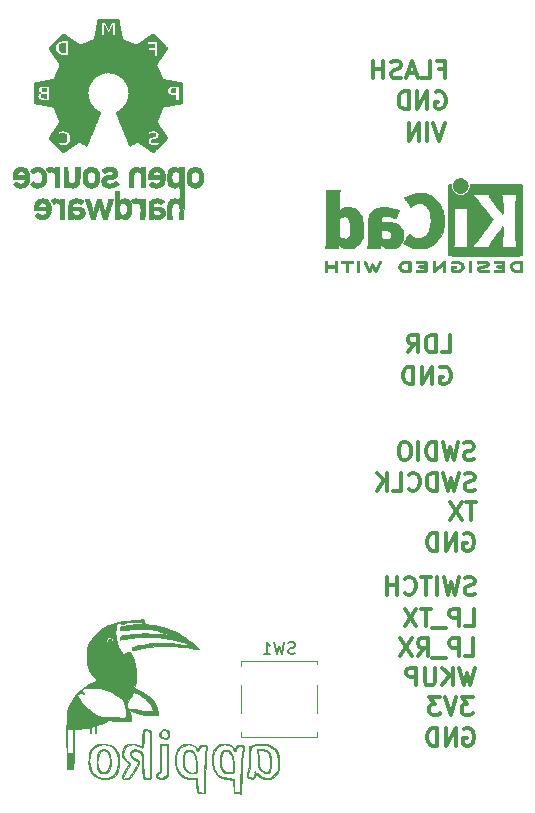
<source format=gbo>
G04 #@! TF.GenerationSoftware,KiCad,Pcbnew,5.1.4-e60b266~84~ubuntu18.04.1*
G04 #@! TF.CreationDate,2019-09-09T20:57:08+05:30*
G04 #@! TF.ProjectId,SenseCam_rev1,53656e73-6543-4616-9d5f-726576312e6b,rev?*
G04 #@! TF.SameCoordinates,Original*
G04 #@! TF.FileFunction,Legend,Bot*
G04 #@! TF.FilePolarity,Positive*
%FSLAX46Y46*%
G04 Gerber Fmt 4.6, Leading zero omitted, Abs format (unit mm)*
G04 Created by KiCad (PCBNEW 5.1.4-e60b266~84~ubuntu18.04.1) date 2019-09-09 20:57:08*
%MOMM*%
%LPD*%
G04 APERTURE LIST*
%ADD10C,0.300000*%
%ADD11C,0.010000*%
%ADD12C,0.120000*%
%ADD13C,0.150000*%
G04 APERTURE END LIST*
D10*
X92235714Y-150678571D02*
X92950000Y-150678571D01*
X92950000Y-149178571D01*
X91735714Y-150678571D02*
X91735714Y-149178571D01*
X91378571Y-149178571D01*
X91164285Y-149250000D01*
X91021428Y-149392857D01*
X90950000Y-149535714D01*
X90878571Y-149821428D01*
X90878571Y-150035714D01*
X90950000Y-150321428D01*
X91021428Y-150464285D01*
X91164285Y-150607142D01*
X91378571Y-150678571D01*
X91735714Y-150678571D01*
X89378571Y-150678571D02*
X89878571Y-149964285D01*
X90235714Y-150678571D02*
X90235714Y-149178571D01*
X89664285Y-149178571D01*
X89521428Y-149250000D01*
X89450000Y-149321428D01*
X89378571Y-149464285D01*
X89378571Y-149678571D01*
X89450000Y-149821428D01*
X89521428Y-149892857D01*
X89664285Y-149964285D01*
X90235714Y-149964285D01*
X92142857Y-151950000D02*
X92285714Y-151878571D01*
X92500000Y-151878571D01*
X92714285Y-151950000D01*
X92857142Y-152092857D01*
X92928571Y-152235714D01*
X93000000Y-152521428D01*
X93000000Y-152735714D01*
X92928571Y-153021428D01*
X92857142Y-153164285D01*
X92714285Y-153307142D01*
X92500000Y-153378571D01*
X92357142Y-153378571D01*
X92142857Y-153307142D01*
X92071428Y-153235714D01*
X92071428Y-152735714D01*
X92357142Y-152735714D01*
X91428571Y-153378571D02*
X91428571Y-151878571D01*
X90571428Y-153378571D01*
X90571428Y-151878571D01*
X89857142Y-153378571D02*
X89857142Y-151878571D01*
X89500000Y-151878571D01*
X89285714Y-151950000D01*
X89142857Y-152092857D01*
X89071428Y-152235714D01*
X89000000Y-152521428D01*
X89000000Y-152735714D01*
X89071428Y-153021428D01*
X89142857Y-153164285D01*
X89285714Y-153307142D01*
X89500000Y-153378571D01*
X89857142Y-153378571D01*
X92035714Y-126692857D02*
X92535714Y-126692857D01*
X92535714Y-127478571D02*
X92535714Y-125978571D01*
X91821428Y-125978571D01*
X90535714Y-127478571D02*
X91250000Y-127478571D01*
X91250000Y-125978571D01*
X90107142Y-127050000D02*
X89392857Y-127050000D01*
X90250000Y-127478571D02*
X89750000Y-125978571D01*
X89250000Y-127478571D01*
X88821428Y-127407142D02*
X88607142Y-127478571D01*
X88250000Y-127478571D01*
X88107142Y-127407142D01*
X88035714Y-127335714D01*
X87964285Y-127192857D01*
X87964285Y-127050000D01*
X88035714Y-126907142D01*
X88107142Y-126835714D01*
X88250000Y-126764285D01*
X88535714Y-126692857D01*
X88678571Y-126621428D01*
X88750000Y-126550000D01*
X88821428Y-126407142D01*
X88821428Y-126264285D01*
X88750000Y-126121428D01*
X88678571Y-126050000D01*
X88535714Y-125978571D01*
X88178571Y-125978571D01*
X87964285Y-126050000D01*
X87321428Y-127478571D02*
X87321428Y-125978571D01*
X87321428Y-126692857D02*
X86464285Y-126692857D01*
X86464285Y-127478571D02*
X86464285Y-125978571D01*
X92542857Y-131278571D02*
X92042857Y-132778571D01*
X91542857Y-131278571D01*
X91042857Y-132778571D02*
X91042857Y-131278571D01*
X90328571Y-132778571D02*
X90328571Y-131278571D01*
X89471428Y-132778571D01*
X89471428Y-131278571D01*
X91742857Y-128650000D02*
X91885714Y-128578571D01*
X92100000Y-128578571D01*
X92314285Y-128650000D01*
X92457142Y-128792857D01*
X92528571Y-128935714D01*
X92600000Y-129221428D01*
X92600000Y-129435714D01*
X92528571Y-129721428D01*
X92457142Y-129864285D01*
X92314285Y-130007142D01*
X92100000Y-130078571D01*
X91957142Y-130078571D01*
X91742857Y-130007142D01*
X91671428Y-129935714D01*
X91671428Y-129435714D01*
X91957142Y-129435714D01*
X91028571Y-130078571D02*
X91028571Y-128578571D01*
X90171428Y-130078571D01*
X90171428Y-128578571D01*
X89457142Y-130078571D02*
X89457142Y-128578571D01*
X89100000Y-128578571D01*
X88885714Y-128650000D01*
X88742857Y-128792857D01*
X88671428Y-128935714D01*
X88600000Y-129221428D01*
X88600000Y-129435714D01*
X88671428Y-129721428D01*
X88742857Y-129864285D01*
X88885714Y-130007142D01*
X89100000Y-130078571D01*
X89457142Y-130078571D01*
X95050000Y-171107142D02*
X94835714Y-171178571D01*
X94478571Y-171178571D01*
X94335714Y-171107142D01*
X94264285Y-171035714D01*
X94192857Y-170892857D01*
X94192857Y-170750000D01*
X94264285Y-170607142D01*
X94335714Y-170535714D01*
X94478571Y-170464285D01*
X94764285Y-170392857D01*
X94907142Y-170321428D01*
X94978571Y-170250000D01*
X95050000Y-170107142D01*
X95050000Y-169964285D01*
X94978571Y-169821428D01*
X94907142Y-169750000D01*
X94764285Y-169678571D01*
X94407142Y-169678571D01*
X94192857Y-169750000D01*
X93692857Y-169678571D02*
X93335714Y-171178571D01*
X93050000Y-170107142D01*
X92764285Y-171178571D01*
X92407142Y-169678571D01*
X91835714Y-171178571D02*
X91835714Y-169678571D01*
X91335714Y-169678571D02*
X90478571Y-169678571D01*
X90907142Y-171178571D02*
X90907142Y-169678571D01*
X89121428Y-171035714D02*
X89192857Y-171107142D01*
X89407142Y-171178571D01*
X89550000Y-171178571D01*
X89764285Y-171107142D01*
X89907142Y-170964285D01*
X89978571Y-170821428D01*
X90050000Y-170535714D01*
X90050000Y-170321428D01*
X89978571Y-170035714D01*
X89907142Y-169892857D01*
X89764285Y-169750000D01*
X89550000Y-169678571D01*
X89407142Y-169678571D01*
X89192857Y-169750000D01*
X89121428Y-169821428D01*
X88478571Y-171178571D02*
X88478571Y-169678571D01*
X88478571Y-170392857D02*
X87621428Y-170392857D01*
X87621428Y-171178571D02*
X87621428Y-169678571D01*
X94242857Y-173878571D02*
X94957142Y-173878571D01*
X94957142Y-172378571D01*
X93742857Y-173878571D02*
X93742857Y-172378571D01*
X93171428Y-172378571D01*
X93028571Y-172450000D01*
X92957142Y-172521428D01*
X92885714Y-172664285D01*
X92885714Y-172878571D01*
X92957142Y-173021428D01*
X93028571Y-173092857D01*
X93171428Y-173164285D01*
X93742857Y-173164285D01*
X92600000Y-174021428D02*
X91457142Y-174021428D01*
X91314285Y-172378571D02*
X90457142Y-172378571D01*
X90885714Y-173878571D02*
X90885714Y-172378571D01*
X90100000Y-172378571D02*
X89100000Y-173878571D01*
X89100000Y-172378571D02*
X90100000Y-173878571D01*
X94221428Y-176378571D02*
X94935714Y-176378571D01*
X94935714Y-174878571D01*
X93721428Y-176378571D02*
X93721428Y-174878571D01*
X93150000Y-174878571D01*
X93007142Y-174950000D01*
X92935714Y-175021428D01*
X92864285Y-175164285D01*
X92864285Y-175378571D01*
X92935714Y-175521428D01*
X93007142Y-175592857D01*
X93150000Y-175664285D01*
X93721428Y-175664285D01*
X92578571Y-176521428D02*
X91435714Y-176521428D01*
X90221428Y-176378571D02*
X90721428Y-175664285D01*
X91078571Y-176378571D02*
X91078571Y-174878571D01*
X90507142Y-174878571D01*
X90364285Y-174950000D01*
X90292857Y-175021428D01*
X90221428Y-175164285D01*
X90221428Y-175378571D01*
X90292857Y-175521428D01*
X90364285Y-175592857D01*
X90507142Y-175664285D01*
X91078571Y-175664285D01*
X89721428Y-174878571D02*
X88721428Y-176378571D01*
X88721428Y-174878571D02*
X89721428Y-176378571D01*
X95028571Y-177378571D02*
X94671428Y-178878571D01*
X94385714Y-177807142D01*
X94100000Y-178878571D01*
X93742857Y-177378571D01*
X93171428Y-178878571D02*
X93171428Y-177378571D01*
X92314285Y-178878571D02*
X92957142Y-178021428D01*
X92314285Y-177378571D02*
X93171428Y-178235714D01*
X91671428Y-177378571D02*
X91671428Y-178592857D01*
X91600000Y-178735714D01*
X91528571Y-178807142D01*
X91385714Y-178878571D01*
X91100000Y-178878571D01*
X90957142Y-178807142D01*
X90885714Y-178735714D01*
X90814285Y-178592857D01*
X90814285Y-177378571D01*
X90100000Y-178878571D02*
X90100000Y-177378571D01*
X89528571Y-177378571D01*
X89385714Y-177450000D01*
X89314285Y-177521428D01*
X89242857Y-177664285D01*
X89242857Y-177878571D01*
X89314285Y-178021428D01*
X89385714Y-178092857D01*
X89528571Y-178164285D01*
X90100000Y-178164285D01*
X94857142Y-179878571D02*
X93928571Y-179878571D01*
X94428571Y-180450000D01*
X94214285Y-180450000D01*
X94071428Y-180521428D01*
X94000000Y-180592857D01*
X93928571Y-180735714D01*
X93928571Y-181092857D01*
X94000000Y-181235714D01*
X94071428Y-181307142D01*
X94214285Y-181378571D01*
X94642857Y-181378571D01*
X94785714Y-181307142D01*
X94857142Y-181235714D01*
X93500000Y-179878571D02*
X93000000Y-181378571D01*
X92500000Y-179878571D01*
X92142857Y-179878571D02*
X91214285Y-179878571D01*
X91714285Y-180450000D01*
X91500000Y-180450000D01*
X91357142Y-180521428D01*
X91285714Y-180592857D01*
X91214285Y-180735714D01*
X91214285Y-181092857D01*
X91285714Y-181235714D01*
X91357142Y-181307142D01*
X91500000Y-181378571D01*
X91928571Y-181378571D01*
X92071428Y-181307142D01*
X92142857Y-181235714D01*
X94142857Y-182550000D02*
X94285714Y-182478571D01*
X94500000Y-182478571D01*
X94714285Y-182550000D01*
X94857142Y-182692857D01*
X94928571Y-182835714D01*
X95000000Y-183121428D01*
X95000000Y-183335714D01*
X94928571Y-183621428D01*
X94857142Y-183764285D01*
X94714285Y-183907142D01*
X94500000Y-183978571D01*
X94357142Y-183978571D01*
X94142857Y-183907142D01*
X94071428Y-183835714D01*
X94071428Y-183335714D01*
X94357142Y-183335714D01*
X93428571Y-183978571D02*
X93428571Y-182478571D01*
X92571428Y-183978571D01*
X92571428Y-182478571D01*
X91857142Y-183978571D02*
X91857142Y-182478571D01*
X91500000Y-182478571D01*
X91285714Y-182550000D01*
X91142857Y-182692857D01*
X91071428Y-182835714D01*
X91000000Y-183121428D01*
X91000000Y-183335714D01*
X91071428Y-183621428D01*
X91142857Y-183764285D01*
X91285714Y-183907142D01*
X91500000Y-183978571D01*
X91857142Y-183978571D01*
X94978571Y-159707142D02*
X94764285Y-159778571D01*
X94407142Y-159778571D01*
X94264285Y-159707142D01*
X94192857Y-159635714D01*
X94121428Y-159492857D01*
X94121428Y-159350000D01*
X94192857Y-159207142D01*
X94264285Y-159135714D01*
X94407142Y-159064285D01*
X94692857Y-158992857D01*
X94835714Y-158921428D01*
X94907142Y-158850000D01*
X94978571Y-158707142D01*
X94978571Y-158564285D01*
X94907142Y-158421428D01*
X94835714Y-158350000D01*
X94692857Y-158278571D01*
X94335714Y-158278571D01*
X94121428Y-158350000D01*
X93621428Y-158278571D02*
X93264285Y-159778571D01*
X92978571Y-158707142D01*
X92692857Y-159778571D01*
X92335714Y-158278571D01*
X91764285Y-159778571D02*
X91764285Y-158278571D01*
X91407142Y-158278571D01*
X91192857Y-158350000D01*
X91050000Y-158492857D01*
X90978571Y-158635714D01*
X90907142Y-158921428D01*
X90907142Y-159135714D01*
X90978571Y-159421428D01*
X91050000Y-159564285D01*
X91192857Y-159707142D01*
X91407142Y-159778571D01*
X91764285Y-159778571D01*
X90264285Y-159778571D02*
X90264285Y-158278571D01*
X89264285Y-158278571D02*
X88978571Y-158278571D01*
X88835714Y-158350000D01*
X88692857Y-158492857D01*
X88621428Y-158778571D01*
X88621428Y-159278571D01*
X88692857Y-159564285D01*
X88835714Y-159707142D01*
X88978571Y-159778571D01*
X89264285Y-159778571D01*
X89407142Y-159707142D01*
X89550000Y-159564285D01*
X89621428Y-159278571D01*
X89621428Y-158778571D01*
X89550000Y-158492857D01*
X89407142Y-158350000D01*
X89264285Y-158278571D01*
X95042857Y-162307142D02*
X94828571Y-162378571D01*
X94471428Y-162378571D01*
X94328571Y-162307142D01*
X94257142Y-162235714D01*
X94185714Y-162092857D01*
X94185714Y-161950000D01*
X94257142Y-161807142D01*
X94328571Y-161735714D01*
X94471428Y-161664285D01*
X94757142Y-161592857D01*
X94900000Y-161521428D01*
X94971428Y-161450000D01*
X95042857Y-161307142D01*
X95042857Y-161164285D01*
X94971428Y-161021428D01*
X94900000Y-160950000D01*
X94757142Y-160878571D01*
X94400000Y-160878571D01*
X94185714Y-160950000D01*
X93685714Y-160878571D02*
X93328571Y-162378571D01*
X93042857Y-161307142D01*
X92757142Y-162378571D01*
X92400000Y-160878571D01*
X91828571Y-162378571D02*
X91828571Y-160878571D01*
X91471428Y-160878571D01*
X91257142Y-160950000D01*
X91114285Y-161092857D01*
X91042857Y-161235714D01*
X90971428Y-161521428D01*
X90971428Y-161735714D01*
X91042857Y-162021428D01*
X91114285Y-162164285D01*
X91257142Y-162307142D01*
X91471428Y-162378571D01*
X91828571Y-162378571D01*
X89471428Y-162235714D02*
X89542857Y-162307142D01*
X89757142Y-162378571D01*
X89900000Y-162378571D01*
X90114285Y-162307142D01*
X90257142Y-162164285D01*
X90328571Y-162021428D01*
X90400000Y-161735714D01*
X90400000Y-161521428D01*
X90328571Y-161235714D01*
X90257142Y-161092857D01*
X90114285Y-160950000D01*
X89900000Y-160878571D01*
X89757142Y-160878571D01*
X89542857Y-160950000D01*
X89471428Y-161021428D01*
X88114285Y-162378571D02*
X88828571Y-162378571D01*
X88828571Y-160878571D01*
X87614285Y-162378571D02*
X87614285Y-160878571D01*
X86757142Y-162378571D02*
X87400000Y-161521428D01*
X86757142Y-160878571D02*
X87614285Y-161735714D01*
X95142857Y-163378571D02*
X94285714Y-163378571D01*
X94714285Y-164878571D02*
X94714285Y-163378571D01*
X93928571Y-163378571D02*
X92928571Y-164878571D01*
X92928571Y-163378571D02*
X93928571Y-164878571D01*
X94142857Y-166050000D02*
X94285714Y-165978571D01*
X94500000Y-165978571D01*
X94714285Y-166050000D01*
X94857142Y-166192857D01*
X94928571Y-166335714D01*
X95000000Y-166621428D01*
X95000000Y-166835714D01*
X94928571Y-167121428D01*
X94857142Y-167264285D01*
X94714285Y-167407142D01*
X94500000Y-167478571D01*
X94357142Y-167478571D01*
X94142857Y-167407142D01*
X94071428Y-167335714D01*
X94071428Y-166835714D01*
X94357142Y-166835714D01*
X93428571Y-167478571D02*
X93428571Y-165978571D01*
X92571428Y-167478571D01*
X92571428Y-165978571D01*
X91857142Y-167478571D02*
X91857142Y-165978571D01*
X91500000Y-165978571D01*
X91285714Y-166050000D01*
X91142857Y-166192857D01*
X91071428Y-166335714D01*
X91000000Y-166621428D01*
X91000000Y-166835714D01*
X91071428Y-167121428D01*
X91142857Y-167264285D01*
X91285714Y-167407142D01*
X91500000Y-167478571D01*
X91857142Y-167478571D01*
D11*
G36*
X93726240Y-135941293D02*
G01*
X93598063Y-135973562D01*
X93482789Y-136030587D01*
X93383189Y-136110172D01*
X93302035Y-136210125D01*
X93242098Y-136328251D01*
X93207134Y-136456475D01*
X93199344Y-136585969D01*
X93219120Y-136710929D01*
X93263988Y-136827899D01*
X93331472Y-136933422D01*
X93419098Y-137024042D01*
X93524393Y-137096303D01*
X93644882Y-137146748D01*
X93713135Y-137163288D01*
X93772378Y-137173302D01*
X93818046Y-137177259D01*
X93861928Y-137174830D01*
X93915814Y-137165684D01*
X93959877Y-137156398D01*
X94084248Y-137114447D01*
X94195647Y-137046383D01*
X94291565Y-136954269D01*
X94369496Y-136840170D01*
X94388067Y-136803905D01*
X94409951Y-136755487D01*
X94423675Y-136714828D01*
X94431085Y-136672049D01*
X94434027Y-136617272D01*
X94434397Y-136555917D01*
X94428957Y-136443606D01*
X94411096Y-136351371D01*
X94377559Y-136270658D01*
X94325090Y-136192914D01*
X94273769Y-136133982D01*
X94178054Y-136046355D01*
X94078078Y-135985868D01*
X93967907Y-135949653D01*
X93864549Y-135935973D01*
X93726240Y-135941293D01*
X93726240Y-135941293D01*
G37*
X93726240Y-135941293D02*
X93598063Y-135973562D01*
X93482789Y-136030587D01*
X93383189Y-136110172D01*
X93302035Y-136210125D01*
X93242098Y-136328251D01*
X93207134Y-136456475D01*
X93199344Y-136585969D01*
X93219120Y-136710929D01*
X93263988Y-136827899D01*
X93331472Y-136933422D01*
X93419098Y-137024042D01*
X93524393Y-137096303D01*
X93644882Y-137146748D01*
X93713135Y-137163288D01*
X93772378Y-137173302D01*
X93818046Y-137177259D01*
X93861928Y-137174830D01*
X93915814Y-137165684D01*
X93959877Y-137156398D01*
X94084248Y-137114447D01*
X94195647Y-137046383D01*
X94291565Y-136954269D01*
X94369496Y-136840170D01*
X94388067Y-136803905D01*
X94409951Y-136755487D01*
X94423675Y-136714828D01*
X94431085Y-136672049D01*
X94434027Y-136617272D01*
X94434397Y-136555917D01*
X94428957Y-136443606D01*
X94411096Y-136351371D01*
X94377559Y-136270658D01*
X94325090Y-136192914D01*
X94273769Y-136133982D01*
X94178054Y-136046355D01*
X94078078Y-135985868D01*
X93967907Y-135949653D01*
X93864549Y-135935973D01*
X93726240Y-135941293D01*
G36*
X82463526Y-139197367D02*
G01*
X82463500Y-139509461D01*
X82463465Y-139792962D01*
X82463369Y-140049336D01*
X82463159Y-140280048D01*
X82462784Y-140486565D01*
X82462191Y-140670351D01*
X82461330Y-140832874D01*
X82460147Y-140975598D01*
X82458592Y-141099990D01*
X82456611Y-141207515D01*
X82454154Y-141299640D01*
X82451167Y-141377830D01*
X82447600Y-141443551D01*
X82443401Y-141498269D01*
X82438516Y-141543449D01*
X82432896Y-141580558D01*
X82426487Y-141611062D01*
X82419237Y-141636426D01*
X82411095Y-141658115D01*
X82402010Y-141677597D01*
X82391927Y-141696337D01*
X82380797Y-141715800D01*
X82373883Y-141727924D01*
X82328264Y-141808757D01*
X83470769Y-141808757D01*
X83470769Y-141681006D01*
X83471743Y-141623273D01*
X83474342Y-141579119D01*
X83478082Y-141555446D01*
X83479735Y-141553254D01*
X83494942Y-141562419D01*
X83525183Y-141586175D01*
X83555405Y-141611969D01*
X83628076Y-141666201D01*
X83720577Y-141720792D01*
X83823161Y-141770725D01*
X83926081Y-141810987D01*
X83967157Y-141823833D01*
X84058351Y-141843225D01*
X84168657Y-141856487D01*
X84287671Y-141863202D01*
X84404995Y-141862953D01*
X84510227Y-141855324D01*
X84560414Y-141847592D01*
X84744270Y-141796918D01*
X84913755Y-141720067D01*
X85067954Y-141617737D01*
X85205956Y-141490628D01*
X85326849Y-141339440D01*
X85415786Y-141191927D01*
X85488835Y-141036483D01*
X85544752Y-140877586D01*
X85584689Y-140709843D01*
X85609793Y-140527861D01*
X85621214Y-140326245D01*
X85622181Y-140223136D01*
X85619393Y-140147545D01*
X84515540Y-140147545D01*
X84515263Y-140271452D01*
X84511385Y-140388199D01*
X84503846Y-140490820D01*
X84492589Y-140572349D01*
X84489149Y-140588779D01*
X84446811Y-140731612D01*
X84391348Y-140847473D01*
X84322297Y-140936654D01*
X84239196Y-140999444D01*
X84141582Y-141036137D01*
X84028990Y-141047021D01*
X83900959Y-141032390D01*
X83816449Y-141011458D01*
X83751022Y-140987241D01*
X83678957Y-140952828D01*
X83624822Y-140921272D01*
X83530887Y-140859540D01*
X83530887Y-139328220D01*
X83620631Y-139270216D01*
X83725177Y-139215733D01*
X83837258Y-139180251D01*
X83950589Y-139164376D01*
X84058883Y-139168712D01*
X84155855Y-139193865D01*
X84198397Y-139214593D01*
X84275515Y-139271838D01*
X84340695Y-139347422D01*
X84395487Y-139444108D01*
X84441439Y-139564658D01*
X84480103Y-139711833D01*
X84481809Y-139719645D01*
X84495350Y-139802527D01*
X84505524Y-139906116D01*
X84512274Y-140023444D01*
X84515540Y-140147545D01*
X85619393Y-140147545D01*
X85611728Y-139939801D01*
X85582512Y-139679073D01*
X85534604Y-139441123D01*
X85468072Y-139226124D01*
X85382985Y-139034250D01*
X85279413Y-138865674D01*
X85157425Y-138720568D01*
X85017089Y-138599105D01*
X84956959Y-138557898D01*
X84822559Y-138483145D01*
X84685043Y-138430409D01*
X84538476Y-138398243D01*
X84376927Y-138385203D01*
X84253769Y-138386595D01*
X84081152Y-138401195D01*
X83931249Y-138430239D01*
X83799722Y-138475063D01*
X83682235Y-138537000D01*
X83617177Y-138582549D01*
X83578080Y-138611725D01*
X83549202Y-138631656D01*
X83538272Y-138637515D01*
X83536122Y-138623097D01*
X83534404Y-138582287D01*
X83533100Y-138518747D01*
X83532195Y-138436140D01*
X83531672Y-138338130D01*
X83531513Y-138228379D01*
X83531702Y-138110551D01*
X83532222Y-137988307D01*
X83533056Y-137865313D01*
X83534188Y-137745230D01*
X83535601Y-137631721D01*
X83537277Y-137528450D01*
X83539200Y-137439080D01*
X83541354Y-137367273D01*
X83543720Y-137316693D01*
X83544375Y-137307396D01*
X83554463Y-137213647D01*
X83569855Y-137140224D01*
X83593472Y-137077489D01*
X83628233Y-137015802D01*
X83636577Y-137003047D01*
X83669105Y-136954201D01*
X82463787Y-136954201D01*
X82463526Y-139197367D01*
X82463526Y-139197367D01*
G37*
X82463526Y-139197367D02*
X82463500Y-139509461D01*
X82463465Y-139792962D01*
X82463369Y-140049336D01*
X82463159Y-140280048D01*
X82462784Y-140486565D01*
X82462191Y-140670351D01*
X82461330Y-140832874D01*
X82460147Y-140975598D01*
X82458592Y-141099990D01*
X82456611Y-141207515D01*
X82454154Y-141299640D01*
X82451167Y-141377830D01*
X82447600Y-141443551D01*
X82443401Y-141498269D01*
X82438516Y-141543449D01*
X82432896Y-141580558D01*
X82426487Y-141611062D01*
X82419237Y-141636426D01*
X82411095Y-141658115D01*
X82402010Y-141677597D01*
X82391927Y-141696337D01*
X82380797Y-141715800D01*
X82373883Y-141727924D01*
X82328264Y-141808757D01*
X83470769Y-141808757D01*
X83470769Y-141681006D01*
X83471743Y-141623273D01*
X83474342Y-141579119D01*
X83478082Y-141555446D01*
X83479735Y-141553254D01*
X83494942Y-141562419D01*
X83525183Y-141586175D01*
X83555405Y-141611969D01*
X83628076Y-141666201D01*
X83720577Y-141720792D01*
X83823161Y-141770725D01*
X83926081Y-141810987D01*
X83967157Y-141823833D01*
X84058351Y-141843225D01*
X84168657Y-141856487D01*
X84287671Y-141863202D01*
X84404995Y-141862953D01*
X84510227Y-141855324D01*
X84560414Y-141847592D01*
X84744270Y-141796918D01*
X84913755Y-141720067D01*
X85067954Y-141617737D01*
X85205956Y-141490628D01*
X85326849Y-141339440D01*
X85415786Y-141191927D01*
X85488835Y-141036483D01*
X85544752Y-140877586D01*
X85584689Y-140709843D01*
X85609793Y-140527861D01*
X85621214Y-140326245D01*
X85622181Y-140223136D01*
X85619393Y-140147545D01*
X84515540Y-140147545D01*
X84515263Y-140271452D01*
X84511385Y-140388199D01*
X84503846Y-140490820D01*
X84492589Y-140572349D01*
X84489149Y-140588779D01*
X84446811Y-140731612D01*
X84391348Y-140847473D01*
X84322297Y-140936654D01*
X84239196Y-140999444D01*
X84141582Y-141036137D01*
X84028990Y-141047021D01*
X83900959Y-141032390D01*
X83816449Y-141011458D01*
X83751022Y-140987241D01*
X83678957Y-140952828D01*
X83624822Y-140921272D01*
X83530887Y-140859540D01*
X83530887Y-139328220D01*
X83620631Y-139270216D01*
X83725177Y-139215733D01*
X83837258Y-139180251D01*
X83950589Y-139164376D01*
X84058883Y-139168712D01*
X84155855Y-139193865D01*
X84198397Y-139214593D01*
X84275515Y-139271838D01*
X84340695Y-139347422D01*
X84395487Y-139444108D01*
X84441439Y-139564658D01*
X84480103Y-139711833D01*
X84481809Y-139719645D01*
X84495350Y-139802527D01*
X84505524Y-139906116D01*
X84512274Y-140023444D01*
X84515540Y-140147545D01*
X85619393Y-140147545D01*
X85611728Y-139939801D01*
X85582512Y-139679073D01*
X85534604Y-139441123D01*
X85468072Y-139226124D01*
X85382985Y-139034250D01*
X85279413Y-138865674D01*
X85157425Y-138720568D01*
X85017089Y-138599105D01*
X84956959Y-138557898D01*
X84822559Y-138483145D01*
X84685043Y-138430409D01*
X84538476Y-138398243D01*
X84376927Y-138385203D01*
X84253769Y-138386595D01*
X84081152Y-138401195D01*
X83931249Y-138430239D01*
X83799722Y-138475063D01*
X83682235Y-138537000D01*
X83617177Y-138582549D01*
X83578080Y-138611725D01*
X83549202Y-138631656D01*
X83538272Y-138637515D01*
X83536122Y-138623097D01*
X83534404Y-138582287D01*
X83533100Y-138518747D01*
X83532195Y-138436140D01*
X83531672Y-138338130D01*
X83531513Y-138228379D01*
X83531702Y-138110551D01*
X83532222Y-137988307D01*
X83533056Y-137865313D01*
X83534188Y-137745230D01*
X83535601Y-137631721D01*
X83537277Y-137528450D01*
X83539200Y-137439080D01*
X83541354Y-137367273D01*
X83543720Y-137316693D01*
X83544375Y-137307396D01*
X83554463Y-137213647D01*
X83569855Y-137140224D01*
X83593472Y-137077489D01*
X83628233Y-137015802D01*
X83636577Y-137003047D01*
X83669105Y-136954201D01*
X82463787Y-136954201D01*
X82463526Y-139197367D01*
G36*
X87140508Y-138390971D02*
G01*
X86938250Y-138417618D01*
X86758164Y-138462398D01*
X86599089Y-138525669D01*
X86459862Y-138607787D01*
X86356535Y-138692409D01*
X86264884Y-138791108D01*
X86193334Y-138897313D01*
X86136214Y-139020092D01*
X86115612Y-139077433D01*
X86098492Y-139129331D01*
X86083578Y-139177455D01*
X86070698Y-139224246D01*
X86059680Y-139272144D01*
X86050350Y-139323587D01*
X86042537Y-139381016D01*
X86036068Y-139446870D01*
X86030770Y-139523589D01*
X86026470Y-139613612D01*
X86022997Y-139719380D01*
X86020177Y-139843331D01*
X86017838Y-139987906D01*
X86015807Y-140155544D01*
X86013912Y-140348685D01*
X86012245Y-140538757D01*
X86010479Y-140746703D01*
X86008874Y-140926797D01*
X86007263Y-141081244D01*
X86005480Y-141212249D01*
X86003357Y-141322017D01*
X86000728Y-141412753D01*
X85997424Y-141486662D01*
X85993281Y-141545950D01*
X85988130Y-141592822D01*
X85981804Y-141629483D01*
X85974137Y-141658137D01*
X85964962Y-141680990D01*
X85954112Y-141700248D01*
X85941419Y-141718115D01*
X85926717Y-141736796D01*
X85920991Y-141744029D01*
X85899930Y-141774436D01*
X85890562Y-141795142D01*
X85890532Y-141795754D01*
X85905014Y-141798682D01*
X85946267Y-141801378D01*
X86011003Y-141803769D01*
X86095936Y-141805778D01*
X86197777Y-141807329D01*
X86313240Y-141808346D01*
X86439036Y-141808753D01*
X86453557Y-141808757D01*
X87016581Y-141808757D01*
X87020924Y-141680858D01*
X87025266Y-141552958D01*
X87107929Y-141620841D01*
X87237510Y-141710726D01*
X87383828Y-141783541D01*
X87498944Y-141823787D01*
X87590902Y-141843342D01*
X87701874Y-141856647D01*
X87821385Y-141863285D01*
X87938963Y-141862843D01*
X88044133Y-141854905D01*
X88092367Y-141847298D01*
X88278782Y-141796890D01*
X88447100Y-141723874D01*
X88596104Y-141629337D01*
X88724576Y-141514365D01*
X88831301Y-141380046D01*
X88915060Y-141227467D01*
X88974140Y-141059594D01*
X88990562Y-140984261D01*
X89000693Y-140901451D01*
X89005524Y-140801815D01*
X89006183Y-140756686D01*
X89006096Y-140752446D01*
X87994344Y-140752446D01*
X87981971Y-140852367D01*
X87944444Y-140937343D01*
X87879915Y-141011417D01*
X87873182Y-141017292D01*
X87808885Y-141063659D01*
X87740042Y-141093724D01*
X87659186Y-141109595D01*
X87558851Y-141113380D01*
X87534743Y-141112840D01*
X87463091Y-141109309D01*
X87409797Y-141102098D01*
X87363177Y-141088566D01*
X87311548Y-141066072D01*
X87297380Y-141059178D01*
X87216632Y-141011478D01*
X87154299Y-140954719D01*
X87137341Y-140934431D01*
X87077870Y-140859194D01*
X87077870Y-140598413D01*
X87078583Y-140493706D01*
X87080833Y-140416552D01*
X87084785Y-140364478D01*
X87090604Y-140335009D01*
X87096042Y-140326400D01*
X87117245Y-140322188D01*
X87162222Y-140318697D01*
X87224695Y-140316256D01*
X87298381Y-140315194D01*
X87310214Y-140315174D01*
X87471010Y-140322169D01*
X87607701Y-140343693D01*
X87722935Y-140380569D01*
X87819359Y-140433620D01*
X87892491Y-140496127D01*
X87951799Y-140573195D01*
X87984715Y-140657135D01*
X87994344Y-140752446D01*
X89006096Y-140752446D01*
X89003609Y-140631864D01*
X88992499Y-140526821D01*
X88970871Y-140431998D01*
X88936739Y-140337837D01*
X88904791Y-140268111D01*
X88826748Y-140141236D01*
X88722773Y-140024042D01*
X88596030Y-139918662D01*
X88449682Y-139827228D01*
X88286894Y-139751874D01*
X88110829Y-139694732D01*
X88024734Y-139674842D01*
X87843426Y-139645413D01*
X87645792Y-139625997D01*
X87444150Y-139617502D01*
X87275654Y-139619675D01*
X87060125Y-139628700D01*
X87070003Y-139550178D01*
X87095689Y-139418170D01*
X87137139Y-139310702D01*
X87195499Y-139226952D01*
X87271917Y-139166095D01*
X87367539Y-139127308D01*
X87483510Y-139109766D01*
X87620979Y-139112647D01*
X87671538Y-139117974D01*
X87859514Y-139151482D01*
X88041662Y-139206113D01*
X88167515Y-139256706D01*
X88227639Y-139282501D01*
X88278806Y-139303231D01*
X88313889Y-139316071D01*
X88324125Y-139318797D01*
X88337098Y-139306710D01*
X88359357Y-139268142D01*
X88391110Y-139202655D01*
X88432568Y-139109816D01*
X88483939Y-138989187D01*
X88492723Y-138968165D01*
X88532739Y-138871885D01*
X88568659Y-138784885D01*
X88598931Y-138710969D01*
X88622004Y-138653941D01*
X88636326Y-138617607D01*
X88640462Y-138605839D01*
X88627150Y-138599509D01*
X88592167Y-138592483D01*
X88554526Y-138587585D01*
X88514377Y-138581252D01*
X88450754Y-138568677D01*
X88369303Y-138551092D01*
X88275664Y-138529730D01*
X88175480Y-138505825D01*
X88137455Y-138496475D01*
X87997581Y-138462408D01*
X87880869Y-138435698D01*
X87781565Y-138415491D01*
X87693915Y-138400934D01*
X87612164Y-138391173D01*
X87530559Y-138385356D01*
X87443344Y-138382630D01*
X87366102Y-138382100D01*
X87140508Y-138390971D01*
X87140508Y-138390971D01*
G37*
X87140508Y-138390971D02*
X86938250Y-138417618D01*
X86758164Y-138462398D01*
X86599089Y-138525669D01*
X86459862Y-138607787D01*
X86356535Y-138692409D01*
X86264884Y-138791108D01*
X86193334Y-138897313D01*
X86136214Y-139020092D01*
X86115612Y-139077433D01*
X86098492Y-139129331D01*
X86083578Y-139177455D01*
X86070698Y-139224246D01*
X86059680Y-139272144D01*
X86050350Y-139323587D01*
X86042537Y-139381016D01*
X86036068Y-139446870D01*
X86030770Y-139523589D01*
X86026470Y-139613612D01*
X86022997Y-139719380D01*
X86020177Y-139843331D01*
X86017838Y-139987906D01*
X86015807Y-140155544D01*
X86013912Y-140348685D01*
X86012245Y-140538757D01*
X86010479Y-140746703D01*
X86008874Y-140926797D01*
X86007263Y-141081244D01*
X86005480Y-141212249D01*
X86003357Y-141322017D01*
X86000728Y-141412753D01*
X85997424Y-141486662D01*
X85993281Y-141545950D01*
X85988130Y-141592822D01*
X85981804Y-141629483D01*
X85974137Y-141658137D01*
X85964962Y-141680990D01*
X85954112Y-141700248D01*
X85941419Y-141718115D01*
X85926717Y-141736796D01*
X85920991Y-141744029D01*
X85899930Y-141774436D01*
X85890562Y-141795142D01*
X85890532Y-141795754D01*
X85905014Y-141798682D01*
X85946267Y-141801378D01*
X86011003Y-141803769D01*
X86095936Y-141805778D01*
X86197777Y-141807329D01*
X86313240Y-141808346D01*
X86439036Y-141808753D01*
X86453557Y-141808757D01*
X87016581Y-141808757D01*
X87020924Y-141680858D01*
X87025266Y-141552958D01*
X87107929Y-141620841D01*
X87237510Y-141710726D01*
X87383828Y-141783541D01*
X87498944Y-141823787D01*
X87590902Y-141843342D01*
X87701874Y-141856647D01*
X87821385Y-141863285D01*
X87938963Y-141862843D01*
X88044133Y-141854905D01*
X88092367Y-141847298D01*
X88278782Y-141796890D01*
X88447100Y-141723874D01*
X88596104Y-141629337D01*
X88724576Y-141514365D01*
X88831301Y-141380046D01*
X88915060Y-141227467D01*
X88974140Y-141059594D01*
X88990562Y-140984261D01*
X89000693Y-140901451D01*
X89005524Y-140801815D01*
X89006183Y-140756686D01*
X89006096Y-140752446D01*
X87994344Y-140752446D01*
X87981971Y-140852367D01*
X87944444Y-140937343D01*
X87879915Y-141011417D01*
X87873182Y-141017292D01*
X87808885Y-141063659D01*
X87740042Y-141093724D01*
X87659186Y-141109595D01*
X87558851Y-141113380D01*
X87534743Y-141112840D01*
X87463091Y-141109309D01*
X87409797Y-141102098D01*
X87363177Y-141088566D01*
X87311548Y-141066072D01*
X87297380Y-141059178D01*
X87216632Y-141011478D01*
X87154299Y-140954719D01*
X87137341Y-140934431D01*
X87077870Y-140859194D01*
X87077870Y-140598413D01*
X87078583Y-140493706D01*
X87080833Y-140416552D01*
X87084785Y-140364478D01*
X87090604Y-140335009D01*
X87096042Y-140326400D01*
X87117245Y-140322188D01*
X87162222Y-140318697D01*
X87224695Y-140316256D01*
X87298381Y-140315194D01*
X87310214Y-140315174D01*
X87471010Y-140322169D01*
X87607701Y-140343693D01*
X87722935Y-140380569D01*
X87819359Y-140433620D01*
X87892491Y-140496127D01*
X87951799Y-140573195D01*
X87984715Y-140657135D01*
X87994344Y-140752446D01*
X89006096Y-140752446D01*
X89003609Y-140631864D01*
X88992499Y-140526821D01*
X88970871Y-140431998D01*
X88936739Y-140337837D01*
X88904791Y-140268111D01*
X88826748Y-140141236D01*
X88722773Y-140024042D01*
X88596030Y-139918662D01*
X88449682Y-139827228D01*
X88286894Y-139751874D01*
X88110829Y-139694732D01*
X88024734Y-139674842D01*
X87843426Y-139645413D01*
X87645792Y-139625997D01*
X87444150Y-139617502D01*
X87275654Y-139619675D01*
X87060125Y-139628700D01*
X87070003Y-139550178D01*
X87095689Y-139418170D01*
X87137139Y-139310702D01*
X87195499Y-139226952D01*
X87271917Y-139166095D01*
X87367539Y-139127308D01*
X87483510Y-139109766D01*
X87620979Y-139112647D01*
X87671538Y-139117974D01*
X87859514Y-139151482D01*
X88041662Y-139206113D01*
X88167515Y-139256706D01*
X88227639Y-139282501D01*
X88278806Y-139303231D01*
X88313889Y-139316071D01*
X88324125Y-139318797D01*
X88337098Y-139306710D01*
X88359357Y-139268142D01*
X88391110Y-139202655D01*
X88432568Y-139109816D01*
X88483939Y-138989187D01*
X88492723Y-138968165D01*
X88532739Y-138871885D01*
X88568659Y-138784885D01*
X88598931Y-138710969D01*
X88622004Y-138653941D01*
X88636326Y-138617607D01*
X88640462Y-138605839D01*
X88627150Y-138599509D01*
X88592167Y-138592483D01*
X88554526Y-138587585D01*
X88514377Y-138581252D01*
X88450754Y-138568677D01*
X88369303Y-138551092D01*
X88275664Y-138529730D01*
X88175480Y-138505825D01*
X88137455Y-138496475D01*
X87997581Y-138462408D01*
X87880869Y-138435698D01*
X87781565Y-138415491D01*
X87693915Y-138400934D01*
X87612164Y-138391173D01*
X87530559Y-138385356D01*
X87443344Y-138382630D01*
X87366102Y-138382100D01*
X87140508Y-138390971D01*
G36*
X90262742Y-137169473D02*
G01*
X90049536Y-137197663D01*
X89831273Y-137251103D01*
X89605204Y-137330325D01*
X89368582Y-137435856D01*
X89353580Y-137443238D01*
X89276768Y-137480550D01*
X89208140Y-137512605D01*
X89152703Y-137537166D01*
X89115464Y-137551992D01*
X89102722Y-137555384D01*
X89077137Y-137562051D01*
X89070997Y-137567651D01*
X89077792Y-137581541D01*
X89099147Y-137616540D01*
X89132604Y-137668980D01*
X89175706Y-137735194D01*
X89225992Y-137811514D01*
X89281005Y-137894273D01*
X89338286Y-137979801D01*
X89395377Y-138064433D01*
X89449817Y-138144500D01*
X89499150Y-138216334D01*
X89540917Y-138276268D01*
X89572658Y-138320635D01*
X89591915Y-138345765D01*
X89594558Y-138348680D01*
X89608029Y-138342491D01*
X89637773Y-138319623D01*
X89678473Y-138284314D01*
X89699434Y-138265040D01*
X89827896Y-138164814D01*
X89969966Y-138091002D01*
X90123744Y-138044270D01*
X90287328Y-138025284D01*
X90379725Y-138026843D01*
X90541005Y-138049690D01*
X90686413Y-138097462D01*
X90816384Y-138170508D01*
X90931353Y-138269176D01*
X91031754Y-138393815D01*
X91118022Y-138544776D01*
X91167839Y-138660059D01*
X91226222Y-138840724D01*
X91269252Y-139037078D01*
X91297040Y-139244057D01*
X91309695Y-139456598D01*
X91307330Y-139669638D01*
X91290055Y-139878113D01*
X91257981Y-140076961D01*
X91211218Y-140261118D01*
X91149877Y-140425520D01*
X91128200Y-140471124D01*
X91037340Y-140623014D01*
X90930219Y-140751481D01*
X90808412Y-140855478D01*
X90673490Y-140933958D01*
X90527029Y-140985874D01*
X90370600Y-141010179D01*
X90315392Y-141011967D01*
X90153554Y-140997428D01*
X89993209Y-140953737D01*
X89836390Y-140881798D01*
X89685133Y-140782512D01*
X89563436Y-140678232D01*
X89501488Y-140618945D01*
X89260155Y-141014709D01*
X89200114Y-141113446D01*
X89145211Y-141204262D01*
X89097394Y-141283895D01*
X89058609Y-141349080D01*
X89030806Y-141396554D01*
X89015930Y-141423055D01*
X89013997Y-141427175D01*
X89024953Y-141440009D01*
X89059007Y-141463016D01*
X89111855Y-141494015D01*
X89179189Y-141530829D01*
X89256706Y-141571278D01*
X89340098Y-141613182D01*
X89425060Y-141654363D01*
X89507286Y-141692642D01*
X89582471Y-141725838D01*
X89646309Y-141751775D01*
X89677533Y-141762997D01*
X89855623Y-141813342D01*
X90039209Y-141846630D01*
X90235858Y-141863943D01*
X90404659Y-141867043D01*
X90495133Y-141865585D01*
X90582471Y-141862792D01*
X90658932Y-141859009D01*
X90716770Y-141854578D01*
X90735549Y-141852337D01*
X90920628Y-141813947D01*
X91109051Y-141753877D01*
X91292090Y-141675702D01*
X91461013Y-141583000D01*
X91564201Y-141512864D01*
X91733826Y-141368809D01*
X91891330Y-141200302D01*
X92033795Y-141011508D01*
X92158303Y-140806591D01*
X92261938Y-140589715D01*
X92320324Y-140433550D01*
X92387222Y-140189076D01*
X92431821Y-139930064D01*
X92454135Y-139662119D01*
X92454179Y-139390845D01*
X92431966Y-139121847D01*
X92387509Y-138860729D01*
X92320824Y-138613095D01*
X92315743Y-138597666D01*
X92232022Y-138381915D01*
X92129844Y-138184983D01*
X92005742Y-138001299D01*
X91856250Y-137825288D01*
X91797850Y-137765027D01*
X91616596Y-137600016D01*
X91430263Y-137463495D01*
X91235991Y-137353979D01*
X91030921Y-137269981D01*
X90812190Y-137210015D01*
X90684970Y-137186730D01*
X90473637Y-137166005D01*
X90262742Y-137169473D01*
X90262742Y-137169473D01*
G37*
X90262742Y-137169473D02*
X90049536Y-137197663D01*
X89831273Y-137251103D01*
X89605204Y-137330325D01*
X89368582Y-137435856D01*
X89353580Y-137443238D01*
X89276768Y-137480550D01*
X89208140Y-137512605D01*
X89152703Y-137537166D01*
X89115464Y-137551992D01*
X89102722Y-137555384D01*
X89077137Y-137562051D01*
X89070997Y-137567651D01*
X89077792Y-137581541D01*
X89099147Y-137616540D01*
X89132604Y-137668980D01*
X89175706Y-137735194D01*
X89225992Y-137811514D01*
X89281005Y-137894273D01*
X89338286Y-137979801D01*
X89395377Y-138064433D01*
X89449817Y-138144500D01*
X89499150Y-138216334D01*
X89540917Y-138276268D01*
X89572658Y-138320635D01*
X89591915Y-138345765D01*
X89594558Y-138348680D01*
X89608029Y-138342491D01*
X89637773Y-138319623D01*
X89678473Y-138284314D01*
X89699434Y-138265040D01*
X89827896Y-138164814D01*
X89969966Y-138091002D01*
X90123744Y-138044270D01*
X90287328Y-138025284D01*
X90379725Y-138026843D01*
X90541005Y-138049690D01*
X90686413Y-138097462D01*
X90816384Y-138170508D01*
X90931353Y-138269176D01*
X91031754Y-138393815D01*
X91118022Y-138544776D01*
X91167839Y-138660059D01*
X91226222Y-138840724D01*
X91269252Y-139037078D01*
X91297040Y-139244057D01*
X91309695Y-139456598D01*
X91307330Y-139669638D01*
X91290055Y-139878113D01*
X91257981Y-140076961D01*
X91211218Y-140261118D01*
X91149877Y-140425520D01*
X91128200Y-140471124D01*
X91037340Y-140623014D01*
X90930219Y-140751481D01*
X90808412Y-140855478D01*
X90673490Y-140933958D01*
X90527029Y-140985874D01*
X90370600Y-141010179D01*
X90315392Y-141011967D01*
X90153554Y-140997428D01*
X89993209Y-140953737D01*
X89836390Y-140881798D01*
X89685133Y-140782512D01*
X89563436Y-140678232D01*
X89501488Y-140618945D01*
X89260155Y-141014709D01*
X89200114Y-141113446D01*
X89145211Y-141204262D01*
X89097394Y-141283895D01*
X89058609Y-141349080D01*
X89030806Y-141396554D01*
X89015930Y-141423055D01*
X89013997Y-141427175D01*
X89024953Y-141440009D01*
X89059007Y-141463016D01*
X89111855Y-141494015D01*
X89179189Y-141530829D01*
X89256706Y-141571278D01*
X89340098Y-141613182D01*
X89425060Y-141654363D01*
X89507286Y-141692642D01*
X89582471Y-141725838D01*
X89646309Y-141751775D01*
X89677533Y-141762997D01*
X89855623Y-141813342D01*
X90039209Y-141846630D01*
X90235858Y-141863943D01*
X90404659Y-141867043D01*
X90495133Y-141865585D01*
X90582471Y-141862792D01*
X90658932Y-141859009D01*
X90716770Y-141854578D01*
X90735549Y-141852337D01*
X90920628Y-141813947D01*
X91109051Y-141753877D01*
X91292090Y-141675702D01*
X91461013Y-141583000D01*
X91564201Y-141512864D01*
X91733826Y-141368809D01*
X91891330Y-141200302D01*
X92033795Y-141011508D01*
X92158303Y-140806591D01*
X92261938Y-140589715D01*
X92320324Y-140433550D01*
X92387222Y-140189076D01*
X92431821Y-139930064D01*
X92454135Y-139662119D01*
X92454179Y-139390845D01*
X92431966Y-139121847D01*
X92387509Y-138860729D01*
X92320824Y-138613095D01*
X92315743Y-138597666D01*
X92232022Y-138381915D01*
X92129844Y-138184983D01*
X92005742Y-138001299D01*
X91856250Y-137825288D01*
X91797850Y-137765027D01*
X91616596Y-137600016D01*
X91430263Y-137463495D01*
X91235991Y-137353979D01*
X91030921Y-137269981D01*
X90812190Y-137210015D01*
X90684970Y-137186730D01*
X90473637Y-137166005D01*
X90262742Y-137169473D01*
G36*
X94622722Y-136557024D02*
G01*
X94608256Y-136708719D01*
X94566163Y-136852003D01*
X94498393Y-136983807D01*
X94406899Y-137101058D01*
X94293635Y-137200687D01*
X94164510Y-137277729D01*
X94023028Y-137330479D01*
X93880554Y-137355201D01*
X93739896Y-137353684D01*
X93603864Y-137327717D01*
X93475267Y-137279090D01*
X93356914Y-137209593D01*
X93251614Y-137121014D01*
X93162177Y-137015143D01*
X93091412Y-136893770D01*
X93042129Y-136758683D01*
X93017135Y-136611674D01*
X93014556Y-136545244D01*
X93014556Y-136428165D01*
X92945420Y-136428165D01*
X92897081Y-136431953D01*
X92861271Y-136447662D01*
X92825183Y-136479266D01*
X92774083Y-136530367D01*
X92774083Y-139448138D01*
X92774095Y-139797138D01*
X92774138Y-140117332D01*
X92774223Y-140409974D01*
X92774361Y-140676318D01*
X92774562Y-140917617D01*
X92774838Y-141135125D01*
X92775200Y-141330095D01*
X92775658Y-141503780D01*
X92776223Y-141657435D01*
X92776906Y-141792313D01*
X92777717Y-141909668D01*
X92778669Y-142010753D01*
X92779771Y-142096821D01*
X92781035Y-142169127D01*
X92782470Y-142228923D01*
X92784089Y-142277464D01*
X92785902Y-142316003D01*
X92787920Y-142345793D01*
X92790154Y-142368089D01*
X92792614Y-142384143D01*
X92795312Y-142395210D01*
X92798258Y-142402542D01*
X92799699Y-142405005D01*
X92805241Y-142414340D01*
X92809947Y-142422923D01*
X92815045Y-142430784D01*
X92821765Y-142437955D01*
X92831336Y-142444467D01*
X92844986Y-142450353D01*
X92863945Y-142455642D01*
X92889442Y-142460368D01*
X92922705Y-142464560D01*
X92964964Y-142468251D01*
X93017448Y-142471472D01*
X93081386Y-142474254D01*
X93158007Y-142476630D01*
X93248540Y-142478629D01*
X93354214Y-142480284D01*
X93476258Y-142481627D01*
X93615901Y-142482687D01*
X93774372Y-142483498D01*
X93952900Y-142484090D01*
X94152715Y-142484495D01*
X94375045Y-142484744D01*
X94621119Y-142484869D01*
X94892166Y-142484901D01*
X95189416Y-142484871D01*
X95514097Y-142484811D01*
X95867438Y-142484752D01*
X95918541Y-142484746D01*
X96273985Y-142484689D01*
X96600594Y-142484595D01*
X96899592Y-142484455D01*
X97172204Y-142484259D01*
X97419653Y-142483997D01*
X97643164Y-142483660D01*
X97843960Y-142483239D01*
X98023266Y-142482723D01*
X98182307Y-142482104D01*
X98322306Y-142481371D01*
X98444487Y-142480515D01*
X98550075Y-142479526D01*
X98640293Y-142478394D01*
X98716366Y-142477111D01*
X98779519Y-142475666D01*
X98830975Y-142474049D01*
X98871958Y-142472252D01*
X98903692Y-142470265D01*
X98927402Y-142468077D01*
X98944312Y-142465679D01*
X98955646Y-142463063D01*
X98961448Y-142460841D01*
X98972714Y-142456088D01*
X98983058Y-142452578D01*
X98992517Y-142449068D01*
X99001132Y-142444313D01*
X99008942Y-142437069D01*
X99015985Y-142426091D01*
X99022302Y-142410135D01*
X99027931Y-142387955D01*
X99032912Y-142358309D01*
X99037284Y-142319951D01*
X99041086Y-142271637D01*
X99044358Y-142212122D01*
X99047139Y-142140163D01*
X99049467Y-142054513D01*
X99051383Y-141953931D01*
X99052925Y-141837169D01*
X99054134Y-141702985D01*
X99055047Y-141550134D01*
X99055705Y-141377371D01*
X99056146Y-141183452D01*
X99056411Y-140967133D01*
X99056536Y-140727168D01*
X99056564Y-140462314D01*
X99056533Y-140171326D01*
X99056481Y-139852960D01*
X99056449Y-139505970D01*
X99056449Y-139449852D01*
X99056467Y-139099841D01*
X99056501Y-138778636D01*
X99056515Y-138484983D01*
X99056476Y-138217628D01*
X99056351Y-137975317D01*
X99056103Y-137756797D01*
X99055700Y-137560813D01*
X99055107Y-137386113D01*
X99054335Y-137239763D01*
X98651149Y-137239763D01*
X98598174Y-137316775D01*
X98583302Y-137337768D01*
X98569895Y-137356356D01*
X98557876Y-137374120D01*
X98547170Y-137392638D01*
X98537703Y-137413491D01*
X98529397Y-137438257D01*
X98522178Y-137468517D01*
X98515969Y-137505850D01*
X98510696Y-137551835D01*
X98506282Y-137608052D01*
X98502652Y-137676080D01*
X98499730Y-137757500D01*
X98497441Y-137853890D01*
X98495709Y-137966830D01*
X98494458Y-138097899D01*
X98493614Y-138248678D01*
X98493099Y-138420746D01*
X98492839Y-138615681D01*
X98492757Y-138835065D01*
X98492779Y-139080476D01*
X98492828Y-139353494D01*
X98492840Y-139516745D01*
X98492808Y-139805583D01*
X98492763Y-140065943D01*
X98492779Y-140299406D01*
X98492931Y-140507554D01*
X98493294Y-140691969D01*
X98493943Y-140854231D01*
X98494953Y-140995922D01*
X98496399Y-141118624D01*
X98498355Y-141223917D01*
X98500896Y-141313383D01*
X98504097Y-141388603D01*
X98508033Y-141451159D01*
X98512780Y-141502632D01*
X98518410Y-141544603D01*
X98525001Y-141578653D01*
X98532626Y-141606365D01*
X98541360Y-141629318D01*
X98551279Y-141649096D01*
X98562456Y-141667278D01*
X98574967Y-141685446D01*
X98588888Y-141705182D01*
X98596997Y-141717019D01*
X98648618Y-141793728D01*
X97940914Y-141793728D01*
X97776826Y-141793681D01*
X97640367Y-141793481D01*
X97529109Y-141793033D01*
X97440621Y-141792244D01*
X97372476Y-141791020D01*
X97322243Y-141789269D01*
X97287493Y-141786897D01*
X97265798Y-141783810D01*
X97254727Y-141779916D01*
X97251851Y-141775120D01*
X97254741Y-141769330D01*
X97256333Y-141767426D01*
X97289817Y-141718070D01*
X97324296Y-141647773D01*
X97355729Y-141565227D01*
X97366738Y-141530061D01*
X97372884Y-141506175D01*
X97378078Y-141478135D01*
X97382430Y-141443165D01*
X97386048Y-141398489D01*
X97389043Y-141341329D01*
X97391523Y-141268910D01*
X97393598Y-141178455D01*
X97395377Y-141067188D01*
X97396970Y-140932331D01*
X97398486Y-140771109D01*
X97398988Y-140711597D01*
X97400342Y-140544976D01*
X97401352Y-140406026D01*
X97401941Y-140292361D01*
X97402031Y-140201596D01*
X97401544Y-140131344D01*
X97400403Y-140079219D01*
X97398530Y-140042834D01*
X97395847Y-140019804D01*
X97392276Y-140007742D01*
X97387739Y-140004261D01*
X97382159Y-140006976D01*
X97376203Y-140012722D01*
X97362417Y-140029943D01*
X97333050Y-140068651D01*
X97290179Y-140126010D01*
X97235882Y-140199181D01*
X97172237Y-140285326D01*
X97101323Y-140381609D01*
X97025216Y-140485192D01*
X96945995Y-140593237D01*
X96865738Y-140702907D01*
X96786522Y-140811364D01*
X96710426Y-140915770D01*
X96639527Y-141013289D01*
X96575903Y-141101083D01*
X96521633Y-141176314D01*
X96478793Y-141236144D01*
X96449462Y-141277737D01*
X96443380Y-141286567D01*
X96412864Y-141335698D01*
X96377172Y-141399590D01*
X96343357Y-141465542D01*
X96339069Y-141474437D01*
X96310208Y-141538602D01*
X96293452Y-141588610D01*
X96285823Y-141636307D01*
X96284334Y-141692278D01*
X96285178Y-141793728D01*
X94748204Y-141793728D01*
X94869575Y-141668938D01*
X94931879Y-141602510D01*
X94998830Y-141527316D01*
X95060132Y-141455063D01*
X95087325Y-141421310D01*
X95127849Y-141368661D01*
X95181176Y-141297817D01*
X95245747Y-141210947D01*
X95320001Y-141110222D01*
X95402381Y-140997809D01*
X95491326Y-140875879D01*
X95585278Y-140746602D01*
X95682678Y-140612146D01*
X95781965Y-140474681D01*
X95881581Y-140336377D01*
X95979967Y-140199403D01*
X96075564Y-140065929D01*
X96166812Y-139938124D01*
X96252152Y-139818157D01*
X96330025Y-139708199D01*
X96398871Y-139610418D01*
X96457132Y-139526984D01*
X96503249Y-139460066D01*
X96535661Y-139411834D01*
X96552810Y-139384458D01*
X96555150Y-139378996D01*
X96544554Y-139363917D01*
X96516868Y-139327730D01*
X96473909Y-139272701D01*
X96417490Y-139201093D01*
X96349426Y-139115171D01*
X96271533Y-139017198D01*
X96185625Y-138909438D01*
X96093517Y-138794155D01*
X95997023Y-138673614D01*
X95897959Y-138550079D01*
X95818438Y-138451082D01*
X94472426Y-138451082D01*
X94464558Y-138468333D01*
X94445480Y-138497955D01*
X94444086Y-138499928D01*
X94419073Y-138540073D01*
X94392916Y-138589109D01*
X94387725Y-138599941D01*
X94383017Y-138611163D01*
X94378857Y-138624634D01*
X94375203Y-138642210D01*
X94372015Y-138665745D01*
X94369255Y-138697094D01*
X94366881Y-138738112D01*
X94364853Y-138790652D01*
X94363132Y-138856571D01*
X94361676Y-138937723D01*
X94360447Y-139035962D01*
X94359404Y-139153143D01*
X94358506Y-139291121D01*
X94357714Y-139451751D01*
X94356988Y-139636888D01*
X94356287Y-139848386D01*
X94355577Y-140086509D01*
X94354860Y-140332967D01*
X94354282Y-140551229D01*
X94353931Y-140743155D01*
X94353898Y-140910607D01*
X94354272Y-141055449D01*
X94355143Y-141179540D01*
X94356601Y-141284744D01*
X94358736Y-141372922D01*
X94361637Y-141445936D01*
X94365394Y-141505648D01*
X94370097Y-141553920D01*
X94375835Y-141592614D01*
X94382699Y-141623591D01*
X94390778Y-141648714D01*
X94400162Y-141669845D01*
X94410940Y-141688845D01*
X94423203Y-141707576D01*
X94434520Y-141724175D01*
X94457334Y-141759182D01*
X94470843Y-141782593D01*
X94472426Y-141786880D01*
X94457905Y-141788314D01*
X94416375Y-141789646D01*
X94350889Y-141790845D01*
X94264495Y-141791877D01*
X94160246Y-141792712D01*
X94041192Y-141793317D01*
X93910384Y-141793660D01*
X93818639Y-141793728D01*
X93678855Y-141793434D01*
X93549924Y-141792593D01*
X93434758Y-141791263D01*
X93336270Y-141789503D01*
X93257376Y-141787372D01*
X93200988Y-141784928D01*
X93170020Y-141782231D01*
X93164852Y-141780538D01*
X93175100Y-141760697D01*
X93185749Y-141750006D01*
X93203286Y-141727204D01*
X93226237Y-141686929D01*
X93242110Y-141654231D01*
X93277574Y-141575799D01*
X93281668Y-140008964D01*
X93285762Y-138442130D01*
X93879094Y-138442130D01*
X94009323Y-138442349D01*
X94129670Y-138442973D01*
X94236932Y-138443953D01*
X94327907Y-138445243D01*
X94399393Y-138446792D01*
X94448186Y-138448554D01*
X94471085Y-138450479D01*
X94472426Y-138451082D01*
X95818438Y-138451082D01*
X95798140Y-138425813D01*
X95699380Y-138303081D01*
X95603493Y-138184147D01*
X95512296Y-138071274D01*
X95427602Y-137966728D01*
X95351227Y-137872771D01*
X95284984Y-137791668D01*
X95230690Y-137725684D01*
X95207838Y-137698165D01*
X95092952Y-137564149D01*
X94990971Y-137453303D01*
X94899355Y-137363009D01*
X94815566Y-137290651D01*
X94803077Y-137280842D01*
X94750473Y-137240096D01*
X95503864Y-137239930D01*
X96257254Y-137239763D01*
X96250213Y-137303639D01*
X96254610Y-137379984D01*
X96283276Y-137470882D01*
X96336496Y-137577057D01*
X96396817Y-137673292D01*
X96418409Y-137703441D01*
X96455758Y-137753441D01*
X96506637Y-137820442D01*
X96568820Y-137901591D01*
X96640081Y-137994038D01*
X96718192Y-138094933D01*
X96800928Y-138201423D01*
X96886063Y-138310658D01*
X96971369Y-138419787D01*
X97054621Y-138525959D01*
X97133592Y-138626323D01*
X97206055Y-138718027D01*
X97269785Y-138798221D01*
X97322555Y-138864054D01*
X97362138Y-138912674D01*
X97386309Y-138941230D01*
X97390381Y-138945621D01*
X97394188Y-138934962D01*
X97397135Y-138894630D01*
X97399217Y-138825000D01*
X97400429Y-138726447D01*
X97400766Y-138599344D01*
X97400223Y-138444068D01*
X97399013Y-138284319D01*
X97397253Y-138108431D01*
X97395223Y-137959667D01*
X97392593Y-137835092D01*
X97389031Y-137731771D01*
X97384206Y-137646769D01*
X97377787Y-137577152D01*
X97369444Y-137519984D01*
X97358844Y-137472331D01*
X97345657Y-137431257D01*
X97329552Y-137393827D01*
X97310197Y-137357107D01*
X97290650Y-137323771D01*
X97240063Y-137239763D01*
X98651149Y-137239763D01*
X99054335Y-137239763D01*
X99054291Y-137231442D01*
X99053218Y-137095547D01*
X99051853Y-136977174D01*
X99050162Y-136875069D01*
X99048112Y-136787979D01*
X99045668Y-136714650D01*
X99042796Y-136653829D01*
X99039462Y-136604260D01*
X99035633Y-136564692D01*
X99031274Y-136533870D01*
X99026351Y-136510540D01*
X99020830Y-136493448D01*
X99014678Y-136481342D01*
X99007859Y-136472967D01*
X99000340Y-136467070D01*
X98992087Y-136462396D01*
X98983067Y-136457693D01*
X98975084Y-136452942D01*
X98968117Y-136449512D01*
X98957232Y-136446412D01*
X98940972Y-136443625D01*
X98917879Y-136441134D01*
X98886497Y-136438923D01*
X98845368Y-136436976D01*
X98793034Y-136435276D01*
X98728039Y-136433807D01*
X98648925Y-136432552D01*
X98554236Y-136431494D01*
X98442512Y-136430618D01*
X98312299Y-136429907D01*
X98162137Y-136429345D01*
X97990570Y-136428914D01*
X97796141Y-136428599D01*
X97577392Y-136428383D01*
X97332866Y-136428250D01*
X97061105Y-136428183D01*
X96779996Y-136428165D01*
X94622722Y-136428165D01*
X94622722Y-136557024D01*
X94622722Y-136557024D01*
G37*
X94622722Y-136557024D02*
X94608256Y-136708719D01*
X94566163Y-136852003D01*
X94498393Y-136983807D01*
X94406899Y-137101058D01*
X94293635Y-137200687D01*
X94164510Y-137277729D01*
X94023028Y-137330479D01*
X93880554Y-137355201D01*
X93739896Y-137353684D01*
X93603864Y-137327717D01*
X93475267Y-137279090D01*
X93356914Y-137209593D01*
X93251614Y-137121014D01*
X93162177Y-137015143D01*
X93091412Y-136893770D01*
X93042129Y-136758683D01*
X93017135Y-136611674D01*
X93014556Y-136545244D01*
X93014556Y-136428165D01*
X92945420Y-136428165D01*
X92897081Y-136431953D01*
X92861271Y-136447662D01*
X92825183Y-136479266D01*
X92774083Y-136530367D01*
X92774083Y-139448138D01*
X92774095Y-139797138D01*
X92774138Y-140117332D01*
X92774223Y-140409974D01*
X92774361Y-140676318D01*
X92774562Y-140917617D01*
X92774838Y-141135125D01*
X92775200Y-141330095D01*
X92775658Y-141503780D01*
X92776223Y-141657435D01*
X92776906Y-141792313D01*
X92777717Y-141909668D01*
X92778669Y-142010753D01*
X92779771Y-142096821D01*
X92781035Y-142169127D01*
X92782470Y-142228923D01*
X92784089Y-142277464D01*
X92785902Y-142316003D01*
X92787920Y-142345793D01*
X92790154Y-142368089D01*
X92792614Y-142384143D01*
X92795312Y-142395210D01*
X92798258Y-142402542D01*
X92799699Y-142405005D01*
X92805241Y-142414340D01*
X92809947Y-142422923D01*
X92815045Y-142430784D01*
X92821765Y-142437955D01*
X92831336Y-142444467D01*
X92844986Y-142450353D01*
X92863945Y-142455642D01*
X92889442Y-142460368D01*
X92922705Y-142464560D01*
X92964964Y-142468251D01*
X93017448Y-142471472D01*
X93081386Y-142474254D01*
X93158007Y-142476630D01*
X93248540Y-142478629D01*
X93354214Y-142480284D01*
X93476258Y-142481627D01*
X93615901Y-142482687D01*
X93774372Y-142483498D01*
X93952900Y-142484090D01*
X94152715Y-142484495D01*
X94375045Y-142484744D01*
X94621119Y-142484869D01*
X94892166Y-142484901D01*
X95189416Y-142484871D01*
X95514097Y-142484811D01*
X95867438Y-142484752D01*
X95918541Y-142484746D01*
X96273985Y-142484689D01*
X96600594Y-142484595D01*
X96899592Y-142484455D01*
X97172204Y-142484259D01*
X97419653Y-142483997D01*
X97643164Y-142483660D01*
X97843960Y-142483239D01*
X98023266Y-142482723D01*
X98182307Y-142482104D01*
X98322306Y-142481371D01*
X98444487Y-142480515D01*
X98550075Y-142479526D01*
X98640293Y-142478394D01*
X98716366Y-142477111D01*
X98779519Y-142475666D01*
X98830975Y-142474049D01*
X98871958Y-142472252D01*
X98903692Y-142470265D01*
X98927402Y-142468077D01*
X98944312Y-142465679D01*
X98955646Y-142463063D01*
X98961448Y-142460841D01*
X98972714Y-142456088D01*
X98983058Y-142452578D01*
X98992517Y-142449068D01*
X99001132Y-142444313D01*
X99008942Y-142437069D01*
X99015985Y-142426091D01*
X99022302Y-142410135D01*
X99027931Y-142387955D01*
X99032912Y-142358309D01*
X99037284Y-142319951D01*
X99041086Y-142271637D01*
X99044358Y-142212122D01*
X99047139Y-142140163D01*
X99049467Y-142054513D01*
X99051383Y-141953931D01*
X99052925Y-141837169D01*
X99054134Y-141702985D01*
X99055047Y-141550134D01*
X99055705Y-141377371D01*
X99056146Y-141183452D01*
X99056411Y-140967133D01*
X99056536Y-140727168D01*
X99056564Y-140462314D01*
X99056533Y-140171326D01*
X99056481Y-139852960D01*
X99056449Y-139505970D01*
X99056449Y-139449852D01*
X99056467Y-139099841D01*
X99056501Y-138778636D01*
X99056515Y-138484983D01*
X99056476Y-138217628D01*
X99056351Y-137975317D01*
X99056103Y-137756797D01*
X99055700Y-137560813D01*
X99055107Y-137386113D01*
X99054335Y-137239763D01*
X98651149Y-137239763D01*
X98598174Y-137316775D01*
X98583302Y-137337768D01*
X98569895Y-137356356D01*
X98557876Y-137374120D01*
X98547170Y-137392638D01*
X98537703Y-137413491D01*
X98529397Y-137438257D01*
X98522178Y-137468517D01*
X98515969Y-137505850D01*
X98510696Y-137551835D01*
X98506282Y-137608052D01*
X98502652Y-137676080D01*
X98499730Y-137757500D01*
X98497441Y-137853890D01*
X98495709Y-137966830D01*
X98494458Y-138097899D01*
X98493614Y-138248678D01*
X98493099Y-138420746D01*
X98492839Y-138615681D01*
X98492757Y-138835065D01*
X98492779Y-139080476D01*
X98492828Y-139353494D01*
X98492840Y-139516745D01*
X98492808Y-139805583D01*
X98492763Y-140065943D01*
X98492779Y-140299406D01*
X98492931Y-140507554D01*
X98493294Y-140691969D01*
X98493943Y-140854231D01*
X98494953Y-140995922D01*
X98496399Y-141118624D01*
X98498355Y-141223917D01*
X98500896Y-141313383D01*
X98504097Y-141388603D01*
X98508033Y-141451159D01*
X98512780Y-141502632D01*
X98518410Y-141544603D01*
X98525001Y-141578653D01*
X98532626Y-141606365D01*
X98541360Y-141629318D01*
X98551279Y-141649096D01*
X98562456Y-141667278D01*
X98574967Y-141685446D01*
X98588888Y-141705182D01*
X98596997Y-141717019D01*
X98648618Y-141793728D01*
X97940914Y-141793728D01*
X97776826Y-141793681D01*
X97640367Y-141793481D01*
X97529109Y-141793033D01*
X97440621Y-141792244D01*
X97372476Y-141791020D01*
X97322243Y-141789269D01*
X97287493Y-141786897D01*
X97265798Y-141783810D01*
X97254727Y-141779916D01*
X97251851Y-141775120D01*
X97254741Y-141769330D01*
X97256333Y-141767426D01*
X97289817Y-141718070D01*
X97324296Y-141647773D01*
X97355729Y-141565227D01*
X97366738Y-141530061D01*
X97372884Y-141506175D01*
X97378078Y-141478135D01*
X97382430Y-141443165D01*
X97386048Y-141398489D01*
X97389043Y-141341329D01*
X97391523Y-141268910D01*
X97393598Y-141178455D01*
X97395377Y-141067188D01*
X97396970Y-140932331D01*
X97398486Y-140771109D01*
X97398988Y-140711597D01*
X97400342Y-140544976D01*
X97401352Y-140406026D01*
X97401941Y-140292361D01*
X97402031Y-140201596D01*
X97401544Y-140131344D01*
X97400403Y-140079219D01*
X97398530Y-140042834D01*
X97395847Y-140019804D01*
X97392276Y-140007742D01*
X97387739Y-140004261D01*
X97382159Y-140006976D01*
X97376203Y-140012722D01*
X97362417Y-140029943D01*
X97333050Y-140068651D01*
X97290179Y-140126010D01*
X97235882Y-140199181D01*
X97172237Y-140285326D01*
X97101323Y-140381609D01*
X97025216Y-140485192D01*
X96945995Y-140593237D01*
X96865738Y-140702907D01*
X96786522Y-140811364D01*
X96710426Y-140915770D01*
X96639527Y-141013289D01*
X96575903Y-141101083D01*
X96521633Y-141176314D01*
X96478793Y-141236144D01*
X96449462Y-141277737D01*
X96443380Y-141286567D01*
X96412864Y-141335698D01*
X96377172Y-141399590D01*
X96343357Y-141465542D01*
X96339069Y-141474437D01*
X96310208Y-141538602D01*
X96293452Y-141588610D01*
X96285823Y-141636307D01*
X96284334Y-141692278D01*
X96285178Y-141793728D01*
X94748204Y-141793728D01*
X94869575Y-141668938D01*
X94931879Y-141602510D01*
X94998830Y-141527316D01*
X95060132Y-141455063D01*
X95087325Y-141421310D01*
X95127849Y-141368661D01*
X95181176Y-141297817D01*
X95245747Y-141210947D01*
X95320001Y-141110222D01*
X95402381Y-140997809D01*
X95491326Y-140875879D01*
X95585278Y-140746602D01*
X95682678Y-140612146D01*
X95781965Y-140474681D01*
X95881581Y-140336377D01*
X95979967Y-140199403D01*
X96075564Y-140065929D01*
X96166812Y-139938124D01*
X96252152Y-139818157D01*
X96330025Y-139708199D01*
X96398871Y-139610418D01*
X96457132Y-139526984D01*
X96503249Y-139460066D01*
X96535661Y-139411834D01*
X96552810Y-139384458D01*
X96555150Y-139378996D01*
X96544554Y-139363917D01*
X96516868Y-139327730D01*
X96473909Y-139272701D01*
X96417490Y-139201093D01*
X96349426Y-139115171D01*
X96271533Y-139017198D01*
X96185625Y-138909438D01*
X96093517Y-138794155D01*
X95997023Y-138673614D01*
X95897959Y-138550079D01*
X95818438Y-138451082D01*
X94472426Y-138451082D01*
X94464558Y-138468333D01*
X94445480Y-138497955D01*
X94444086Y-138499928D01*
X94419073Y-138540073D01*
X94392916Y-138589109D01*
X94387725Y-138599941D01*
X94383017Y-138611163D01*
X94378857Y-138624634D01*
X94375203Y-138642210D01*
X94372015Y-138665745D01*
X94369255Y-138697094D01*
X94366881Y-138738112D01*
X94364853Y-138790652D01*
X94363132Y-138856571D01*
X94361676Y-138937723D01*
X94360447Y-139035962D01*
X94359404Y-139153143D01*
X94358506Y-139291121D01*
X94357714Y-139451751D01*
X94356988Y-139636888D01*
X94356287Y-139848386D01*
X94355577Y-140086509D01*
X94354860Y-140332967D01*
X94354282Y-140551229D01*
X94353931Y-140743155D01*
X94353898Y-140910607D01*
X94354272Y-141055449D01*
X94355143Y-141179540D01*
X94356601Y-141284744D01*
X94358736Y-141372922D01*
X94361637Y-141445936D01*
X94365394Y-141505648D01*
X94370097Y-141553920D01*
X94375835Y-141592614D01*
X94382699Y-141623591D01*
X94390778Y-141648714D01*
X94400162Y-141669845D01*
X94410940Y-141688845D01*
X94423203Y-141707576D01*
X94434520Y-141724175D01*
X94457334Y-141759182D01*
X94470843Y-141782593D01*
X94472426Y-141786880D01*
X94457905Y-141788314D01*
X94416375Y-141789646D01*
X94350889Y-141790845D01*
X94264495Y-141791877D01*
X94160246Y-141792712D01*
X94041192Y-141793317D01*
X93910384Y-141793660D01*
X93818639Y-141793728D01*
X93678855Y-141793434D01*
X93549924Y-141792593D01*
X93434758Y-141791263D01*
X93336270Y-141789503D01*
X93257376Y-141787372D01*
X93200988Y-141784928D01*
X93170020Y-141782231D01*
X93164852Y-141780538D01*
X93175100Y-141760697D01*
X93185749Y-141750006D01*
X93203286Y-141727204D01*
X93226237Y-141686929D01*
X93242110Y-141654231D01*
X93277574Y-141575799D01*
X93281668Y-140008964D01*
X93285762Y-138442130D01*
X93879094Y-138442130D01*
X94009323Y-138442349D01*
X94129670Y-138442973D01*
X94236932Y-138443953D01*
X94327907Y-138445243D01*
X94399393Y-138446792D01*
X94448186Y-138448554D01*
X94471085Y-138450479D01*
X94472426Y-138451082D01*
X95818438Y-138451082D01*
X95798140Y-138425813D01*
X95699380Y-138303081D01*
X95603493Y-138184147D01*
X95512296Y-138071274D01*
X95427602Y-137966728D01*
X95351227Y-137872771D01*
X95284984Y-137791668D01*
X95230690Y-137725684D01*
X95207838Y-137698165D01*
X95092952Y-137564149D01*
X94990971Y-137453303D01*
X94899355Y-137363009D01*
X94815566Y-137290651D01*
X94803077Y-137280842D01*
X94750473Y-137240096D01*
X95503864Y-137239930D01*
X96257254Y-137239763D01*
X96250213Y-137303639D01*
X96254610Y-137379984D01*
X96283276Y-137470882D01*
X96336496Y-137577057D01*
X96396817Y-137673292D01*
X96418409Y-137703441D01*
X96455758Y-137753441D01*
X96506637Y-137820442D01*
X96568820Y-137901591D01*
X96640081Y-137994038D01*
X96718192Y-138094933D01*
X96800928Y-138201423D01*
X96886063Y-138310658D01*
X96971369Y-138419787D01*
X97054621Y-138525959D01*
X97133592Y-138626323D01*
X97206055Y-138718027D01*
X97269785Y-138798221D01*
X97322555Y-138864054D01*
X97362138Y-138912674D01*
X97386309Y-138941230D01*
X97390381Y-138945621D01*
X97394188Y-138934962D01*
X97397135Y-138894630D01*
X97399217Y-138825000D01*
X97400429Y-138726447D01*
X97400766Y-138599344D01*
X97400223Y-138444068D01*
X97399013Y-138284319D01*
X97397253Y-138108431D01*
X97395223Y-137959667D01*
X97392593Y-137835092D01*
X97389031Y-137731771D01*
X97384206Y-137646769D01*
X97377787Y-137577152D01*
X97369444Y-137519984D01*
X97358844Y-137472331D01*
X97345657Y-137431257D01*
X97329552Y-137393827D01*
X97310197Y-137357107D01*
X97290650Y-137323771D01*
X97240063Y-137239763D01*
X98651149Y-137239763D01*
X99054335Y-137239763D01*
X99054291Y-137231442D01*
X99053218Y-137095547D01*
X99051853Y-136977174D01*
X99050162Y-136875069D01*
X99048112Y-136787979D01*
X99045668Y-136714650D01*
X99042796Y-136653829D01*
X99039462Y-136604260D01*
X99035633Y-136564692D01*
X99031274Y-136533870D01*
X99026351Y-136510540D01*
X99020830Y-136493448D01*
X99014678Y-136481342D01*
X99007859Y-136472967D01*
X99000340Y-136467070D01*
X98992087Y-136462396D01*
X98983067Y-136457693D01*
X98975084Y-136452942D01*
X98968117Y-136449512D01*
X98957232Y-136446412D01*
X98940972Y-136443625D01*
X98917879Y-136441134D01*
X98886497Y-136438923D01*
X98845368Y-136436976D01*
X98793034Y-136435276D01*
X98728039Y-136433807D01*
X98648925Y-136432552D01*
X98554236Y-136431494D01*
X98442512Y-136430618D01*
X98312299Y-136429907D01*
X98162137Y-136429345D01*
X97990570Y-136428914D01*
X97796141Y-136428599D01*
X97577392Y-136428383D01*
X97332866Y-136428250D01*
X97061105Y-136428183D01*
X96779996Y-136428165D01*
X94622722Y-136428165D01*
X94622722Y-136557024D01*
G36*
X82407187Y-142928224D02*
G01*
X82365411Y-142957837D01*
X82328521Y-142994728D01*
X82328521Y-143406698D01*
X82328617Y-143529022D01*
X82329074Y-143624934D01*
X82330143Y-143698080D01*
X82332075Y-143752106D01*
X82335123Y-143790659D01*
X82339537Y-143817384D01*
X82345570Y-143835930D01*
X82353472Y-143849941D01*
X82359671Y-143858269D01*
X82400585Y-143890985D01*
X82447564Y-143894536D01*
X82490502Y-143874473D01*
X82504690Y-143862628D01*
X82514174Y-143846894D01*
X82519895Y-143821558D01*
X82522793Y-143780906D01*
X82523808Y-143719224D01*
X82523905Y-143671574D01*
X82523905Y-143492071D01*
X83185207Y-143492071D01*
X83185207Y-143655369D01*
X83185891Y-143730041D01*
X83188627Y-143781360D01*
X83194442Y-143816013D01*
X83204362Y-143840691D01*
X83216357Y-143858269D01*
X83257500Y-143890893D01*
X83304029Y-143894756D01*
X83348573Y-143871568D01*
X83360734Y-143859412D01*
X83369323Y-143843297D01*
X83374988Y-143818196D01*
X83378377Y-143779080D01*
X83380138Y-143720922D01*
X83380918Y-143638694D01*
X83381010Y-143619822D01*
X83381654Y-143464893D01*
X83381986Y-143337210D01*
X83381878Y-143233963D01*
X83381201Y-143152339D01*
X83379828Y-143089528D01*
X83377630Y-143042717D01*
X83374480Y-143009095D01*
X83370248Y-142985851D01*
X83364808Y-142970172D01*
X83358031Y-142959247D01*
X83350532Y-142951006D01*
X83308113Y-142924643D01*
X83263874Y-142928224D01*
X83222098Y-142957837D01*
X83205193Y-142976943D01*
X83194417Y-142998047D01*
X83188405Y-143028104D01*
X83185790Y-143074069D01*
X83185207Y-143142896D01*
X83185207Y-143296686D01*
X82523905Y-143296686D01*
X82523905Y-143138875D01*
X82523230Y-143066172D01*
X82520520Y-143017081D01*
X82514745Y-142985172D01*
X82504877Y-142964014D01*
X82493846Y-142951006D01*
X82451427Y-142924643D01*
X82407187Y-142928224D01*
X82407187Y-142928224D01*
G37*
X82407187Y-142928224D02*
X82365411Y-142957837D01*
X82328521Y-142994728D01*
X82328521Y-143406698D01*
X82328617Y-143529022D01*
X82329074Y-143624934D01*
X82330143Y-143698080D01*
X82332075Y-143752106D01*
X82335123Y-143790659D01*
X82339537Y-143817384D01*
X82345570Y-143835930D01*
X82353472Y-143849941D01*
X82359671Y-143858269D01*
X82400585Y-143890985D01*
X82447564Y-143894536D01*
X82490502Y-143874473D01*
X82504690Y-143862628D01*
X82514174Y-143846894D01*
X82519895Y-143821558D01*
X82522793Y-143780906D01*
X82523808Y-143719224D01*
X82523905Y-143671574D01*
X82523905Y-143492071D01*
X83185207Y-143492071D01*
X83185207Y-143655369D01*
X83185891Y-143730041D01*
X83188627Y-143781360D01*
X83194442Y-143816013D01*
X83204362Y-143840691D01*
X83216357Y-143858269D01*
X83257500Y-143890893D01*
X83304029Y-143894756D01*
X83348573Y-143871568D01*
X83360734Y-143859412D01*
X83369323Y-143843297D01*
X83374988Y-143818196D01*
X83378377Y-143779080D01*
X83380138Y-143720922D01*
X83380918Y-143638694D01*
X83381010Y-143619822D01*
X83381654Y-143464893D01*
X83381986Y-143337210D01*
X83381878Y-143233963D01*
X83381201Y-143152339D01*
X83379828Y-143089528D01*
X83377630Y-143042717D01*
X83374480Y-143009095D01*
X83370248Y-142985851D01*
X83364808Y-142970172D01*
X83358031Y-142959247D01*
X83350532Y-142951006D01*
X83308113Y-142924643D01*
X83263874Y-142928224D01*
X83222098Y-142957837D01*
X83205193Y-142976943D01*
X83194417Y-142998047D01*
X83188405Y-143028104D01*
X83185790Y-143074069D01*
X83185207Y-143142896D01*
X83185207Y-143296686D01*
X82523905Y-143296686D01*
X82523905Y-143138875D01*
X82523230Y-143066172D01*
X82520520Y-143017081D01*
X82514745Y-142985172D01*
X82504877Y-142964014D01*
X82493846Y-142951006D01*
X82451427Y-142924643D01*
X82407187Y-142928224D01*
G36*
X84092369Y-142921075D02*
G01*
X83987581Y-142921579D01*
X83906247Y-142922632D01*
X83845066Y-142924412D01*
X83800735Y-142927093D01*
X83769952Y-142930850D01*
X83749415Y-142935861D01*
X83735821Y-142942299D01*
X83729243Y-142947248D01*
X83695102Y-142990565D01*
X83690972Y-143035539D01*
X83712070Y-143076396D01*
X83725867Y-143092722D01*
X83740714Y-143103854D01*
X83762231Y-143110786D01*
X83796038Y-143114513D01*
X83847754Y-143116030D01*
X83922999Y-143116330D01*
X83937777Y-143116331D01*
X84132071Y-143116331D01*
X84132071Y-143477041D01*
X84132199Y-143590737D01*
X84132780Y-143678221D01*
X84134110Y-143743338D01*
X84136486Y-143789934D01*
X84140202Y-143821855D01*
X84145554Y-143842948D01*
X84152839Y-143857059D01*
X84162130Y-143867810D01*
X84205975Y-143894232D01*
X84251746Y-143892150D01*
X84293256Y-143862005D01*
X84296305Y-143858269D01*
X84306234Y-143844146D01*
X84313798Y-143827622D01*
X84319317Y-143804682D01*
X84323113Y-143771309D01*
X84325504Y-143723491D01*
X84326812Y-143657210D01*
X84327355Y-143568454D01*
X84327455Y-143467499D01*
X84327455Y-143116331D01*
X84512996Y-143116331D01*
X84592619Y-143115792D01*
X84647742Y-143113693D01*
X84683914Y-143109307D01*
X84706684Y-143101912D01*
X84721599Y-143090781D01*
X84723410Y-143088846D01*
X84745188Y-143044593D01*
X84743262Y-142994565D01*
X84718225Y-142951006D01*
X84708542Y-142942556D01*
X84696058Y-142935857D01*
X84677443Y-142930705D01*
X84649369Y-142926897D01*
X84608505Y-142924233D01*
X84551524Y-142922508D01*
X84475094Y-142921520D01*
X84375889Y-142921068D01*
X84250577Y-142920948D01*
X84223913Y-142920946D01*
X84092369Y-142921075D01*
X84092369Y-142921075D01*
G37*
X84092369Y-142921075D02*
X83987581Y-142921579D01*
X83906247Y-142922632D01*
X83845066Y-142924412D01*
X83800735Y-142927093D01*
X83769952Y-142930850D01*
X83749415Y-142935861D01*
X83735821Y-142942299D01*
X83729243Y-142947248D01*
X83695102Y-142990565D01*
X83690972Y-143035539D01*
X83712070Y-143076396D01*
X83725867Y-143092722D01*
X83740714Y-143103854D01*
X83762231Y-143110786D01*
X83796038Y-143114513D01*
X83847754Y-143116030D01*
X83922999Y-143116330D01*
X83937777Y-143116331D01*
X84132071Y-143116331D01*
X84132071Y-143477041D01*
X84132199Y-143590737D01*
X84132780Y-143678221D01*
X84134110Y-143743338D01*
X84136486Y-143789934D01*
X84140202Y-143821855D01*
X84145554Y-143842948D01*
X84152839Y-143857059D01*
X84162130Y-143867810D01*
X84205975Y-143894232D01*
X84251746Y-143892150D01*
X84293256Y-143862005D01*
X84296305Y-143858269D01*
X84306234Y-143844146D01*
X84313798Y-143827622D01*
X84319317Y-143804682D01*
X84323113Y-143771309D01*
X84325504Y-143723491D01*
X84326812Y-143657210D01*
X84327355Y-143568454D01*
X84327455Y-143467499D01*
X84327455Y-143116331D01*
X84512996Y-143116331D01*
X84592619Y-143115792D01*
X84647742Y-143113693D01*
X84683914Y-143109307D01*
X84706684Y-143101912D01*
X84721599Y-143090781D01*
X84723410Y-143088846D01*
X84745188Y-143044593D01*
X84743262Y-142994565D01*
X84718225Y-142951006D01*
X84708542Y-142942556D01*
X84696058Y-142935857D01*
X84677443Y-142930705D01*
X84649369Y-142926897D01*
X84608505Y-142924233D01*
X84551524Y-142922508D01*
X84475094Y-142921520D01*
X84375889Y-142921068D01*
X84250577Y-142920948D01*
X84223913Y-142920946D01*
X84092369Y-142921075D01*
G36*
X85123442Y-142930013D02*
G01*
X85091872Y-142949678D01*
X85056390Y-142978409D01*
X85056390Y-143406502D01*
X85056503Y-143531726D01*
X85056987Y-143630383D01*
X85058060Y-143705966D01*
X85059938Y-143761969D01*
X85062840Y-143801883D01*
X85066983Y-143829202D01*
X85072584Y-143847417D01*
X85079861Y-143860022D01*
X85085022Y-143866232D01*
X85126878Y-143893516D01*
X85174541Y-143892403D01*
X85216293Y-143869138D01*
X85251775Y-143840407D01*
X85251775Y-142978409D01*
X85216293Y-142949678D01*
X85182048Y-142928778D01*
X85154083Y-142920946D01*
X85123442Y-142930013D01*
X85123442Y-142930013D01*
G37*
X85123442Y-142930013D02*
X85091872Y-142949678D01*
X85056390Y-142978409D01*
X85056390Y-143406502D01*
X85056503Y-143531726D01*
X85056987Y-143630383D01*
X85058060Y-143705966D01*
X85059938Y-143761969D01*
X85062840Y-143801883D01*
X85066983Y-143829202D01*
X85072584Y-143847417D01*
X85079861Y-143860022D01*
X85085022Y-143866232D01*
X85126878Y-143893516D01*
X85174541Y-143892403D01*
X85216293Y-143869138D01*
X85251775Y-143840407D01*
X85251775Y-142978409D01*
X85216293Y-142949678D01*
X85182048Y-142928778D01*
X85154083Y-142920946D01*
X85123442Y-142930013D01*
G36*
X85714499Y-142923566D02*
G01*
X85688418Y-142932886D01*
X85687412Y-142933342D01*
X85651994Y-142960370D01*
X85632480Y-142988172D01*
X85628662Y-143001208D01*
X85628851Y-143018528D01*
X85634224Y-143043203D01*
X85645958Y-143078300D01*
X85665233Y-143126889D01*
X85693224Y-143192038D01*
X85731110Y-143276817D01*
X85780068Y-143384295D01*
X85807015Y-143443039D01*
X85855676Y-143547909D01*
X85901356Y-143644350D01*
X85942312Y-143728834D01*
X85976800Y-143797836D01*
X86003077Y-143847830D01*
X86019400Y-143875290D01*
X86022630Y-143879083D01*
X86063957Y-143895816D01*
X86110637Y-143893575D01*
X86148076Y-143873223D01*
X86149602Y-143871568D01*
X86164495Y-143849022D01*
X86189477Y-143805107D01*
X86221467Y-143745476D01*
X86257386Y-143675782D01*
X86270294Y-143650099D01*
X86367732Y-143454933D01*
X86473940Y-143666943D01*
X86511849Y-143740197D01*
X86547019Y-143803726D01*
X86576578Y-143852667D01*
X86597652Y-143882158D01*
X86604794Y-143888412D01*
X86660308Y-143896881D01*
X86706117Y-143879083D01*
X86719592Y-143860061D01*
X86742910Y-143817785D01*
X86774169Y-143756416D01*
X86811466Y-143680112D01*
X86852900Y-143593035D01*
X86896568Y-143499343D01*
X86940568Y-143403197D01*
X86982998Y-143308757D01*
X87021956Y-143220181D01*
X87055539Y-143141632D01*
X87081845Y-143077267D01*
X87098972Y-143031247D01*
X87105017Y-143007733D01*
X87104955Y-143006881D01*
X87090246Y-142977292D01*
X87060844Y-142947156D01*
X87059113Y-142945844D01*
X87022976Y-142925418D01*
X86989552Y-142925616D01*
X86977024Y-142929467D01*
X86961759Y-142937789D01*
X86945548Y-142954161D01*
X86926447Y-142981978D01*
X86902511Y-143024636D01*
X86871795Y-143085531D01*
X86832355Y-143168061D01*
X86796788Y-143244243D01*
X86755869Y-143332550D01*
X86719202Y-143411962D01*
X86688692Y-143478332D01*
X86666244Y-143527511D01*
X86653763Y-143555349D01*
X86651943Y-143559704D01*
X86643756Y-143552585D01*
X86624941Y-143522777D01*
X86598000Y-143474632D01*
X86565438Y-143412499D01*
X86552480Y-143386864D01*
X86508586Y-143300301D01*
X86474735Y-143237261D01*
X86448149Y-143194078D01*
X86426051Y-143167088D01*
X86405662Y-143152624D01*
X86384206Y-143147023D01*
X86370223Y-143146390D01*
X86345558Y-143148576D01*
X86323944Y-143157615D01*
X86302468Y-143177233D01*
X86278216Y-143211153D01*
X86248276Y-143263098D01*
X86209733Y-143336794D01*
X86188468Y-143378716D01*
X86153974Y-143445530D01*
X86123890Y-143500937D01*
X86100869Y-143540263D01*
X86087566Y-143558832D01*
X86085757Y-143559605D01*
X86077166Y-143544991D01*
X86057932Y-143507043D01*
X86029981Y-143449732D01*
X85995239Y-143377032D01*
X85955633Y-143292912D01*
X85936150Y-143251130D01*
X85885466Y-143143299D01*
X85844653Y-143060326D01*
X85811592Y-142999502D01*
X85784165Y-142958121D01*
X85760254Y-142933476D01*
X85737738Y-142922860D01*
X85714499Y-142923566D01*
X85714499Y-142923566D01*
G37*
X85714499Y-142923566D02*
X85688418Y-142932886D01*
X85687412Y-142933342D01*
X85651994Y-142960370D01*
X85632480Y-142988172D01*
X85628662Y-143001208D01*
X85628851Y-143018528D01*
X85634224Y-143043203D01*
X85645958Y-143078300D01*
X85665233Y-143126889D01*
X85693224Y-143192038D01*
X85731110Y-143276817D01*
X85780068Y-143384295D01*
X85807015Y-143443039D01*
X85855676Y-143547909D01*
X85901356Y-143644350D01*
X85942312Y-143728834D01*
X85976800Y-143797836D01*
X86003077Y-143847830D01*
X86019400Y-143875290D01*
X86022630Y-143879083D01*
X86063957Y-143895816D01*
X86110637Y-143893575D01*
X86148076Y-143873223D01*
X86149602Y-143871568D01*
X86164495Y-143849022D01*
X86189477Y-143805107D01*
X86221467Y-143745476D01*
X86257386Y-143675782D01*
X86270294Y-143650099D01*
X86367732Y-143454933D01*
X86473940Y-143666943D01*
X86511849Y-143740197D01*
X86547019Y-143803726D01*
X86576578Y-143852667D01*
X86597652Y-143882158D01*
X86604794Y-143888412D01*
X86660308Y-143896881D01*
X86706117Y-143879083D01*
X86719592Y-143860061D01*
X86742910Y-143817785D01*
X86774169Y-143756416D01*
X86811466Y-143680112D01*
X86852900Y-143593035D01*
X86896568Y-143499343D01*
X86940568Y-143403197D01*
X86982998Y-143308757D01*
X87021956Y-143220181D01*
X87055539Y-143141632D01*
X87081845Y-143077267D01*
X87098972Y-143031247D01*
X87105017Y-143007733D01*
X87104955Y-143006881D01*
X87090246Y-142977292D01*
X87060844Y-142947156D01*
X87059113Y-142945844D01*
X87022976Y-142925418D01*
X86989552Y-142925616D01*
X86977024Y-142929467D01*
X86961759Y-142937789D01*
X86945548Y-142954161D01*
X86926447Y-142981978D01*
X86902511Y-143024636D01*
X86871795Y-143085531D01*
X86832355Y-143168061D01*
X86796788Y-143244243D01*
X86755869Y-143332550D01*
X86719202Y-143411962D01*
X86688692Y-143478332D01*
X86666244Y-143527511D01*
X86653763Y-143555349D01*
X86651943Y-143559704D01*
X86643756Y-143552585D01*
X86624941Y-143522777D01*
X86598000Y-143474632D01*
X86565438Y-143412499D01*
X86552480Y-143386864D01*
X86508586Y-143300301D01*
X86474735Y-143237261D01*
X86448149Y-143194078D01*
X86426051Y-143167088D01*
X86405662Y-143152624D01*
X86384206Y-143147023D01*
X86370223Y-143146390D01*
X86345558Y-143148576D01*
X86323944Y-143157615D01*
X86302468Y-143177233D01*
X86278216Y-143211153D01*
X86248276Y-143263098D01*
X86209733Y-143336794D01*
X86188468Y-143378716D01*
X86153974Y-143445530D01*
X86123890Y-143500937D01*
X86100869Y-143540263D01*
X86087566Y-143558832D01*
X86085757Y-143559605D01*
X86077166Y-143544991D01*
X86057932Y-143507043D01*
X86029981Y-143449732D01*
X85995239Y-143377032D01*
X85955633Y-143292912D01*
X85936150Y-143251130D01*
X85885466Y-143143299D01*
X85844653Y-143060326D01*
X85811592Y-142999502D01*
X85784165Y-142958121D01*
X85760254Y-142933476D01*
X85737738Y-142922860D01*
X85714499Y-142923566D01*
G36*
X89344263Y-142921223D02*
G01*
X89172545Y-142927029D01*
X89026491Y-142944637D01*
X88903693Y-142975099D01*
X88801743Y-143019471D01*
X88718232Y-143078807D01*
X88650753Y-143154160D01*
X88596897Y-143246586D01*
X88595838Y-143248840D01*
X88563697Y-143331560D01*
X88552245Y-143404820D01*
X88561526Y-143478548D01*
X88591585Y-143562671D01*
X88597285Y-143575473D01*
X88636161Y-143650398D01*
X88679851Y-143708293D01*
X88736240Y-143757508D01*
X88813208Y-143806393D01*
X88817680Y-143808945D01*
X88884683Y-143841131D01*
X88960415Y-143865168D01*
X89049742Y-143881887D01*
X89157531Y-143892115D01*
X89288648Y-143896682D01*
X89334974Y-143897079D01*
X89555570Y-143897870D01*
X89586720Y-143858269D01*
X89595960Y-143845247D01*
X89603168Y-143830040D01*
X89608596Y-143809002D01*
X89612495Y-143778486D01*
X89615117Y-143734847D01*
X89615972Y-143702485D01*
X89407455Y-143702485D01*
X89282464Y-143702485D01*
X89209323Y-143700346D01*
X89134239Y-143694717D01*
X89072616Y-143686779D01*
X89068897Y-143686111D01*
X88959447Y-143656748D01*
X88874552Y-143612633D01*
X88811528Y-143551719D01*
X88767686Y-143471960D01*
X88760063Y-143450820D01*
X88752590Y-143417898D01*
X88755825Y-143385372D01*
X88771567Y-143342100D01*
X88781056Y-143320843D01*
X88812129Y-143264356D01*
X88849567Y-143224727D01*
X88890759Y-143197130D01*
X88973270Y-143161218D01*
X89078867Y-143135204D01*
X89201882Y-143120224D01*
X89290976Y-143116928D01*
X89407455Y-143116331D01*
X89407455Y-143702485D01*
X89615972Y-143702485D01*
X89616714Y-143674436D01*
X89617536Y-143593608D01*
X89617836Y-143488717D01*
X89617870Y-143406698D01*
X89617870Y-142994728D01*
X89580979Y-142957837D01*
X89564606Y-142942884D01*
X89546903Y-142932644D01*
X89522181Y-142926237D01*
X89484752Y-142922783D01*
X89428927Y-142921403D01*
X89349018Y-142921217D01*
X89344263Y-142921223D01*
X89344263Y-142921223D01*
G37*
X89344263Y-142921223D02*
X89172545Y-142927029D01*
X89026491Y-142944637D01*
X88903693Y-142975099D01*
X88801743Y-143019471D01*
X88718232Y-143078807D01*
X88650753Y-143154160D01*
X88596897Y-143246586D01*
X88595838Y-143248840D01*
X88563697Y-143331560D01*
X88552245Y-143404820D01*
X88561526Y-143478548D01*
X88591585Y-143562671D01*
X88597285Y-143575473D01*
X88636161Y-143650398D01*
X88679851Y-143708293D01*
X88736240Y-143757508D01*
X88813208Y-143806393D01*
X88817680Y-143808945D01*
X88884683Y-143841131D01*
X88960415Y-143865168D01*
X89049742Y-143881887D01*
X89157531Y-143892115D01*
X89288648Y-143896682D01*
X89334974Y-143897079D01*
X89555570Y-143897870D01*
X89586720Y-143858269D01*
X89595960Y-143845247D01*
X89603168Y-143830040D01*
X89608596Y-143809002D01*
X89612495Y-143778486D01*
X89615117Y-143734847D01*
X89615972Y-143702485D01*
X89407455Y-143702485D01*
X89282464Y-143702485D01*
X89209323Y-143700346D01*
X89134239Y-143694717D01*
X89072616Y-143686779D01*
X89068897Y-143686111D01*
X88959447Y-143656748D01*
X88874552Y-143612633D01*
X88811528Y-143551719D01*
X88767686Y-143471960D01*
X88760063Y-143450820D01*
X88752590Y-143417898D01*
X88755825Y-143385372D01*
X88771567Y-143342100D01*
X88781056Y-143320843D01*
X88812129Y-143264356D01*
X88849567Y-143224727D01*
X88890759Y-143197130D01*
X88973270Y-143161218D01*
X89078867Y-143135204D01*
X89201882Y-143120224D01*
X89290976Y-143116928D01*
X89407455Y-143116331D01*
X89407455Y-143702485D01*
X89615972Y-143702485D01*
X89616714Y-143674436D01*
X89617536Y-143593608D01*
X89617836Y-143488717D01*
X89617870Y-143406698D01*
X89617870Y-142994728D01*
X89580979Y-142957837D01*
X89564606Y-142942884D01*
X89546903Y-142932644D01*
X89522181Y-142926237D01*
X89484752Y-142922783D01*
X89428927Y-142921403D01*
X89349018Y-142921217D01*
X89344263Y-142921223D01*
G36*
X90393330Y-142921203D02*
G01*
X90291669Y-142922420D01*
X90213764Y-142925266D01*
X90156465Y-142930410D01*
X90116619Y-142938520D01*
X90091078Y-142950267D01*
X90076689Y-142966318D01*
X90070301Y-142987344D01*
X90068765Y-143014012D01*
X90068757Y-143017162D01*
X90070091Y-143047326D01*
X90076395Y-143070639D01*
X90091124Y-143088042D01*
X90117731Y-143100476D01*
X90159672Y-143108881D01*
X90220400Y-143114201D01*
X90303370Y-143117375D01*
X90412035Y-143119345D01*
X90445341Y-143119781D01*
X90767633Y-143123846D01*
X90772140Y-143210266D01*
X90776648Y-143296686D01*
X90552783Y-143296686D01*
X90465325Y-143297009D01*
X90402877Y-143298373D01*
X90360392Y-143301375D01*
X90332823Y-143306609D01*
X90315124Y-143314671D01*
X90302249Y-143326156D01*
X90302166Y-143326247D01*
X90278816Y-143371007D01*
X90279660Y-143419383D01*
X90304167Y-143460622D01*
X90309017Y-143464861D01*
X90326231Y-143475785D01*
X90349820Y-143483385D01*
X90385039Y-143488233D01*
X90437146Y-143490902D01*
X90511396Y-143491964D01*
X90558884Y-143492071D01*
X90775148Y-143492071D01*
X90775148Y-143702485D01*
X90446826Y-143702485D01*
X90338428Y-143702675D01*
X90256111Y-143703450D01*
X90195897Y-143705120D01*
X90153811Y-143707994D01*
X90125875Y-143712383D01*
X90108112Y-143718595D01*
X90096546Y-143726940D01*
X90093631Y-143729970D01*
X90072110Y-143771970D01*
X90070536Y-143819750D01*
X90088191Y-143861178D01*
X90102161Y-143874473D01*
X90116692Y-143881792D01*
X90139208Y-143887455D01*
X90173270Y-143891659D01*
X90222439Y-143894604D01*
X90290278Y-143896487D01*
X90380348Y-143897506D01*
X90496209Y-143897861D01*
X90522403Y-143897870D01*
X90640207Y-143897792D01*
X90731650Y-143897367D01*
X90800432Y-143896302D01*
X90850250Y-143894305D01*
X90884806Y-143891086D01*
X90907796Y-143886352D01*
X90922920Y-143879813D01*
X90933877Y-143871177D01*
X90939888Y-143864976D01*
X90948936Y-143853993D01*
X90956004Y-143840388D01*
X90961337Y-143820592D01*
X90965178Y-143791038D01*
X90967771Y-143748157D01*
X90969359Y-143688381D01*
X90970185Y-143608143D01*
X90970494Y-143503875D01*
X90970532Y-143416116D01*
X90970438Y-143293144D01*
X90969989Y-143196605D01*
X90968938Y-143122875D01*
X90967036Y-143068326D01*
X90964037Y-143029335D01*
X90959691Y-143002275D01*
X90953752Y-142983520D01*
X90945971Y-142969446D01*
X90939382Y-142960547D01*
X90908232Y-142920946D01*
X90521898Y-142920946D01*
X90393330Y-142921203D01*
X90393330Y-142921203D01*
G37*
X90393330Y-142921203D02*
X90291669Y-142922420D01*
X90213764Y-142925266D01*
X90156465Y-142930410D01*
X90116619Y-142938520D01*
X90091078Y-142950267D01*
X90076689Y-142966318D01*
X90070301Y-142987344D01*
X90068765Y-143014012D01*
X90068757Y-143017162D01*
X90070091Y-143047326D01*
X90076395Y-143070639D01*
X90091124Y-143088042D01*
X90117731Y-143100476D01*
X90159672Y-143108881D01*
X90220400Y-143114201D01*
X90303370Y-143117375D01*
X90412035Y-143119345D01*
X90445341Y-143119781D01*
X90767633Y-143123846D01*
X90772140Y-143210266D01*
X90776648Y-143296686D01*
X90552783Y-143296686D01*
X90465325Y-143297009D01*
X90402877Y-143298373D01*
X90360392Y-143301375D01*
X90332823Y-143306609D01*
X90315124Y-143314671D01*
X90302249Y-143326156D01*
X90302166Y-143326247D01*
X90278816Y-143371007D01*
X90279660Y-143419383D01*
X90304167Y-143460622D01*
X90309017Y-143464861D01*
X90326231Y-143475785D01*
X90349820Y-143483385D01*
X90385039Y-143488233D01*
X90437146Y-143490902D01*
X90511396Y-143491964D01*
X90558884Y-143492071D01*
X90775148Y-143492071D01*
X90775148Y-143702485D01*
X90446826Y-143702485D01*
X90338428Y-143702675D01*
X90256111Y-143703450D01*
X90195897Y-143705120D01*
X90153811Y-143707994D01*
X90125875Y-143712383D01*
X90108112Y-143718595D01*
X90096546Y-143726940D01*
X90093631Y-143729970D01*
X90072110Y-143771970D01*
X90070536Y-143819750D01*
X90088191Y-143861178D01*
X90102161Y-143874473D01*
X90116692Y-143881792D01*
X90139208Y-143887455D01*
X90173270Y-143891659D01*
X90222439Y-143894604D01*
X90290278Y-143896487D01*
X90380348Y-143897506D01*
X90496209Y-143897861D01*
X90522403Y-143897870D01*
X90640207Y-143897792D01*
X90731650Y-143897367D01*
X90800432Y-143896302D01*
X90850250Y-143894305D01*
X90884806Y-143891086D01*
X90907796Y-143886352D01*
X90922920Y-143879813D01*
X90933877Y-143871177D01*
X90939888Y-143864976D01*
X90948936Y-143853993D01*
X90956004Y-143840388D01*
X90961337Y-143820592D01*
X90965178Y-143791038D01*
X90967771Y-143748157D01*
X90969359Y-143688381D01*
X90970185Y-143608143D01*
X90970494Y-143503875D01*
X90970532Y-143416116D01*
X90970438Y-143293144D01*
X90969989Y-143196605D01*
X90968938Y-143122875D01*
X90967036Y-143068326D01*
X90964037Y-143029335D01*
X90959691Y-143002275D01*
X90953752Y-142983520D01*
X90945971Y-142969446D01*
X90939382Y-142960547D01*
X90908232Y-142920946D01*
X90521898Y-142920946D01*
X90393330Y-142921203D01*
G36*
X92430920Y-142926780D02*
G01*
X92399545Y-142945185D01*
X92358522Y-142975285D01*
X92305724Y-143018496D01*
X92239025Y-143076238D01*
X92156299Y-143149928D01*
X92055420Y-143240984D01*
X91939941Y-143345674D01*
X91699467Y-143563743D01*
X91691952Y-143271044D01*
X91689239Y-143170290D01*
X91686622Y-143095258D01*
X91683520Y-143041620D01*
X91679356Y-143005046D01*
X91673551Y-142981207D01*
X91665524Y-142965774D01*
X91654697Y-142954418D01*
X91648956Y-142949646D01*
X91602983Y-142924413D01*
X91559237Y-142928102D01*
X91524535Y-142949659D01*
X91489053Y-142978371D01*
X91484640Y-143397686D01*
X91483419Y-143521007D01*
X91482797Y-143617884D01*
X91482990Y-143691930D01*
X91484214Y-143746757D01*
X91486684Y-143785979D01*
X91490614Y-143813209D01*
X91496220Y-143832059D01*
X91503718Y-143846141D01*
X91512033Y-143857435D01*
X91530022Y-143878382D01*
X91547921Y-143892267D01*
X91568212Y-143897596D01*
X91593378Y-143892876D01*
X91625900Y-143876613D01*
X91668263Y-143847313D01*
X91722948Y-143803482D01*
X91792437Y-143743627D01*
X91879215Y-143666254D01*
X91977515Y-143577350D01*
X92330710Y-143256971D01*
X92338225Y-143548713D01*
X92340943Y-143649283D01*
X92343567Y-143724140D01*
X92346679Y-143777620D01*
X92350862Y-143814062D01*
X92356697Y-143837804D01*
X92364766Y-143853182D01*
X92375651Y-143864536D01*
X92381221Y-143869162D01*
X92430456Y-143894578D01*
X92476977Y-143890745D01*
X92517489Y-143858269D01*
X92526756Y-143845203D01*
X92533979Y-143829945D01*
X92539412Y-143808832D01*
X92543308Y-143778205D01*
X92545921Y-143734402D01*
X92547507Y-143673763D01*
X92548318Y-143592627D01*
X92548608Y-143487333D01*
X92548639Y-143409408D01*
X92548541Y-143287524D01*
X92548079Y-143192039D01*
X92546997Y-143119291D01*
X92545043Y-143065619D01*
X92541962Y-143027363D01*
X92537500Y-143000863D01*
X92531403Y-142982456D01*
X92523417Y-142968484D01*
X92517489Y-142960547D01*
X92502462Y-142941748D01*
X92488418Y-142927553D01*
X92473230Y-142919382D01*
X92454773Y-142918652D01*
X92430920Y-142926780D01*
X92430920Y-142926780D01*
G37*
X92430920Y-142926780D02*
X92399545Y-142945185D01*
X92358522Y-142975285D01*
X92305724Y-143018496D01*
X92239025Y-143076238D01*
X92156299Y-143149928D01*
X92055420Y-143240984D01*
X91939941Y-143345674D01*
X91699467Y-143563743D01*
X91691952Y-143271044D01*
X91689239Y-143170290D01*
X91686622Y-143095258D01*
X91683520Y-143041620D01*
X91679356Y-143005046D01*
X91673551Y-142981207D01*
X91665524Y-142965774D01*
X91654697Y-142954418D01*
X91648956Y-142949646D01*
X91602983Y-142924413D01*
X91559237Y-142928102D01*
X91524535Y-142949659D01*
X91489053Y-142978371D01*
X91484640Y-143397686D01*
X91483419Y-143521007D01*
X91482797Y-143617884D01*
X91482990Y-143691930D01*
X91484214Y-143746757D01*
X91486684Y-143785979D01*
X91490614Y-143813209D01*
X91496220Y-143832059D01*
X91503718Y-143846141D01*
X91512033Y-143857435D01*
X91530022Y-143878382D01*
X91547921Y-143892267D01*
X91568212Y-143897596D01*
X91593378Y-143892876D01*
X91625900Y-143876613D01*
X91668263Y-143847313D01*
X91722948Y-143803482D01*
X91792437Y-143743627D01*
X91879215Y-143666254D01*
X91977515Y-143577350D01*
X92330710Y-143256971D01*
X92338225Y-143548713D01*
X92340943Y-143649283D01*
X92343567Y-143724140D01*
X92346679Y-143777620D01*
X92350862Y-143814062D01*
X92356697Y-143837804D01*
X92364766Y-143853182D01*
X92375651Y-143864536D01*
X92381221Y-143869162D01*
X92430456Y-143894578D01*
X92476977Y-143890745D01*
X92517489Y-143858269D01*
X92526756Y-143845203D01*
X92533979Y-143829945D01*
X92539412Y-143808832D01*
X92543308Y-143778205D01*
X92545921Y-143734402D01*
X92547507Y-143673763D01*
X92548318Y-143592627D01*
X92548608Y-143487333D01*
X92548639Y-143409408D01*
X92548541Y-143287524D01*
X92548079Y-143192039D01*
X92546997Y-143119291D01*
X92545043Y-143065619D01*
X92541962Y-143027363D01*
X92537500Y-143000863D01*
X92531403Y-142982456D01*
X92523417Y-142968484D01*
X92517489Y-142960547D01*
X92502462Y-142941748D01*
X92488418Y-142927553D01*
X92473230Y-142919382D01*
X92454773Y-142918652D01*
X92430920Y-142926780D01*
G36*
X93296262Y-142928312D02*
G01*
X93205041Y-142943618D01*
X93134982Y-142967411D01*
X93089404Y-142998740D01*
X93076984Y-143016614D01*
X93064354Y-143058185D01*
X93072853Y-143095792D01*
X93099685Y-143131455D01*
X93141376Y-143148139D01*
X93201870Y-143146784D01*
X93248659Y-143137745D01*
X93352628Y-143120523D01*
X93458880Y-143118887D01*
X93577809Y-143132865D01*
X93610660Y-143138788D01*
X93721245Y-143169967D01*
X93807759Y-143216346D01*
X93869253Y-143277135D01*
X93904778Y-143351544D01*
X93912125Y-143390014D01*
X93907316Y-143468063D01*
X93876266Y-143537117D01*
X93821806Y-143595829D01*
X93746764Y-143642853D01*
X93653970Y-143676843D01*
X93546252Y-143696454D01*
X93426441Y-143700341D01*
X93297365Y-143687156D01*
X93290077Y-143685912D01*
X93238738Y-143676350D01*
X93210272Y-143667114D01*
X93197934Y-143653409D01*
X93194978Y-143630442D01*
X93194911Y-143618279D01*
X93194911Y-143567219D01*
X93286077Y-143567219D01*
X93366582Y-143561704D01*
X93421521Y-143544130D01*
X93453486Y-143512953D01*
X93465072Y-143466630D01*
X93465213Y-143460584D01*
X93458435Y-143420989D01*
X93435191Y-143392717D01*
X93391930Y-143374007D01*
X93325101Y-143363100D01*
X93260370Y-143359090D01*
X93166287Y-143356789D01*
X93098044Y-143360300D01*
X93051501Y-143373255D01*
X93022518Y-143399286D01*
X93006955Y-143442027D01*
X93000671Y-143505110D01*
X92999526Y-143587964D01*
X93001402Y-143680446D01*
X93007046Y-143743354D01*
X93016482Y-143776939D01*
X93018313Y-143779569D01*
X93070125Y-143821534D01*
X93146090Y-143854768D01*
X93241392Y-143878559D01*
X93351216Y-143892199D01*
X93470746Y-143894978D01*
X93595166Y-143886185D01*
X93668343Y-143875385D01*
X93783120Y-143842898D01*
X93889796Y-143789786D01*
X93979111Y-143720855D01*
X93992686Y-143707078D01*
X94036792Y-143649158D01*
X94076589Y-143577376D01*
X94107427Y-143502119D01*
X94124657Y-143433777D01*
X94126734Y-143407529D01*
X94117893Y-143352777D01*
X94094395Y-143284655D01*
X94060749Y-143212950D01*
X94021464Y-143147449D01*
X93986755Y-143103698D01*
X93905603Y-143038619D01*
X93800698Y-142986821D01*
X93675800Y-142949474D01*
X93534667Y-142927753D01*
X93405325Y-142922445D01*
X93296262Y-142928312D01*
X93296262Y-142928312D01*
G37*
X93296262Y-142928312D02*
X93205041Y-142943618D01*
X93134982Y-142967411D01*
X93089404Y-142998740D01*
X93076984Y-143016614D01*
X93064354Y-143058185D01*
X93072853Y-143095792D01*
X93099685Y-143131455D01*
X93141376Y-143148139D01*
X93201870Y-143146784D01*
X93248659Y-143137745D01*
X93352628Y-143120523D01*
X93458880Y-143118887D01*
X93577809Y-143132865D01*
X93610660Y-143138788D01*
X93721245Y-143169967D01*
X93807759Y-143216346D01*
X93869253Y-143277135D01*
X93904778Y-143351544D01*
X93912125Y-143390014D01*
X93907316Y-143468063D01*
X93876266Y-143537117D01*
X93821806Y-143595829D01*
X93746764Y-143642853D01*
X93653970Y-143676843D01*
X93546252Y-143696454D01*
X93426441Y-143700341D01*
X93297365Y-143687156D01*
X93290077Y-143685912D01*
X93238738Y-143676350D01*
X93210272Y-143667114D01*
X93197934Y-143653409D01*
X93194978Y-143630442D01*
X93194911Y-143618279D01*
X93194911Y-143567219D01*
X93286077Y-143567219D01*
X93366582Y-143561704D01*
X93421521Y-143544130D01*
X93453486Y-143512953D01*
X93465072Y-143466630D01*
X93465213Y-143460584D01*
X93458435Y-143420989D01*
X93435191Y-143392717D01*
X93391930Y-143374007D01*
X93325101Y-143363100D01*
X93260370Y-143359090D01*
X93166287Y-143356789D01*
X93098044Y-143360300D01*
X93051501Y-143373255D01*
X93022518Y-143399286D01*
X93006955Y-143442027D01*
X93000671Y-143505110D01*
X92999526Y-143587964D01*
X93001402Y-143680446D01*
X93007046Y-143743354D01*
X93016482Y-143776939D01*
X93018313Y-143779569D01*
X93070125Y-143821534D01*
X93146090Y-143854768D01*
X93241392Y-143878559D01*
X93351216Y-143892199D01*
X93470746Y-143894978D01*
X93595166Y-143886185D01*
X93668343Y-143875385D01*
X93783120Y-143842898D01*
X93889796Y-143789786D01*
X93979111Y-143720855D01*
X93992686Y-143707078D01*
X94036792Y-143649158D01*
X94076589Y-143577376D01*
X94107427Y-143502119D01*
X94124657Y-143433777D01*
X94126734Y-143407529D01*
X94117893Y-143352777D01*
X94094395Y-143284655D01*
X94060749Y-143212950D01*
X94021464Y-143147449D01*
X93986755Y-143103698D01*
X93905603Y-143038619D01*
X93800698Y-142986821D01*
X93675800Y-142949474D01*
X93534667Y-142927753D01*
X93405325Y-142922445D01*
X93296262Y-142928312D01*
G36*
X94592663Y-142951006D02*
G01*
X94583901Y-142961088D01*
X94577028Y-142974095D01*
X94571815Y-142993511D01*
X94568034Y-143022820D01*
X94565456Y-143065507D01*
X94563853Y-143125055D01*
X94562995Y-143204950D01*
X94562656Y-143308676D01*
X94562603Y-143409408D01*
X94562696Y-143534352D01*
X94563127Y-143632721D01*
X94564123Y-143708001D01*
X94565915Y-143763674D01*
X94568729Y-143803226D01*
X94572796Y-143830141D01*
X94578342Y-143847903D01*
X94585597Y-143859997D01*
X94592663Y-143867810D01*
X94636602Y-143894012D01*
X94683420Y-143891661D01*
X94725309Y-143863084D01*
X94734934Y-143851927D01*
X94742455Y-143838983D01*
X94748134Y-143820672D01*
X94752227Y-143793418D01*
X94754995Y-143753640D01*
X94756696Y-143697762D01*
X94757589Y-143622204D01*
X94757933Y-143523388D01*
X94757988Y-143411514D01*
X94757988Y-142994728D01*
X94721097Y-142957837D01*
X94675625Y-142926800D01*
X94631516Y-142925681D01*
X94592663Y-142951006D01*
X94592663Y-142951006D01*
G37*
X94592663Y-142951006D02*
X94583901Y-142961088D01*
X94577028Y-142974095D01*
X94571815Y-142993511D01*
X94568034Y-143022820D01*
X94565456Y-143065507D01*
X94563853Y-143125055D01*
X94562995Y-143204950D01*
X94562656Y-143308676D01*
X94562603Y-143409408D01*
X94562696Y-143534352D01*
X94563127Y-143632721D01*
X94564123Y-143708001D01*
X94565915Y-143763674D01*
X94568729Y-143803226D01*
X94572796Y-143830141D01*
X94578342Y-143847903D01*
X94585597Y-143859997D01*
X94592663Y-143867810D01*
X94636602Y-143894012D01*
X94683420Y-143891661D01*
X94725309Y-143863084D01*
X94734934Y-143851927D01*
X94742455Y-143838983D01*
X94748134Y-143820672D01*
X94752227Y-143793418D01*
X94754995Y-143753640D01*
X94756696Y-143697762D01*
X94757589Y-143622204D01*
X94757933Y-143523388D01*
X94757988Y-143411514D01*
X94757988Y-142994728D01*
X94721097Y-142957837D01*
X94675625Y-142926800D01*
X94631516Y-142925681D01*
X94592663Y-142951006D01*
G36*
X95614988Y-142922657D02*
G01*
X95515383Y-142929620D01*
X95422744Y-142940495D01*
X95342458Y-142954874D01*
X95279908Y-142972346D01*
X95240481Y-142992502D01*
X95234429Y-142998435D01*
X95213384Y-143044475D01*
X95219766Y-143091740D01*
X95252407Y-143132178D01*
X95253964Y-143133337D01*
X95273163Y-143145797D01*
X95293205Y-143152349D01*
X95321160Y-143153144D01*
X95364099Y-143148336D01*
X95429091Y-143138075D01*
X95434319Y-143137211D01*
X95531161Y-143125314D01*
X95635644Y-143119445D01*
X95740435Y-143119388D01*
X95838202Y-143124927D01*
X95921612Y-143135845D01*
X95983333Y-143151925D01*
X95987388Y-143153541D01*
X96032164Y-143178629D01*
X96047896Y-143204018D01*
X96035580Y-143228987D01*
X95996215Y-143252816D01*
X95930798Y-143274782D01*
X95840326Y-143294166D01*
X95780000Y-143303498D01*
X95654600Y-143321449D01*
X95554865Y-143337859D01*
X95476546Y-143354148D01*
X95415393Y-143371738D01*
X95367159Y-143392049D01*
X95327595Y-143416503D01*
X95292452Y-143446520D01*
X95264211Y-143475996D01*
X95230708Y-143517067D01*
X95214219Y-143552382D01*
X95209063Y-143595893D01*
X95208876Y-143611828D01*
X95212748Y-143664705D01*
X95228227Y-143704043D01*
X95255015Y-143738960D01*
X95309459Y-143792334D01*
X95370170Y-143833038D01*
X95441658Y-143862400D01*
X95528436Y-143881747D01*
X95635014Y-143892406D01*
X95765903Y-143895705D01*
X95787515Y-143895649D01*
X95874798Y-143893840D01*
X95961359Y-143889729D01*
X96037762Y-143883906D01*
X96094570Y-143876961D01*
X96099164Y-143876164D01*
X96155645Y-143862784D01*
X96203552Y-143845882D01*
X96230673Y-143830431D01*
X96255911Y-143789666D01*
X96257669Y-143742198D01*
X96235912Y-143699895D01*
X96231044Y-143695112D01*
X96210922Y-143680899D01*
X96185758Y-143674776D01*
X96146813Y-143675818D01*
X96099535Y-143681234D01*
X96046705Y-143686073D01*
X95972648Y-143690155D01*
X95886191Y-143693118D01*
X95796163Y-143694597D01*
X95772485Y-143694694D01*
X95682122Y-143694330D01*
X95615989Y-143692576D01*
X95568267Y-143688823D01*
X95533138Y-143682463D01*
X95504782Y-143672887D01*
X95487741Y-143664911D01*
X95450296Y-143642765D01*
X95426421Y-143622708D01*
X95422932Y-143617023D01*
X95430293Y-143593545D01*
X95465287Y-143570817D01*
X95525488Y-143549870D01*
X95608471Y-143531736D01*
X95632920Y-143527697D01*
X95760622Y-143507639D01*
X95862540Y-143490874D01*
X95942606Y-143476183D01*
X96004754Y-143462348D01*
X96052918Y-143448151D01*
X96091032Y-143432373D01*
X96123030Y-143413796D01*
X96152844Y-143391202D01*
X96184410Y-143363373D01*
X96195032Y-143353616D01*
X96232273Y-143317202D01*
X96251987Y-143288352D01*
X96259699Y-143255338D01*
X96260947Y-143213735D01*
X96247215Y-143132151D01*
X96206178Y-143062834D01*
X96138070Y-143006008D01*
X96043127Y-142961897D01*
X95975384Y-142942112D01*
X95901759Y-142929333D01*
X95813561Y-142922104D01*
X95716176Y-142920015D01*
X95614988Y-142922657D01*
X95614988Y-142922657D01*
G37*
X95614988Y-142922657D02*
X95515383Y-142929620D01*
X95422744Y-142940495D01*
X95342458Y-142954874D01*
X95279908Y-142972346D01*
X95240481Y-142992502D01*
X95234429Y-142998435D01*
X95213384Y-143044475D01*
X95219766Y-143091740D01*
X95252407Y-143132178D01*
X95253964Y-143133337D01*
X95273163Y-143145797D01*
X95293205Y-143152349D01*
X95321160Y-143153144D01*
X95364099Y-143148336D01*
X95429091Y-143138075D01*
X95434319Y-143137211D01*
X95531161Y-143125314D01*
X95635644Y-143119445D01*
X95740435Y-143119388D01*
X95838202Y-143124927D01*
X95921612Y-143135845D01*
X95983333Y-143151925D01*
X95987388Y-143153541D01*
X96032164Y-143178629D01*
X96047896Y-143204018D01*
X96035580Y-143228987D01*
X95996215Y-143252816D01*
X95930798Y-143274782D01*
X95840326Y-143294166D01*
X95780000Y-143303498D01*
X95654600Y-143321449D01*
X95554865Y-143337859D01*
X95476546Y-143354148D01*
X95415393Y-143371738D01*
X95367159Y-143392049D01*
X95327595Y-143416503D01*
X95292452Y-143446520D01*
X95264211Y-143475996D01*
X95230708Y-143517067D01*
X95214219Y-143552382D01*
X95209063Y-143595893D01*
X95208876Y-143611828D01*
X95212748Y-143664705D01*
X95228227Y-143704043D01*
X95255015Y-143738960D01*
X95309459Y-143792334D01*
X95370170Y-143833038D01*
X95441658Y-143862400D01*
X95528436Y-143881747D01*
X95635014Y-143892406D01*
X95765903Y-143895705D01*
X95787515Y-143895649D01*
X95874798Y-143893840D01*
X95961359Y-143889729D01*
X96037762Y-143883906D01*
X96094570Y-143876961D01*
X96099164Y-143876164D01*
X96155645Y-143862784D01*
X96203552Y-143845882D01*
X96230673Y-143830431D01*
X96255911Y-143789666D01*
X96257669Y-143742198D01*
X96235912Y-143699895D01*
X96231044Y-143695112D01*
X96210922Y-143680899D01*
X96185758Y-143674776D01*
X96146813Y-143675818D01*
X96099535Y-143681234D01*
X96046705Y-143686073D01*
X95972648Y-143690155D01*
X95886191Y-143693118D01*
X95796163Y-143694597D01*
X95772485Y-143694694D01*
X95682122Y-143694330D01*
X95615989Y-143692576D01*
X95568267Y-143688823D01*
X95533138Y-143682463D01*
X95504782Y-143672887D01*
X95487741Y-143664911D01*
X95450296Y-143642765D01*
X95426421Y-143622708D01*
X95422932Y-143617023D01*
X95430293Y-143593545D01*
X95465287Y-143570817D01*
X95525488Y-143549870D01*
X95608471Y-143531736D01*
X95632920Y-143527697D01*
X95760622Y-143507639D01*
X95862540Y-143490874D01*
X95942606Y-143476183D01*
X96004754Y-143462348D01*
X96052918Y-143448151D01*
X96091032Y-143432373D01*
X96123030Y-143413796D01*
X96152844Y-143391202D01*
X96184410Y-143363373D01*
X96195032Y-143353616D01*
X96232273Y-143317202D01*
X96251987Y-143288352D01*
X96259699Y-143255338D01*
X96260947Y-143213735D01*
X96247215Y-143132151D01*
X96206178Y-143062834D01*
X96138070Y-143006008D01*
X96043127Y-142961897D01*
X95975384Y-142942112D01*
X95901759Y-142929333D01*
X95813561Y-142922104D01*
X95716176Y-142920015D01*
X95614988Y-142922657D01*
G36*
X96974430Y-142921052D02*
G01*
X96882022Y-142921548D01*
X96812273Y-142922701D01*
X96761483Y-142924780D01*
X96725951Y-142928051D01*
X96701978Y-142932783D01*
X96685864Y-142939243D01*
X96673909Y-142947699D01*
X96669579Y-142951591D01*
X96643251Y-142992940D01*
X96638511Y-143040452D01*
X96655830Y-143082631D01*
X96663839Y-143091156D01*
X96676792Y-143099421D01*
X96697648Y-143105797D01*
X96730276Y-143110595D01*
X96778542Y-143114124D01*
X96846314Y-143116694D01*
X96937460Y-143118617D01*
X97020791Y-143119787D01*
X97350592Y-143123846D01*
X97359606Y-143296686D01*
X97135742Y-143296686D01*
X97038554Y-143297525D01*
X96967403Y-143301032D01*
X96918291Y-143308695D01*
X96887217Y-143322003D01*
X96870184Y-143342441D01*
X96863192Y-143371499D01*
X96862130Y-143398467D01*
X96865430Y-143431557D01*
X96877883Y-143455940D01*
X96903320Y-143472889D01*
X96945571Y-143483679D01*
X97008466Y-143489584D01*
X97095835Y-143491877D01*
X97143521Y-143492071D01*
X97358106Y-143492071D01*
X97358106Y-143702485D01*
X97027455Y-143702485D01*
X96919070Y-143702636D01*
X96836697Y-143703314D01*
X96776289Y-143704856D01*
X96733799Y-143707599D01*
X96705181Y-143711881D01*
X96686388Y-143718039D01*
X96673374Y-143726409D01*
X96666745Y-143732544D01*
X96644007Y-143768349D01*
X96636686Y-143800177D01*
X96647139Y-143839054D01*
X96666745Y-143867810D01*
X96677205Y-143876863D01*
X96690708Y-143883893D01*
X96710886Y-143889154D01*
X96741371Y-143892901D01*
X96785795Y-143895390D01*
X96847791Y-143896875D01*
X96930991Y-143897611D01*
X97039027Y-143897854D01*
X97095089Y-143897870D01*
X97215144Y-143897763D01*
X97308774Y-143897275D01*
X97379609Y-143896149D01*
X97431281Y-143894131D01*
X97467423Y-143890966D01*
X97491668Y-143886399D01*
X97507647Y-143880176D01*
X97518993Y-143872040D01*
X97523432Y-143867810D01*
X97532217Y-143857696D01*
X97539104Y-143844648D01*
X97544321Y-143825170D01*
X97548099Y-143795764D01*
X97550670Y-143752934D01*
X97552264Y-143693184D01*
X97553111Y-143613017D01*
X97553442Y-143508937D01*
X97553491Y-143412028D01*
X97553446Y-143287923D01*
X97553134Y-143190366D01*
X97552288Y-143115846D01*
X97550642Y-143060851D01*
X97547929Y-143021870D01*
X97543883Y-142995393D01*
X97538237Y-142977906D01*
X97530726Y-142965900D01*
X97521082Y-142955863D01*
X97518706Y-142953626D01*
X97507175Y-142943719D01*
X97493778Y-142936048D01*
X97474796Y-142930326D01*
X97446515Y-142926268D01*
X97405218Y-142923588D01*
X97347188Y-142922002D01*
X97268709Y-142921224D01*
X97166066Y-142920968D01*
X97093196Y-142920946D01*
X96974430Y-142921052D01*
X96974430Y-142921052D01*
G37*
X96974430Y-142921052D02*
X96882022Y-142921548D01*
X96812273Y-142922701D01*
X96761483Y-142924780D01*
X96725951Y-142928051D01*
X96701978Y-142932783D01*
X96685864Y-142939243D01*
X96673909Y-142947699D01*
X96669579Y-142951591D01*
X96643251Y-142992940D01*
X96638511Y-143040452D01*
X96655830Y-143082631D01*
X96663839Y-143091156D01*
X96676792Y-143099421D01*
X96697648Y-143105797D01*
X96730276Y-143110595D01*
X96778542Y-143114124D01*
X96846314Y-143116694D01*
X96937460Y-143118617D01*
X97020791Y-143119787D01*
X97350592Y-143123846D01*
X97359606Y-143296686D01*
X97135742Y-143296686D01*
X97038554Y-143297525D01*
X96967403Y-143301032D01*
X96918291Y-143308695D01*
X96887217Y-143322003D01*
X96870184Y-143342441D01*
X96863192Y-143371499D01*
X96862130Y-143398467D01*
X96865430Y-143431557D01*
X96877883Y-143455940D01*
X96903320Y-143472889D01*
X96945571Y-143483679D01*
X97008466Y-143489584D01*
X97095835Y-143491877D01*
X97143521Y-143492071D01*
X97358106Y-143492071D01*
X97358106Y-143702485D01*
X97027455Y-143702485D01*
X96919070Y-143702636D01*
X96836697Y-143703314D01*
X96776289Y-143704856D01*
X96733799Y-143707599D01*
X96705181Y-143711881D01*
X96686388Y-143718039D01*
X96673374Y-143726409D01*
X96666745Y-143732544D01*
X96644007Y-143768349D01*
X96636686Y-143800177D01*
X96647139Y-143839054D01*
X96666745Y-143867810D01*
X96677205Y-143876863D01*
X96690708Y-143883893D01*
X96710886Y-143889154D01*
X96741371Y-143892901D01*
X96785795Y-143895390D01*
X96847791Y-143896875D01*
X96930991Y-143897611D01*
X97039027Y-143897854D01*
X97095089Y-143897870D01*
X97215144Y-143897763D01*
X97308774Y-143897275D01*
X97379609Y-143896149D01*
X97431281Y-143894131D01*
X97467423Y-143890966D01*
X97491668Y-143886399D01*
X97507647Y-143880176D01*
X97518993Y-143872040D01*
X97523432Y-143867810D01*
X97532217Y-143857696D01*
X97539104Y-143844648D01*
X97544321Y-143825170D01*
X97548099Y-143795764D01*
X97550670Y-143752934D01*
X97552264Y-143693184D01*
X97553111Y-143613017D01*
X97553442Y-143508937D01*
X97553491Y-143412028D01*
X97553446Y-143287923D01*
X97553134Y-143190366D01*
X97552288Y-143115846D01*
X97550642Y-143060851D01*
X97547929Y-143021870D01*
X97543883Y-142995393D01*
X97538237Y-142977906D01*
X97530726Y-142965900D01*
X97521082Y-142955863D01*
X97518706Y-142953626D01*
X97507175Y-142943719D01*
X97493778Y-142936048D01*
X97474796Y-142930326D01*
X97446515Y-142926268D01*
X97405218Y-142923588D01*
X97347188Y-142922002D01*
X97268709Y-142921224D01*
X97166066Y-142920968D01*
X97093196Y-142920946D01*
X96974430Y-142921052D01*
G36*
X98849754Y-142920945D02*
G01*
X98797189Y-142921480D01*
X98643165Y-142925196D01*
X98514171Y-142936235D01*
X98405809Y-142955782D01*
X98313684Y-142985019D01*
X98233399Y-143025133D01*
X98160558Y-143077305D01*
X98134541Y-143099969D01*
X98091383Y-143152998D01*
X98052467Y-143224957D01*
X98022473Y-143304720D01*
X98006081Y-143381161D01*
X98004378Y-143409408D01*
X98015051Y-143487710D01*
X98043653Y-143573241D01*
X98085057Y-143654199D01*
X98134141Y-143718782D01*
X98142113Y-143726574D01*
X98209646Y-143781344D01*
X98283598Y-143824099D01*
X98368234Y-143855959D01*
X98467817Y-143878044D01*
X98586612Y-143891474D01*
X98728880Y-143897370D01*
X98794046Y-143897870D01*
X98876901Y-143897471D01*
X98935169Y-143895802D01*
X98974316Y-143892158D01*
X98999809Y-143885829D01*
X99017114Y-143876110D01*
X99026390Y-143867810D01*
X99035152Y-143857728D01*
X99042025Y-143844721D01*
X99047238Y-143825305D01*
X99051019Y-143795996D01*
X99053597Y-143753309D01*
X99055200Y-143693761D01*
X99056057Y-143613866D01*
X99056397Y-143510141D01*
X99056449Y-143409408D01*
X99056780Y-143275055D01*
X99056708Y-143167728D01*
X99055430Y-143116331D01*
X98861065Y-143116331D01*
X98861065Y-143702485D01*
X98737071Y-143702371D01*
X98662461Y-143700232D01*
X98584318Y-143694719D01*
X98519120Y-143687008D01*
X98517136Y-143686691D01*
X98411763Y-143661214D01*
X98330032Y-143621536D01*
X98267862Y-143565074D01*
X98228360Y-143503942D01*
X98204020Y-143436129D01*
X98205907Y-143372455D01*
X98234155Y-143304201D01*
X98289408Y-143233592D01*
X98365973Y-143181271D01*
X98465495Y-143146299D01*
X98532007Y-143133922D01*
X98607507Y-143125230D01*
X98687525Y-143118940D01*
X98755584Y-143116324D01*
X98759615Y-143116312D01*
X98861065Y-143116331D01*
X99055430Y-143116331D01*
X99054636Y-143084417D01*
X99048961Y-143022115D01*
X99038087Y-142977811D01*
X99020414Y-142948496D01*
X98994343Y-142931161D01*
X98958275Y-142922797D01*
X98910612Y-142920395D01*
X98849754Y-142920945D01*
X98849754Y-142920945D01*
G37*
X98849754Y-142920945D02*
X98797189Y-142921480D01*
X98643165Y-142925196D01*
X98514171Y-142936235D01*
X98405809Y-142955782D01*
X98313684Y-142985019D01*
X98233399Y-143025133D01*
X98160558Y-143077305D01*
X98134541Y-143099969D01*
X98091383Y-143152998D01*
X98052467Y-143224957D01*
X98022473Y-143304720D01*
X98006081Y-143381161D01*
X98004378Y-143409408D01*
X98015051Y-143487710D01*
X98043653Y-143573241D01*
X98085057Y-143654199D01*
X98134141Y-143718782D01*
X98142113Y-143726574D01*
X98209646Y-143781344D01*
X98283598Y-143824099D01*
X98368234Y-143855959D01*
X98467817Y-143878044D01*
X98586612Y-143891474D01*
X98728880Y-143897370D01*
X98794046Y-143897870D01*
X98876901Y-143897471D01*
X98935169Y-143895802D01*
X98974316Y-143892158D01*
X98999809Y-143885829D01*
X99017114Y-143876110D01*
X99026390Y-143867810D01*
X99035152Y-143857728D01*
X99042025Y-143844721D01*
X99047238Y-143825305D01*
X99051019Y-143795996D01*
X99053597Y-143753309D01*
X99055200Y-143693761D01*
X99056057Y-143613866D01*
X99056397Y-143510141D01*
X99056449Y-143409408D01*
X99056780Y-143275055D01*
X99056708Y-143167728D01*
X99055430Y-143116331D01*
X98861065Y-143116331D01*
X98861065Y-143702485D01*
X98737071Y-143702371D01*
X98662461Y-143700232D01*
X98584318Y-143694719D01*
X98519120Y-143687008D01*
X98517136Y-143686691D01*
X98411763Y-143661214D01*
X98330032Y-143621536D01*
X98267862Y-143565074D01*
X98228360Y-143503942D01*
X98204020Y-143436129D01*
X98205907Y-143372455D01*
X98234155Y-143304201D01*
X98289408Y-143233592D01*
X98365973Y-143181271D01*
X98465495Y-143146299D01*
X98532007Y-143133922D01*
X98607507Y-143125230D01*
X98687525Y-143118940D01*
X98755584Y-143116324D01*
X98759615Y-143116312D01*
X98861065Y-143116331D01*
X99055430Y-143116331D01*
X99054636Y-143084417D01*
X99048961Y-143022115D01*
X99038087Y-142977811D01*
X99020414Y-142948496D01*
X98994343Y-142931161D01*
X98958275Y-142922797D01*
X98910612Y-142920395D01*
X98849754Y-142920945D01*
G36*
X59685271Y-124389229D02*
G01*
X59662547Y-124410542D01*
X59667209Y-124422794D01*
X59670168Y-124423000D01*
X59688071Y-124407966D01*
X59694605Y-124398563D01*
X59697100Y-124384079D01*
X59685271Y-124389229D01*
X59685271Y-124389229D01*
G37*
X59685271Y-124389229D02*
X59662547Y-124410542D01*
X59667209Y-124422794D01*
X59670168Y-124423000D01*
X59688071Y-124407966D01*
X59694605Y-124398563D01*
X59697100Y-124384079D01*
X59685271Y-124389229D01*
G36*
X59576167Y-124497084D02*
G01*
X59586750Y-124507667D01*
X59597333Y-124497084D01*
X59586750Y-124486500D01*
X59576167Y-124497084D01*
X59576167Y-124497084D01*
G37*
X59576167Y-124497084D02*
X59586750Y-124507667D01*
X59597333Y-124497084D01*
X59586750Y-124486500D01*
X59576167Y-124497084D01*
G36*
X59576167Y-125237917D02*
G01*
X59586750Y-125248500D01*
X59597333Y-125237917D01*
X59586750Y-125227334D01*
X59576167Y-125237917D01*
X59576167Y-125237917D01*
G37*
X59576167Y-125237917D02*
X59586750Y-125248500D01*
X59597333Y-125237917D01*
X59586750Y-125227334D01*
X59576167Y-125237917D01*
G36*
X60111766Y-124494084D02*
G01*
X60066128Y-124500088D01*
X60052832Y-124508339D01*
X60044267Y-124516727D01*
X60017386Y-124512942D01*
X59985931Y-124509578D01*
X59987939Y-124527220D01*
X59988877Y-124528770D01*
X59994574Y-124546493D01*
X59980037Y-124540470D01*
X59948228Y-124542208D01*
X59908538Y-124567953D01*
X59874487Y-124605189D01*
X59859598Y-124641398D01*
X59861051Y-124650625D01*
X59860117Y-124668638D01*
X59847494Y-124664044D01*
X59831838Y-124663341D01*
X59836489Y-124684111D01*
X59840239Y-124713519D01*
X59833311Y-124719334D01*
X59825753Y-124738721D01*
X59821243Y-124789882D01*
X59820631Y-124862312D01*
X59820883Y-124872792D01*
X59823736Y-124968515D01*
X59826685Y-125029019D01*
X59830966Y-125061405D01*
X59837816Y-125072772D01*
X59848469Y-125070219D01*
X59854604Y-125066562D01*
X59868989Y-125063955D01*
X59862970Y-125077463D01*
X59864708Y-125109272D01*
X59890453Y-125148963D01*
X59927689Y-125183013D01*
X59963898Y-125197902D01*
X59973125Y-125196450D01*
X59991146Y-125197415D01*
X59986706Y-125209744D01*
X59987792Y-125225538D01*
X60017386Y-125222058D01*
X60048704Y-125218850D01*
X60052832Y-125226662D01*
X60066661Y-125235038D01*
X60112763Y-125240990D01*
X60179803Y-125243209D01*
X60317000Y-125243209D01*
X60317000Y-125162455D01*
X59930811Y-125162455D01*
X59927915Y-125163834D01*
X59908599Y-125148933D01*
X59904250Y-125142667D01*
X59898856Y-125122878D01*
X59901752Y-125121500D01*
X59921068Y-125136401D01*
X59925417Y-125142667D01*
X59930811Y-125162455D01*
X60317000Y-125162455D01*
X60317000Y-124577234D01*
X59932588Y-124577234D01*
X59927438Y-124589063D01*
X59906125Y-124611786D01*
X59893873Y-124607125D01*
X59893667Y-124604166D01*
X59908701Y-124586263D01*
X59918104Y-124579729D01*
X59932588Y-124577234D01*
X60317000Y-124577234D01*
X60317000Y-124491792D01*
X60179803Y-124491792D01*
X60111766Y-124494084D01*
X60111766Y-124494084D01*
G37*
X60111766Y-124494084D02*
X60066128Y-124500088D01*
X60052832Y-124508339D01*
X60044267Y-124516727D01*
X60017386Y-124512942D01*
X59985931Y-124509578D01*
X59987939Y-124527220D01*
X59988877Y-124528770D01*
X59994574Y-124546493D01*
X59980037Y-124540470D01*
X59948228Y-124542208D01*
X59908538Y-124567953D01*
X59874487Y-124605189D01*
X59859598Y-124641398D01*
X59861051Y-124650625D01*
X59860117Y-124668638D01*
X59847494Y-124664044D01*
X59831838Y-124663341D01*
X59836489Y-124684111D01*
X59840239Y-124713519D01*
X59833311Y-124719334D01*
X59825753Y-124738721D01*
X59821243Y-124789882D01*
X59820631Y-124862312D01*
X59820883Y-124872792D01*
X59823736Y-124968515D01*
X59826685Y-125029019D01*
X59830966Y-125061405D01*
X59837816Y-125072772D01*
X59848469Y-125070219D01*
X59854604Y-125066562D01*
X59868989Y-125063955D01*
X59862970Y-125077463D01*
X59864708Y-125109272D01*
X59890453Y-125148963D01*
X59927689Y-125183013D01*
X59963898Y-125197902D01*
X59973125Y-125196450D01*
X59991146Y-125197415D01*
X59986706Y-125209744D01*
X59987792Y-125225538D01*
X60017386Y-125222058D01*
X60048704Y-125218850D01*
X60052832Y-125226662D01*
X60066661Y-125235038D01*
X60112763Y-125240990D01*
X60179803Y-125243209D01*
X60317000Y-125243209D01*
X60317000Y-125162455D01*
X59930811Y-125162455D01*
X59927915Y-125163834D01*
X59908599Y-125148933D01*
X59904250Y-125142667D01*
X59898856Y-125122878D01*
X59901752Y-125121500D01*
X59921068Y-125136401D01*
X59925417Y-125142667D01*
X59930811Y-125162455D01*
X60317000Y-125162455D01*
X60317000Y-124577234D01*
X59932588Y-124577234D01*
X59927438Y-124589063D01*
X59906125Y-124611786D01*
X59893873Y-124607125D01*
X59893667Y-124604166D01*
X59908701Y-124586263D01*
X59918104Y-124579729D01*
X59932588Y-124577234D01*
X60317000Y-124577234D01*
X60317000Y-124491792D01*
X60179803Y-124491792D01*
X60111766Y-124494084D01*
G36*
X59667474Y-125325673D02*
G01*
X59671417Y-125333167D01*
X59691360Y-125353381D01*
X59695082Y-125354334D01*
X59696526Y-125340661D01*
X59692583Y-125333167D01*
X59672640Y-125312953D01*
X59668918Y-125312000D01*
X59667474Y-125325673D01*
X59667474Y-125325673D01*
G37*
X59667474Y-125325673D02*
X59671417Y-125333167D01*
X59691360Y-125353381D01*
X59695082Y-125354334D01*
X59696526Y-125340661D01*
X59692583Y-125333167D01*
X59672640Y-125312953D01*
X59668918Y-125312000D01*
X59667474Y-125325673D01*
G36*
X58559436Y-128300157D02*
G01*
X58483442Y-128304617D01*
X58424848Y-128313733D01*
X58395831Y-128325572D01*
X58395401Y-128326162D01*
X58383592Y-128366250D01*
X58378667Y-128427105D01*
X58380758Y-128489696D01*
X58389996Y-128534990D01*
X58393910Y-128542018D01*
X58422769Y-128553992D01*
X58481447Y-128563295D01*
X58557439Y-128567969D01*
X58560110Y-128568022D01*
X58708333Y-128570760D01*
X58708333Y-128297407D01*
X58559436Y-128300157D01*
X58559436Y-128300157D01*
G37*
X58559436Y-128300157D02*
X58483442Y-128304617D01*
X58424848Y-128313733D01*
X58395831Y-128325572D01*
X58395401Y-128326162D01*
X58383592Y-128366250D01*
X58378667Y-128427105D01*
X58380758Y-128489696D01*
X58389996Y-128534990D01*
X58393910Y-128542018D01*
X58422769Y-128553992D01*
X58481447Y-128563295D01*
X58557439Y-128567969D01*
X58560110Y-128568022D01*
X58708333Y-128570760D01*
X58708333Y-128297407D01*
X58559436Y-128300157D01*
G36*
X58549959Y-128786742D02*
G01*
X58450946Y-128792597D01*
X58387016Y-128809017D01*
X58351280Y-128841063D01*
X58336849Y-128893797D01*
X58335691Y-128944135D01*
X58342246Y-129012966D01*
X58362707Y-129057326D01*
X58404649Y-129082645D01*
X58475650Y-129094354D01*
X58549504Y-129097416D01*
X58708333Y-129100435D01*
X58708333Y-129071675D01*
X58412000Y-129071675D01*
X58401704Y-129078011D01*
X58373566Y-129050820D01*
X58366967Y-129042625D01*
X58348661Y-129017553D01*
X58359622Y-129022809D01*
X58374958Y-129034634D01*
X58404273Y-129060745D01*
X58412000Y-129071675D01*
X58708333Y-129071675D01*
X58708333Y-128804661D01*
X58410614Y-128804661D01*
X58405358Y-128815622D01*
X58393533Y-128830959D01*
X58362638Y-128863866D01*
X58348848Y-128863723D01*
X58348500Y-128860009D01*
X58362965Y-128842340D01*
X58385542Y-128822967D01*
X58410614Y-128804661D01*
X58708333Y-128804661D01*
X58708333Y-128783732D01*
X58549959Y-128786742D01*
X58549959Y-128786742D01*
G37*
X58549959Y-128786742D02*
X58450946Y-128792597D01*
X58387016Y-128809017D01*
X58351280Y-128841063D01*
X58336849Y-128893797D01*
X58335691Y-128944135D01*
X58342246Y-129012966D01*
X58362707Y-129057326D01*
X58404649Y-129082645D01*
X58475650Y-129094354D01*
X58549504Y-129097416D01*
X58708333Y-129100435D01*
X58708333Y-129071675D01*
X58412000Y-129071675D01*
X58401704Y-129078011D01*
X58373566Y-129050820D01*
X58366967Y-129042625D01*
X58348661Y-129017553D01*
X58359622Y-129022809D01*
X58374958Y-129034634D01*
X58404273Y-129060745D01*
X58412000Y-129071675D01*
X58708333Y-129071675D01*
X58708333Y-128804661D01*
X58410614Y-128804661D01*
X58405358Y-128815622D01*
X58393533Y-128830959D01*
X58362638Y-128863866D01*
X58348848Y-128863723D01*
X58348500Y-128860009D01*
X58362965Y-128842340D01*
X58385542Y-128822967D01*
X58410614Y-128804661D01*
X58708333Y-128804661D01*
X58708333Y-128783732D01*
X58549959Y-128786742D01*
G36*
X58115667Y-129217250D02*
G01*
X58126250Y-129227834D01*
X58136833Y-129217250D01*
X58126250Y-129206667D01*
X58115667Y-129217250D01*
X58115667Y-129217250D01*
G37*
X58115667Y-129217250D02*
X58126250Y-129227834D01*
X58136833Y-129217250D01*
X58126250Y-129206667D01*
X58115667Y-129217250D01*
G36*
X69533903Y-128321486D02*
G01*
X69437341Y-128328105D01*
X69375215Y-128345452D01*
X69339915Y-128379373D01*
X69323825Y-128435715D01*
X69320113Y-128485683D01*
X69323708Y-128558428D01*
X69345122Y-128606691D01*
X69390901Y-128635467D01*
X69467590Y-128649750D01*
X69540375Y-128653723D01*
X69672667Y-128657450D01*
X69672667Y-128603417D01*
X69376333Y-128603417D01*
X69365750Y-128614000D01*
X69355167Y-128603417D01*
X69365750Y-128592834D01*
X69376333Y-128603417D01*
X69672667Y-128603417D01*
X69672667Y-128370584D01*
X69376333Y-128370584D01*
X69365750Y-128381167D01*
X69355167Y-128370584D01*
X69365750Y-128360000D01*
X69376333Y-128370584D01*
X69672667Y-128370584D01*
X69672667Y-128317663D01*
X69533903Y-128321486D01*
X69533903Y-128321486D01*
G37*
X69533903Y-128321486D02*
X69437341Y-128328105D01*
X69375215Y-128345452D01*
X69339915Y-128379373D01*
X69323825Y-128435715D01*
X69320113Y-128485683D01*
X69323708Y-128558428D01*
X69345122Y-128606691D01*
X69390901Y-128635467D01*
X69467590Y-128649750D01*
X69540375Y-128653723D01*
X69672667Y-128657450D01*
X69672667Y-128603417D01*
X69376333Y-128603417D01*
X69365750Y-128614000D01*
X69355167Y-128603417D01*
X69365750Y-128592834D01*
X69376333Y-128603417D01*
X69672667Y-128603417D01*
X69672667Y-128370584D01*
X69376333Y-128370584D01*
X69365750Y-128381167D01*
X69355167Y-128370584D01*
X69365750Y-128360000D01*
X69376333Y-128370584D01*
X69672667Y-128370584D01*
X69672667Y-128317663D01*
X69533903Y-128321486D01*
G36*
X60619976Y-132032955D02*
G01*
X60631800Y-132048292D01*
X60662695Y-132081199D01*
X60676486Y-132081056D01*
X60676833Y-132077342D01*
X60662369Y-132059673D01*
X60639792Y-132040300D01*
X60614720Y-132021994D01*
X60619976Y-132032955D01*
X60619976Y-132032955D01*
G37*
X60619976Y-132032955D02*
X60631800Y-132048292D01*
X60662695Y-132081199D01*
X60676486Y-132081056D01*
X60676833Y-132077342D01*
X60662369Y-132059673D01*
X60639792Y-132040300D01*
X60614720Y-132021994D01*
X60619976Y-132032955D01*
G36*
X60665712Y-132938643D02*
G01*
X60650375Y-132950467D01*
X60621060Y-132976578D01*
X60613333Y-132987509D01*
X60623630Y-132993844D01*
X60651768Y-132966654D01*
X60658367Y-132958459D01*
X60676673Y-132933387D01*
X60665712Y-132938643D01*
X60665712Y-132938643D01*
G37*
X60665712Y-132938643D02*
X60650375Y-132950467D01*
X60621060Y-132976578D01*
X60613333Y-132987509D01*
X60623630Y-132993844D01*
X60651768Y-132966654D01*
X60658367Y-132958459D01*
X60676673Y-132933387D01*
X60665712Y-132938643D01*
G36*
X56852308Y-135401006D02*
G01*
X56856250Y-135408500D01*
X56876194Y-135428714D01*
X56879915Y-135429667D01*
X56881359Y-135415994D01*
X56877417Y-135408500D01*
X56857473Y-135388286D01*
X56853752Y-135387334D01*
X56852308Y-135401006D01*
X56852308Y-135401006D01*
G37*
X56852308Y-135401006D02*
X56856250Y-135408500D01*
X56876194Y-135428714D01*
X56879915Y-135429667D01*
X56881359Y-135415994D01*
X56877417Y-135408500D01*
X56857473Y-135388286D01*
X56853752Y-135387334D01*
X56852308Y-135401006D01*
G36*
X56337667Y-135461417D02*
G01*
X56348250Y-135472000D01*
X56358833Y-135461417D01*
X56348250Y-135450834D01*
X56337667Y-135461417D01*
X56337667Y-135461417D01*
G37*
X56337667Y-135461417D02*
X56348250Y-135472000D01*
X56358833Y-135461417D01*
X56348250Y-135450834D01*
X56337667Y-135461417D01*
G36*
X62778976Y-135419622D02*
G01*
X62790800Y-135434959D01*
X62821695Y-135467866D01*
X62835486Y-135467723D01*
X62835833Y-135464009D01*
X62821369Y-135446340D01*
X62798792Y-135426967D01*
X62773720Y-135408661D01*
X62778976Y-135419622D01*
X62778976Y-135419622D01*
G37*
X62778976Y-135419622D02*
X62790800Y-135434959D01*
X62821695Y-135467866D01*
X62835486Y-135467723D01*
X62835833Y-135464009D01*
X62821369Y-135446340D01*
X62798792Y-135426967D01*
X62773720Y-135408661D01*
X62778976Y-135419622D01*
G36*
X62824712Y-136240643D02*
G01*
X62809375Y-136252467D01*
X62780060Y-136278578D01*
X62772333Y-136289509D01*
X62782630Y-136295844D01*
X62810768Y-136268654D01*
X62817367Y-136260459D01*
X62835673Y-136235387D01*
X62824712Y-136240643D01*
X62824712Y-136240643D01*
G37*
X62824712Y-136240643D02*
X62809375Y-136252467D01*
X62780060Y-136278578D01*
X62772333Y-136289509D01*
X62782630Y-136295844D01*
X62810768Y-136268654D01*
X62817367Y-136260459D01*
X62835673Y-136235387D01*
X62824712Y-136240643D01*
G36*
X68296833Y-135376750D02*
G01*
X68307417Y-135387334D01*
X68318000Y-135376750D01*
X68307417Y-135366167D01*
X68296833Y-135376750D01*
X68296833Y-135376750D01*
G37*
X68296833Y-135376750D02*
X68307417Y-135387334D01*
X68318000Y-135376750D01*
X68307417Y-135366167D01*
X68296833Y-135376750D01*
G36*
X67876771Y-135395896D02*
G01*
X67854047Y-135417208D01*
X67858709Y-135429461D01*
X67861668Y-135429667D01*
X67879571Y-135414633D01*
X67886105Y-135405230D01*
X67888600Y-135390745D01*
X67876771Y-135395896D01*
X67876771Y-135395896D01*
G37*
X67876771Y-135395896D02*
X67854047Y-135417208D01*
X67858709Y-135429461D01*
X67861668Y-135429667D01*
X67879571Y-135414633D01*
X67886105Y-135405230D01*
X67888600Y-135390745D01*
X67876771Y-135395896D01*
G36*
X71115271Y-135417062D02*
G01*
X71092726Y-135436738D01*
X71090833Y-135441499D01*
X71100879Y-135450199D01*
X71121793Y-135430705D01*
X71124605Y-135426396D01*
X71127100Y-135411912D01*
X71115271Y-135417062D01*
X71115271Y-135417062D01*
G37*
X71115271Y-135417062D02*
X71092726Y-135436738D01*
X71090833Y-135441499D01*
X71100879Y-135450199D01*
X71121793Y-135430705D01*
X71124605Y-135426396D01*
X71127100Y-135411912D01*
X71115271Y-135417062D01*
G36*
X71097474Y-136268839D02*
G01*
X71101417Y-136276334D01*
X71121360Y-136296548D01*
X71125082Y-136297500D01*
X71126526Y-136283828D01*
X71122583Y-136276334D01*
X71102640Y-136256119D01*
X71098918Y-136255167D01*
X71097474Y-136268839D01*
X71097474Y-136268839D01*
G37*
X71097474Y-136268839D02*
X71101417Y-136276334D01*
X71121360Y-136296548D01*
X71125082Y-136297500D01*
X71126526Y-136283828D01*
X71122583Y-136276334D01*
X71102640Y-136256119D01*
X71098918Y-136255167D01*
X71097474Y-136268839D01*
G36*
X58224771Y-138041729D02*
G01*
X58202047Y-138063042D01*
X58206709Y-138075294D01*
X58209668Y-138075500D01*
X58227571Y-138060466D01*
X58234105Y-138051063D01*
X58236600Y-138036579D01*
X58224771Y-138041729D01*
X58224771Y-138041729D01*
G37*
X58224771Y-138041729D02*
X58202047Y-138063042D01*
X58206709Y-138075294D01*
X58209668Y-138075500D01*
X58227571Y-138060466D01*
X58234105Y-138051063D01*
X58236600Y-138036579D01*
X58224771Y-138041729D01*
G36*
X61608167Y-138699917D02*
G01*
X61618750Y-138710500D01*
X61629333Y-138699917D01*
X61618750Y-138689334D01*
X61608167Y-138699917D01*
X61608167Y-138699917D01*
G37*
X61608167Y-138699917D02*
X61618750Y-138710500D01*
X61629333Y-138699917D01*
X61618750Y-138689334D01*
X61608167Y-138699917D01*
G36*
X61632604Y-138951896D02*
G01*
X61609881Y-138973208D01*
X61614542Y-138985461D01*
X61617501Y-138985667D01*
X61635404Y-138970633D01*
X61641938Y-138961230D01*
X61644433Y-138946745D01*
X61632604Y-138951896D01*
X61632604Y-138951896D01*
G37*
X61632604Y-138951896D02*
X61609881Y-138973208D01*
X61614542Y-138985461D01*
X61617501Y-138985667D01*
X61635404Y-138970633D01*
X61641938Y-138961230D01*
X61644433Y-138946745D01*
X61632604Y-138951896D01*
G36*
X65058333Y-138043750D02*
G01*
X65068917Y-138054334D01*
X65079500Y-138043750D01*
X65068917Y-138033167D01*
X65058333Y-138043750D01*
X65058333Y-138043750D01*
G37*
X65058333Y-138043750D02*
X65068917Y-138054334D01*
X65079500Y-138043750D01*
X65068917Y-138033167D01*
X65058333Y-138043750D01*
G36*
X65022641Y-138935839D02*
G01*
X65026583Y-138943334D01*
X65046527Y-138963548D01*
X65050249Y-138964500D01*
X65051693Y-138950828D01*
X65047750Y-138943334D01*
X65027807Y-138923119D01*
X65024085Y-138922167D01*
X65022641Y-138935839D01*
X65022641Y-138935839D01*
G37*
X65022641Y-138935839D02*
X65026583Y-138943334D01*
X65046527Y-138963548D01*
X65050249Y-138964500D01*
X65051693Y-138950828D01*
X65047750Y-138943334D01*
X65027807Y-138923119D01*
X65024085Y-138922167D01*
X65022641Y-138935839D01*
G36*
X65484937Y-138930729D02*
G01*
X65462214Y-138952042D01*
X65466875Y-138964294D01*
X65469834Y-138964500D01*
X65487737Y-138949466D01*
X65494271Y-138940063D01*
X65496766Y-138925579D01*
X65484937Y-138930729D01*
X65484937Y-138930729D01*
G37*
X65484937Y-138930729D02*
X65462214Y-138952042D01*
X65466875Y-138964294D01*
X65469834Y-138964500D01*
X65487737Y-138949466D01*
X65494271Y-138940063D01*
X65496766Y-138925579D01*
X65484937Y-138930729D01*
G36*
X67831167Y-138975084D02*
G01*
X67841750Y-138985667D01*
X67852333Y-138975084D01*
X67841750Y-138964500D01*
X67831167Y-138975084D01*
X67831167Y-138975084D01*
G37*
X67831167Y-138975084D02*
X67841750Y-138985667D01*
X67852333Y-138975084D01*
X67841750Y-138964500D01*
X67831167Y-138975084D01*
G36*
X69461000Y-135419084D02*
G01*
X69471583Y-135429667D01*
X69482167Y-135419084D01*
X69471583Y-135408500D01*
X69461000Y-135419084D01*
X69461000Y-135419084D01*
G37*
X69461000Y-135419084D02*
X69471583Y-135429667D01*
X69482167Y-135419084D01*
X69471583Y-135408500D01*
X69461000Y-135419084D01*
G36*
X69461000Y-136286917D02*
G01*
X69471583Y-136297500D01*
X69482167Y-136286917D01*
X69471583Y-136276334D01*
X69461000Y-136286917D01*
X69461000Y-136286917D01*
G37*
X69461000Y-136286917D02*
X69471583Y-136297500D01*
X69482167Y-136286917D01*
X69471583Y-136276334D01*
X69461000Y-136286917D01*
G36*
X62666500Y-129852250D02*
G01*
X62677083Y-129862834D01*
X62687667Y-129852250D01*
X62677083Y-129841667D01*
X62666500Y-129852250D01*
X62666500Y-129852250D01*
G37*
X62666500Y-129852250D02*
X62677083Y-129862834D01*
X62687667Y-129852250D01*
X62677083Y-129841667D01*
X62666500Y-129852250D01*
G36*
X65291167Y-129852250D02*
G01*
X65301750Y-129862834D01*
X65312333Y-129852250D01*
X65301750Y-129841667D01*
X65291167Y-129852250D01*
X65291167Y-129852250D01*
G37*
X65291167Y-129852250D02*
X65301750Y-129862834D01*
X65312333Y-129852250D01*
X65301750Y-129841667D01*
X65291167Y-129852250D01*
G36*
X63775252Y-122433475D02*
G01*
X63599602Y-122433997D01*
X63458652Y-122435049D01*
X63348584Y-122436779D01*
X63265581Y-122439336D01*
X63205827Y-122442867D01*
X63165505Y-122447522D01*
X63140799Y-122453449D01*
X63127890Y-122460796D01*
X63123779Y-122466994D01*
X63119762Y-122508590D01*
X63124785Y-122523181D01*
X63125527Y-122535427D01*
X63111427Y-122528847D01*
X63093730Y-122526815D01*
X63091241Y-122556908D01*
X63093907Y-122578493D01*
X63095163Y-122624008D01*
X63085037Y-122644860D01*
X63083765Y-122645000D01*
X63072450Y-122663025D01*
X63072886Y-122706471D01*
X63073018Y-122707382D01*
X63073989Y-122748314D01*
X63062470Y-122757574D01*
X63061993Y-122757292D01*
X63050339Y-122765739D01*
X63050897Y-122806554D01*
X63051410Y-122810209D01*
X63052842Y-122852872D01*
X63041947Y-122863742D01*
X63040826Y-122863126D01*
X63029238Y-122871642D01*
X63029784Y-122912683D01*
X63030407Y-122917160D01*
X63031663Y-122962675D01*
X63021537Y-122983527D01*
X63020265Y-122983667D01*
X63008950Y-123001692D01*
X63009386Y-123045138D01*
X63009518Y-123046049D01*
X63010489Y-123086981D01*
X62998970Y-123096240D01*
X62998493Y-123095959D01*
X62986839Y-123104406D01*
X62987397Y-123145220D01*
X62987910Y-123148876D01*
X62989342Y-123191538D01*
X62978447Y-123202409D01*
X62977326Y-123201792D01*
X62965738Y-123210309D01*
X62966284Y-123251350D01*
X62966907Y-123255827D01*
X62968163Y-123301342D01*
X62958037Y-123322194D01*
X62956765Y-123322333D01*
X62945450Y-123340359D01*
X62945886Y-123383805D01*
X62946018Y-123384716D01*
X62946989Y-123425648D01*
X62935470Y-123434907D01*
X62934993Y-123434626D01*
X62923405Y-123443142D01*
X62923951Y-123484183D01*
X62924574Y-123488660D01*
X62925830Y-123534175D01*
X62915704Y-123555027D01*
X62914432Y-123555167D01*
X62903117Y-123573192D01*
X62903553Y-123616638D01*
X62903684Y-123617549D01*
X62904655Y-123658481D01*
X62893136Y-123667740D01*
X62892660Y-123667459D01*
X62881006Y-123675906D01*
X62881564Y-123716720D01*
X62882076Y-123720376D01*
X62883508Y-123763038D01*
X62872614Y-123773909D01*
X62871493Y-123773292D01*
X62859905Y-123781809D01*
X62860451Y-123822850D01*
X62861074Y-123827327D01*
X62862330Y-123872842D01*
X62852204Y-123893694D01*
X62850932Y-123893833D01*
X62839617Y-123911859D01*
X62840053Y-123955305D01*
X62840184Y-123956216D01*
X62841668Y-123996396D01*
X62832725Y-124008279D01*
X62832004Y-124007883D01*
X62817787Y-124015788D01*
X62814667Y-124036041D01*
X62802847Y-124083399D01*
X62783664Y-124119177D01*
X62765340Y-124157309D01*
X62767144Y-124177922D01*
X62763232Y-124183436D01*
X62741758Y-124177105D01*
X62714222Y-124171847D01*
X62717044Y-124186327D01*
X62717760Y-124201881D01*
X62695877Y-124196911D01*
X62671243Y-124192790D01*
X62676882Y-124211007D01*
X62682717Y-124229061D01*
X62669581Y-124223821D01*
X62634446Y-124216384D01*
X62596819Y-124224981D01*
X62573487Y-124243515D01*
X62574213Y-124258461D01*
X62575195Y-124271297D01*
X62563748Y-124266154D01*
X62530622Y-124259424D01*
X62492286Y-124266326D01*
X62466240Y-124281729D01*
X62464882Y-124295134D01*
X62459108Y-124310310D01*
X62449314Y-124311443D01*
X62387268Y-124313826D01*
X62357859Y-124325451D01*
X62358107Y-124335944D01*
X62353290Y-124352473D01*
X62343481Y-124353776D01*
X62280306Y-124356391D01*
X62252319Y-124369159D01*
X62253600Y-124380424D01*
X62250015Y-124392106D01*
X62230211Y-124387411D01*
X62205576Y-124383290D01*
X62211215Y-124401507D01*
X62217050Y-124419561D01*
X62203915Y-124414321D01*
X62170789Y-124407591D01*
X62132452Y-124414492D01*
X62106407Y-124429896D01*
X62105048Y-124443301D01*
X62099275Y-124458476D01*
X62089481Y-124459609D01*
X62027434Y-124461993D01*
X61998025Y-124473617D01*
X61998273Y-124484110D01*
X61993457Y-124500640D01*
X61983647Y-124501943D01*
X61921601Y-124504326D01*
X61892192Y-124515951D01*
X61892440Y-124526444D01*
X61887624Y-124542973D01*
X61877814Y-124544276D01*
X61814640Y-124546891D01*
X61786652Y-124559659D01*
X61787934Y-124570924D01*
X61784348Y-124582606D01*
X61764544Y-124577911D01*
X61740032Y-124574673D01*
X61740121Y-124583445D01*
X61731287Y-124597068D01*
X61694468Y-124605357D01*
X61643737Y-124607799D01*
X61593168Y-124603880D01*
X61556832Y-124593086D01*
X61552775Y-124590279D01*
X61518411Y-124576964D01*
X61504723Y-124580273D01*
X61477136Y-124577470D01*
X61468776Y-124568242D01*
X61466446Y-124553105D01*
X61483188Y-124559150D01*
X61489648Y-124558682D01*
X61467501Y-124537433D01*
X61460000Y-124531141D01*
X61441675Y-124518250D01*
X61417667Y-124518250D01*
X61407083Y-124528834D01*
X61396500Y-124518250D01*
X61407083Y-124507667D01*
X61417667Y-124518250D01*
X61441675Y-124518250D01*
X61406772Y-124493697D01*
X61364774Y-124482666D01*
X61348875Y-124483994D01*
X61337506Y-124470379D01*
X61338292Y-124460042D01*
X61326080Y-124439089D01*
X61307372Y-124436385D01*
X61278922Y-124427640D01*
X61275622Y-124415218D01*
X61262603Y-124396317D01*
X61243872Y-124394052D01*
X61215422Y-124385306D01*
X61212122Y-124372885D01*
X61199047Y-124354113D01*
X61179770Y-124351819D01*
X61154061Y-124346348D01*
X61153904Y-124337006D01*
X61147971Y-124315444D01*
X61118754Y-124295354D01*
X61084507Y-124286395D01*
X61067806Y-124291453D01*
X61060896Y-124291391D01*
X61066272Y-124280125D01*
X61064615Y-124256654D01*
X61029673Y-124249190D01*
X61010209Y-124251160D01*
X60998839Y-124237546D01*
X60999625Y-124227208D01*
X60987413Y-124206255D01*
X60968705Y-124203552D01*
X60940255Y-124194806D01*
X60936955Y-124182385D01*
X60923936Y-124163484D01*
X60905205Y-124161218D01*
X60876755Y-124152473D01*
X60873455Y-124140052D01*
X60860380Y-124121280D01*
X60841103Y-124118985D01*
X60815395Y-124113514D01*
X60815237Y-124104172D01*
X60808389Y-124083234D01*
X60779300Y-124061559D01*
X60746321Y-124050427D01*
X60732533Y-124053328D01*
X60727795Y-124051924D01*
X60729921Y-124048885D01*
X60722705Y-124029293D01*
X60700180Y-124010250D01*
X60676833Y-124010250D01*
X60666250Y-124020834D01*
X60655667Y-124010250D01*
X60666250Y-123999667D01*
X60676833Y-124010250D01*
X60700180Y-124010250D01*
X60691553Y-124002957D01*
X60651528Y-123979606D01*
X60617693Y-123968966D01*
X60608838Y-123970695D01*
X60596252Y-123965239D01*
X60596934Y-123953615D01*
X60585230Y-123931371D01*
X60566539Y-123928385D01*
X60538088Y-123919640D01*
X60534789Y-123907218D01*
X60521769Y-123888317D01*
X60503039Y-123886052D01*
X60474588Y-123877306D01*
X60471289Y-123864885D01*
X60458136Y-123844354D01*
X60440202Y-123840647D01*
X60399199Y-123830102D01*
X60387286Y-123821378D01*
X60386083Y-123812232D01*
X60401667Y-123818193D01*
X60409469Y-123817835D01*
X60388147Y-123796742D01*
X60380500Y-123790308D01*
X60362175Y-123777417D01*
X60338167Y-123777417D01*
X60327583Y-123788000D01*
X60317000Y-123777417D01*
X60327583Y-123766834D01*
X60338167Y-123777417D01*
X60362175Y-123777417D01*
X60327272Y-123752864D01*
X60285274Y-123741833D01*
X60269375Y-123743160D01*
X60258006Y-123729546D01*
X60258792Y-123719208D01*
X60244379Y-123697917D01*
X60202464Y-123685723D01*
X60184277Y-123686205D01*
X60162606Y-123693454D01*
X60140387Y-123706638D01*
X60147667Y-123713917D01*
X60137083Y-123724500D01*
X60127812Y-123715229D01*
X60096516Y-123739186D01*
X60045949Y-123783133D01*
X59979602Y-123844777D01*
X59894403Y-123926849D01*
X59787276Y-124032083D01*
X59655149Y-124163210D01*
X59571427Y-124246640D01*
X59401099Y-124417104D01*
X59260283Y-124559337D01*
X59147960Y-124674435D01*
X59063111Y-124763494D01*
X59004717Y-124827609D01*
X58971760Y-124867875D01*
X58963221Y-124885388D01*
X58978081Y-124881243D01*
X58984985Y-124877166D01*
X59002750Y-124873604D01*
X58997756Y-124897311D01*
X58995009Y-124936558D01*
X59007497Y-124977616D01*
X59028246Y-125004677D01*
X59045672Y-125005904D01*
X59059096Y-125013188D01*
X59060485Y-125031770D01*
X59069000Y-125060600D01*
X59081552Y-125064122D01*
X59100453Y-125077141D01*
X59102718Y-125095872D01*
X59113206Y-125123600D01*
X59127948Y-125126267D01*
X59146910Y-125130699D01*
X59145029Y-125138171D01*
X59147271Y-125164768D01*
X59166381Y-125203992D01*
X59192631Y-125240778D01*
X59216295Y-125260065D01*
X59223218Y-125259254D01*
X59229551Y-125259065D01*
X59227662Y-125261867D01*
X59227363Y-125288590D01*
X59244224Y-125322185D01*
X59266962Y-125344301D01*
X59278506Y-125344571D01*
X59291929Y-125351855D01*
X59293319Y-125370436D01*
X59301834Y-125399267D01*
X59314385Y-125402789D01*
X59333286Y-125415808D01*
X59335552Y-125434539D01*
X59344297Y-125462989D01*
X59356718Y-125466289D01*
X59375620Y-125479308D01*
X59377885Y-125498039D01*
X59387703Y-125526045D01*
X59401542Y-125528959D01*
X59424287Y-125533655D01*
X59425494Y-125539542D01*
X59428344Y-125581287D01*
X59455176Y-125628530D01*
X59472641Y-125650667D01*
X59497334Y-125677484D01*
X59502418Y-125676031D01*
X59500527Y-125671834D01*
X59495330Y-125652799D01*
X59503712Y-125657452D01*
X59520737Y-125692166D01*
X59522980Y-125710369D01*
X59534639Y-125738501D01*
X59547218Y-125741455D01*
X59566120Y-125754475D01*
X59568385Y-125773205D01*
X59577130Y-125801655D01*
X59589552Y-125804955D01*
X59608453Y-125817975D01*
X59610718Y-125836705D01*
X59621206Y-125864434D01*
X59635948Y-125867101D01*
X59654910Y-125871533D01*
X59653029Y-125879005D01*
X59655271Y-125905602D01*
X59674381Y-125944825D01*
X59700631Y-125981611D01*
X59724295Y-126000899D01*
X59731218Y-126000087D01*
X59737551Y-125999898D01*
X59735662Y-126002700D01*
X59735363Y-126029424D01*
X59752224Y-126063019D01*
X59774962Y-126085134D01*
X59786506Y-126085404D01*
X59799929Y-126092688D01*
X59801319Y-126111270D01*
X59809834Y-126140100D01*
X59822385Y-126143622D01*
X59841286Y-126156641D01*
X59843552Y-126175372D01*
X59853043Y-126203514D01*
X59866447Y-126206546D01*
X59882635Y-126216517D01*
X59878725Y-126236476D01*
X59876065Y-126259962D01*
X59884778Y-126259410D01*
X59898567Y-126268467D01*
X59904250Y-126306833D01*
X59899519Y-126346155D01*
X59888375Y-126356480D01*
X59874332Y-126365756D01*
X59867037Y-126408781D01*
X59866776Y-126449481D01*
X59854780Y-126465259D01*
X59845347Y-126461883D01*
X59832057Y-126463764D01*
X59836911Y-126484377D01*
X59840153Y-126509047D01*
X59829924Y-126507767D01*
X59811944Y-126514058D01*
X59803438Y-126557823D01*
X59803276Y-126597647D01*
X59791280Y-126613426D01*
X59781847Y-126610050D01*
X59768557Y-126611931D01*
X59773411Y-126632544D01*
X59776653Y-126657214D01*
X59766424Y-126655934D01*
X59748444Y-126662225D01*
X59739938Y-126705990D01*
X59739776Y-126745814D01*
X59727780Y-126761592D01*
X59718347Y-126758217D01*
X59705057Y-126760098D01*
X59709911Y-126780711D01*
X59713153Y-126805381D01*
X59702924Y-126804100D01*
X59684944Y-126810392D01*
X59676438Y-126854157D01*
X59676276Y-126893981D01*
X59664280Y-126909759D01*
X59654847Y-126906383D01*
X59641557Y-126908264D01*
X59646411Y-126928877D01*
X59649653Y-126953547D01*
X59639424Y-126952267D01*
X59621444Y-126958558D01*
X59612938Y-127002323D01*
X59612776Y-127042147D01*
X59603735Y-127059967D01*
X59597006Y-127058047D01*
X59579942Y-127067219D01*
X59561864Y-127102456D01*
X59548167Y-127147978D01*
X59544246Y-127188005D01*
X59547941Y-127201535D01*
X59547797Y-127213571D01*
X59539166Y-127209712D01*
X59519236Y-127217148D01*
X59498754Y-127250996D01*
X59483742Y-127295846D01*
X59480225Y-127336292D01*
X59484441Y-127349702D01*
X59484410Y-127361591D01*
X59474224Y-127356988D01*
X59451682Y-127362561D01*
X59437127Y-127395183D01*
X59415702Y-127445636D01*
X59394406Y-127472530D01*
X59374886Y-127501777D01*
X59376416Y-127515489D01*
X59370573Y-127524706D01*
X59351544Y-127520077D01*
X59326873Y-127516835D01*
X59328160Y-127527073D01*
X59320467Y-127539590D01*
X59278393Y-127538792D01*
X59275709Y-127538410D01*
X59233046Y-127536978D01*
X59222176Y-127547872D01*
X59222792Y-127548993D01*
X59214346Y-127560647D01*
X59173531Y-127560089D01*
X59169876Y-127559576D01*
X59127213Y-127558145D01*
X59116342Y-127569039D01*
X59116959Y-127570160D01*
X59108704Y-127581996D01*
X59068525Y-127581397D01*
X59067049Y-127581184D01*
X59023293Y-127580513D01*
X59004673Y-127591642D01*
X59004667Y-127591932D01*
X58986543Y-127602893D01*
X58942479Y-127602666D01*
X58938160Y-127602074D01*
X58894863Y-127600477D01*
X58883405Y-127611146D01*
X58884126Y-127612493D01*
X58875679Y-127624147D01*
X58834864Y-127623589D01*
X58831209Y-127623076D01*
X58788546Y-127621645D01*
X58777676Y-127632539D01*
X58778292Y-127633660D01*
X58770038Y-127645496D01*
X58729859Y-127644897D01*
X58728382Y-127644684D01*
X58684627Y-127644013D01*
X58666007Y-127655142D01*
X58666000Y-127655432D01*
X58647876Y-127666393D01*
X58603812Y-127666166D01*
X58599493Y-127665574D01*
X58556196Y-127663977D01*
X58544738Y-127674646D01*
X58545459Y-127675993D01*
X58537204Y-127687829D01*
X58497025Y-127687230D01*
X58495549Y-127687018D01*
X58451793Y-127686347D01*
X58433173Y-127697476D01*
X58433167Y-127697765D01*
X58415043Y-127708726D01*
X58370979Y-127708499D01*
X58366660Y-127707907D01*
X58323363Y-127706310D01*
X58311905Y-127716979D01*
X58312626Y-127718326D01*
X58304179Y-127729980D01*
X58263364Y-127729423D01*
X58259709Y-127728910D01*
X58217046Y-127727478D01*
X58206176Y-127738372D01*
X58206792Y-127739493D01*
X58198538Y-127751329D01*
X58158359Y-127750730D01*
X58156882Y-127750518D01*
X58113127Y-127749847D01*
X58094507Y-127760976D01*
X58094500Y-127761265D01*
X58076376Y-127772226D01*
X58032312Y-127771999D01*
X58027993Y-127771407D01*
X57984696Y-127769810D01*
X57973238Y-127780479D01*
X57973959Y-127781826D01*
X57965512Y-127793480D01*
X57924697Y-127792923D01*
X57921042Y-127792410D01*
X57877504Y-127790962D01*
X57868113Y-127802916D01*
X57868603Y-127803765D01*
X57861958Y-127816314D01*
X57826130Y-127814124D01*
X57787584Y-127812037D01*
X57785537Y-127827522D01*
X57785545Y-127842526D01*
X57763841Y-127837500D01*
X57737891Y-127834077D01*
X57741333Y-127860008D01*
X57744671Y-127884839D01*
X57734424Y-127883600D01*
X57728470Y-127900655D01*
X57723479Y-127959233D01*
X57719473Y-128058534D01*
X57716473Y-128197760D01*
X57714499Y-128376111D01*
X57713573Y-128592786D01*
X57713500Y-128682125D01*
X57713670Y-128891853D01*
X57714287Y-129063351D01*
X57715517Y-129200724D01*
X57717522Y-129308075D01*
X57720467Y-129389505D01*
X57724516Y-129449120D01*
X57729832Y-129491021D01*
X57736579Y-129519313D01*
X57744922Y-129538098D01*
X57747864Y-129542643D01*
X57789063Y-129579501D01*
X57841997Y-129582932D01*
X57881395Y-129582383D01*
X57889292Y-129594341D01*
X57897809Y-129605929D01*
X57938850Y-129605383D01*
X57943327Y-129604760D01*
X57988842Y-129603504D01*
X58009694Y-129613630D01*
X58009833Y-129614902D01*
X58027859Y-129626217D01*
X58071305Y-129625781D01*
X58072216Y-129625649D01*
X58113148Y-129624678D01*
X58122407Y-129636197D01*
X58122126Y-129636674D01*
X58130572Y-129648328D01*
X58171387Y-129647770D01*
X58175042Y-129647257D01*
X58217705Y-129645825D01*
X58228576Y-129656720D01*
X58227959Y-129657841D01*
X58236475Y-129669429D01*
X58277517Y-129668883D01*
X58281993Y-129668260D01*
X58327508Y-129667004D01*
X58348360Y-129677130D01*
X58348500Y-129678402D01*
X58366525Y-129689717D01*
X58409971Y-129689281D01*
X58410882Y-129689149D01*
X58451814Y-129688178D01*
X58461074Y-129699697D01*
X58460792Y-129700174D01*
X58469239Y-129711828D01*
X58510054Y-129711270D01*
X58513709Y-129710757D01*
X58556372Y-129709325D01*
X58567242Y-129720220D01*
X58566626Y-129721341D01*
X58575142Y-129732929D01*
X58616183Y-129732383D01*
X58620660Y-129731760D01*
X58666175Y-129730504D01*
X58687027Y-129740630D01*
X58687167Y-129741902D01*
X58705192Y-129753217D01*
X58748638Y-129752781D01*
X58749549Y-129752649D01*
X58790481Y-129751678D01*
X58799740Y-129763197D01*
X58799459Y-129763674D01*
X58807975Y-129775262D01*
X58849017Y-129774716D01*
X58853493Y-129774093D01*
X58899008Y-129772837D01*
X58919860Y-129782963D01*
X58920000Y-129784235D01*
X58938025Y-129795550D01*
X58981471Y-129795114D01*
X58982382Y-129794983D01*
X59023314Y-129794012D01*
X59032574Y-129805531D01*
X59032292Y-129806007D01*
X59040739Y-129817661D01*
X59081554Y-129817103D01*
X59085209Y-129816591D01*
X59127872Y-129815159D01*
X59138742Y-129826053D01*
X59138126Y-129827174D01*
X59146642Y-129838762D01*
X59187683Y-129838216D01*
X59192160Y-129837593D01*
X59237732Y-129835013D01*
X59258538Y-129841944D01*
X59258667Y-129842864D01*
X59276098Y-129859152D01*
X59315164Y-129876169D01*
X59356027Y-129886161D01*
X59369792Y-129886289D01*
X59383317Y-129898526D01*
X59383160Y-129899875D01*
X59382105Y-129945879D01*
X59391617Y-129976915D01*
X59404444Y-129980727D01*
X59420973Y-129985543D01*
X59422276Y-129995353D01*
X59424660Y-130057399D01*
X59436284Y-130086808D01*
X59446777Y-130086560D01*
X59463306Y-130091377D01*
X59464609Y-130101186D01*
X59466993Y-130163233D01*
X59478617Y-130192642D01*
X59489110Y-130192394D01*
X59505640Y-130197210D01*
X59506943Y-130207020D01*
X59509326Y-130269066D01*
X59520951Y-130298475D01*
X59531444Y-130298227D01*
X59547973Y-130303043D01*
X59549276Y-130312853D01*
X59551660Y-130374899D01*
X59563284Y-130404308D01*
X59573777Y-130404060D01*
X59590306Y-130408877D01*
X59591609Y-130418686D01*
X59593993Y-130480733D01*
X59605617Y-130510142D01*
X59616110Y-130509894D01*
X59632640Y-130514710D01*
X59633943Y-130524520D01*
X59636326Y-130586566D01*
X59647951Y-130615975D01*
X59658444Y-130615727D01*
X59674973Y-130620543D01*
X59676276Y-130630353D01*
X59678660Y-130692399D01*
X59690284Y-130721808D01*
X59700777Y-130721560D01*
X59717306Y-130726377D01*
X59718609Y-130736186D01*
X59720993Y-130798233D01*
X59732617Y-130827642D01*
X59743110Y-130827394D01*
X59759640Y-130832210D01*
X59760943Y-130842020D01*
X59763326Y-130904066D01*
X59774951Y-130933475D01*
X59785444Y-130933227D01*
X59801973Y-130938043D01*
X59803276Y-130947853D01*
X59805522Y-131009125D01*
X59816477Y-131039394D01*
X59826558Y-131039814D01*
X59835649Y-131052022D01*
X59839264Y-131095218D01*
X59838358Y-131128523D01*
X59832917Y-131208021D01*
X59826897Y-131252796D01*
X59818510Y-131270438D01*
X59805970Y-131268540D01*
X59805472Y-131268237D01*
X59789241Y-131274574D01*
X59783522Y-131309142D01*
X59785327Y-131328625D01*
X59771713Y-131339994D01*
X59761375Y-131339208D01*
X59740422Y-131351421D01*
X59737718Y-131370128D01*
X59728973Y-131398579D01*
X59716552Y-131401878D01*
X59697650Y-131414898D01*
X59695385Y-131433628D01*
X59686640Y-131462079D01*
X59674218Y-131465378D01*
X59653687Y-131478531D01*
X59649980Y-131496465D01*
X59639435Y-131537468D01*
X59630712Y-131549381D01*
X59621566Y-131550584D01*
X59627527Y-131535000D01*
X59627168Y-131527198D01*
X59606076Y-131548520D01*
X59599641Y-131556167D01*
X59562197Y-131609395D01*
X59551166Y-131651393D01*
X59552494Y-131667292D01*
X59538879Y-131678661D01*
X59528542Y-131677875D01*
X59507589Y-131690087D01*
X59504885Y-131708795D01*
X59496140Y-131737245D01*
X59483718Y-131740545D01*
X59464817Y-131753564D01*
X59462552Y-131772295D01*
X59453806Y-131800745D01*
X59441385Y-131804045D01*
X59422613Y-131817120D01*
X59420319Y-131836397D01*
X59414848Y-131862106D01*
X59405506Y-131862263D01*
X59384568Y-131869112D01*
X59362892Y-131898201D01*
X59351761Y-131931179D01*
X59354662Y-131944967D01*
X59353257Y-131949706D01*
X59350218Y-131947580D01*
X59330626Y-131954795D01*
X59304291Y-131985947D01*
X59280940Y-132025972D01*
X59270299Y-132059808D01*
X59272029Y-132068662D01*
X59266572Y-132081248D01*
X59254948Y-132080566D01*
X59232705Y-132092270D01*
X59229718Y-132110962D01*
X59220973Y-132139412D01*
X59208552Y-132142712D01*
X59189650Y-132155731D01*
X59187385Y-132174462D01*
X59178640Y-132202912D01*
X59166218Y-132206212D01*
X59145687Y-132219364D01*
X59141980Y-132237298D01*
X59131435Y-132278302D01*
X59122712Y-132290215D01*
X59113566Y-132291418D01*
X59119527Y-132275834D01*
X59119168Y-132268031D01*
X59098076Y-132289353D01*
X59091641Y-132297000D01*
X59054347Y-132349900D01*
X59043345Y-132391650D01*
X59045018Y-132409698D01*
X59034687Y-132417604D01*
X59026318Y-132413716D01*
X59006667Y-132422114D01*
X58983730Y-132455595D01*
X58966393Y-132498699D01*
X58962333Y-132525048D01*
X58976787Y-132542539D01*
X59018010Y-132586632D01*
X59082797Y-132654040D01*
X59167939Y-132741473D01*
X59270230Y-132845643D01*
X59386463Y-132963262D01*
X59513433Y-133091040D01*
X59549204Y-133126920D01*
X59710437Y-133287797D01*
X59844508Y-133419876D01*
X59953439Y-133525028D01*
X60039253Y-133605120D01*
X60103971Y-133662024D01*
X60149616Y-133697607D01*
X60178208Y-133713740D01*
X60185454Y-133715167D01*
X60218789Y-133708626D01*
X60223227Y-133696390D01*
X60229912Y-133682102D01*
X60248436Y-133680515D01*
X60275164Y-133672621D01*
X60126281Y-133672621D01*
X60126201Y-133672834D01*
X60109369Y-133658378D01*
X60066018Y-133617203D01*
X59999495Y-133552593D01*
X59913144Y-133467832D01*
X59810310Y-133366205D01*
X59694338Y-133250998D01*
X59568574Y-133125494D01*
X59555000Y-133111917D01*
X59429205Y-132985783D01*
X59313810Y-132869552D01*
X59212018Y-132766491D01*
X59127029Y-132679861D01*
X59062043Y-132612929D01*
X59020262Y-132568958D01*
X59004886Y-132551212D01*
X59004966Y-132551000D01*
X59021798Y-132565455D01*
X59065149Y-132606630D01*
X59131672Y-132671241D01*
X59218023Y-132756002D01*
X59320857Y-132857629D01*
X59436829Y-132972836D01*
X59562593Y-133098339D01*
X59576167Y-133111917D01*
X59701962Y-133238051D01*
X59817357Y-133354281D01*
X59919149Y-133457343D01*
X60004138Y-133543972D01*
X60069124Y-133610905D01*
X60110905Y-133654876D01*
X60126281Y-133672621D01*
X60275164Y-133672621D01*
X60277267Y-133672000D01*
X60280789Y-133659449D01*
X60293808Y-133640547D01*
X60312539Y-133638282D01*
X60340989Y-133629537D01*
X60344289Y-133617115D01*
X60357308Y-133598214D01*
X60376039Y-133595949D01*
X60404045Y-133586130D01*
X60406959Y-133572292D01*
X60411655Y-133549547D01*
X60417542Y-133548340D01*
X60459287Y-133545489D01*
X60506530Y-133518658D01*
X60512327Y-133514084D01*
X60486333Y-133514084D01*
X60475750Y-133524667D01*
X60465167Y-133514084D01*
X60475750Y-133503500D01*
X60486333Y-133514084D01*
X60512327Y-133514084D01*
X60528667Y-133501193D01*
X60555484Y-133476500D01*
X60554031Y-133471416D01*
X60549833Y-133473307D01*
X60530799Y-133478504D01*
X60535452Y-133470122D01*
X60570166Y-133453096D01*
X60588369Y-133450853D01*
X60616501Y-133439195D01*
X60619455Y-133426615D01*
X60632475Y-133407714D01*
X60651205Y-133405449D01*
X60679655Y-133396704D01*
X60682955Y-133384282D01*
X60695975Y-133365381D01*
X60714705Y-133363115D01*
X60742712Y-133353297D01*
X60745625Y-133339459D01*
X60750322Y-133316713D01*
X60756209Y-133315507D01*
X60797954Y-133312656D01*
X60845197Y-133285824D01*
X60850994Y-133281250D01*
X60825000Y-133281250D01*
X60814417Y-133291834D01*
X60803833Y-133281250D01*
X60814417Y-133270667D01*
X60825000Y-133281250D01*
X60850994Y-133281250D01*
X60867333Y-133268359D01*
X60894151Y-133243667D01*
X60892698Y-133238583D01*
X60888500Y-133240474D01*
X60869466Y-133245671D01*
X60874119Y-133237289D01*
X60908833Y-133220263D01*
X60927036Y-133218020D01*
X60955168Y-133206362D01*
X60958122Y-133193782D01*
X60971141Y-133174881D01*
X60989872Y-133172615D01*
X61018322Y-133163870D01*
X61021622Y-133151449D01*
X61034641Y-133132547D01*
X61053372Y-133130282D01*
X61081100Y-133119795D01*
X61083767Y-133105052D01*
X61088199Y-133086090D01*
X61095671Y-133087972D01*
X61122268Y-133085729D01*
X61161492Y-133066620D01*
X61187000Y-133048417D01*
X61163667Y-133048417D01*
X61153083Y-133059000D01*
X61142500Y-133048417D01*
X61153083Y-133037834D01*
X61163667Y-133048417D01*
X61187000Y-133048417D01*
X61198278Y-133040369D01*
X61217565Y-133016705D01*
X61216754Y-133009782D01*
X61216565Y-133003450D01*
X61219367Y-133005339D01*
X61246090Y-133005638D01*
X61279685Y-132988777D01*
X61301801Y-132966038D01*
X61302071Y-132954495D01*
X61309355Y-132941071D01*
X61327936Y-132939682D01*
X61356767Y-132931167D01*
X61360289Y-132918615D01*
X61373308Y-132899714D01*
X61392039Y-132897449D01*
X61419767Y-132886961D01*
X61422434Y-132872219D01*
X61428590Y-132854457D01*
X61437872Y-132857322D01*
X61471091Y-132858534D01*
X61504450Y-132846201D01*
X61535498Y-132832417D01*
X61536838Y-132842490D01*
X61533328Y-132848556D01*
X61531061Y-132866391D01*
X61562553Y-132863225D01*
X61594401Y-132860906D01*
X61594140Y-132874071D01*
X61595748Y-132887523D01*
X61619924Y-132881562D01*
X61645427Y-132875345D01*
X61644639Y-132881417D01*
X61648847Y-132900586D01*
X61678968Y-132925903D01*
X61721045Y-132949291D01*
X61761120Y-132962671D01*
X61782043Y-132960942D01*
X61794951Y-132959520D01*
X61787882Y-132974660D01*
X61783127Y-132993533D01*
X61806877Y-132988756D01*
X61831759Y-132984891D01*
X61832180Y-132992647D01*
X61839571Y-133012639D01*
X61872220Y-133033215D01*
X61913778Y-133047156D01*
X61947893Y-133047244D01*
X61951690Y-133045415D01*
X61964920Y-133044319D01*
X61961505Y-133052386D01*
X61971176Y-133072704D01*
X62010036Y-133102127D01*
X62046427Y-133122403D01*
X62144387Y-133171326D01*
X62175352Y-133133084D01*
X62158500Y-133133084D01*
X62147917Y-133143667D01*
X62137333Y-133133084D01*
X62147917Y-133122500D01*
X62158500Y-133133084D01*
X62175352Y-133133084D01*
X62184119Y-133122258D01*
X62209219Y-133078008D01*
X62212585Y-133043829D01*
X62212459Y-133027250D01*
X61925667Y-133027250D01*
X61915083Y-133037834D01*
X61904500Y-133027250D01*
X61915083Y-133016667D01*
X61925667Y-133027250D01*
X62212459Y-133027250D01*
X62212437Y-133024465D01*
X62220719Y-133026458D01*
X62240359Y-133020778D01*
X62247250Y-133006084D01*
X61883333Y-133006084D01*
X61872750Y-133016667D01*
X61862167Y-133006084D01*
X61872750Y-132995500D01*
X61883333Y-133006084D01*
X62247250Y-133006084D01*
X62254794Y-132990002D01*
X62255284Y-132984917D01*
X62243167Y-132984917D01*
X62232583Y-132995500D01*
X62222000Y-132984917D01*
X62232583Y-132974334D01*
X62243167Y-132984917D01*
X62255284Y-132984917D01*
X62258523Y-132951366D01*
X62251846Y-132928919D01*
X62248959Y-132914443D01*
X62264660Y-132921619D01*
X62283533Y-132926373D01*
X62278756Y-132902623D01*
X62275514Y-132877953D01*
X62285743Y-132879233D01*
X62303723Y-132872942D01*
X62312229Y-132829177D01*
X62312391Y-132789353D01*
X62321723Y-132771732D01*
X62328699Y-132773785D01*
X62347039Y-132767305D01*
X62360552Y-132735996D01*
X62364109Y-132697359D01*
X62357679Y-132674919D01*
X62354792Y-132660443D01*
X62370493Y-132667619D01*
X62389366Y-132672373D01*
X62384590Y-132648623D01*
X62381348Y-132623953D01*
X62391576Y-132625233D01*
X62409556Y-132618942D01*
X62418062Y-132575177D01*
X62418224Y-132535353D01*
X62428370Y-132518290D01*
X62436057Y-132520727D01*
X62452379Y-132513139D01*
X62453198Y-132508667D01*
X60814417Y-132508667D01*
X60812769Y-132590126D01*
X60808358Y-132651199D01*
X60801982Y-132683001D01*
X60798542Y-132685313D01*
X60785850Y-132695786D01*
X60778070Y-132738476D01*
X60776943Y-132799481D01*
X60764947Y-132815259D01*
X60755513Y-132811883D01*
X60742224Y-132813764D01*
X60747077Y-132834377D01*
X60750320Y-132858910D01*
X60741153Y-132858423D01*
X60717387Y-132864682D01*
X60698317Y-132889074D01*
X60685959Y-132921989D01*
X60689953Y-132932000D01*
X60688748Y-132945062D01*
X60667010Y-132973493D01*
X60634528Y-133003876D01*
X60616105Y-133013320D01*
X60572131Y-133015409D01*
X60559098Y-133033203D01*
X60562438Y-133041104D01*
X60564930Y-133055740D01*
X60555014Y-133051619D01*
X60522240Y-133045598D01*
X60489417Y-133055776D01*
X60474745Y-133075034D01*
X60476971Y-133082142D01*
X60471228Y-133091505D01*
X60452211Y-133086911D01*
X60427472Y-133083649D01*
X60429304Y-133094679D01*
X60423489Y-133108065D01*
X60387297Y-133105790D01*
X60351046Y-133103982D01*
X60343583Y-133114140D01*
X60329308Y-133122445D01*
X60280670Y-133128837D01*
X60205623Y-133132512D01*
X60156229Y-133133084D01*
X60070301Y-133131275D01*
X60003016Y-133126418D01*
X59963612Y-133119363D01*
X59957167Y-133114740D01*
X59940287Y-133104525D01*
X59914804Y-133107474D01*
X59886158Y-133108868D01*
X59884303Y-133099360D01*
X59876887Y-133082619D01*
X59831779Y-133074450D01*
X59796367Y-133073940D01*
X59782294Y-133055405D01*
X59772917Y-133007999D01*
X59768535Y-132944958D01*
X59769444Y-132879515D01*
X59775942Y-132824905D01*
X59788328Y-132794361D01*
X59790047Y-132793049D01*
X59805931Y-132789418D01*
X59802838Y-132797846D01*
X59809387Y-132820994D01*
X59842296Y-132848310D01*
X59887406Y-132871712D01*
X59930558Y-132883113D01*
X59948779Y-132881170D01*
X59970405Y-132879269D01*
X59969405Y-132886990D01*
X59983357Y-132894860D01*
X60030312Y-132899685D01*
X60100998Y-132900662D01*
X60121764Y-132900197D01*
X60214736Y-132897320D01*
X60272630Y-132894389D01*
X60302681Y-132890021D01*
X60312122Y-132882830D01*
X60310830Y-132879084D01*
X60274667Y-132879084D01*
X60264083Y-132889667D01*
X60253500Y-132879084D01*
X60264083Y-132868500D01*
X60274667Y-132879084D01*
X60310830Y-132879084D01*
X60308188Y-132871430D01*
X60304396Y-132865230D01*
X60301824Y-132850443D01*
X60310280Y-132853764D01*
X60343511Y-132853445D01*
X60382174Y-132830019D01*
X60410237Y-132796448D01*
X60413914Y-132769955D01*
X60412828Y-132749370D01*
X60420858Y-132750863D01*
X60441547Y-132746133D01*
X60455495Y-132717269D01*
X60455586Y-132682471D01*
X60451382Y-132672820D01*
X60450268Y-132659700D01*
X60457997Y-132662986D01*
X60468648Y-132650251D01*
X60475706Y-132600228D01*
X60478514Y-132517858D01*
X60478535Y-132508667D01*
X59004667Y-132508667D01*
X58996922Y-132526089D01*
X58990556Y-132522778D01*
X58988022Y-132497658D01*
X58990556Y-132494556D01*
X59003139Y-132497461D01*
X59004667Y-132508667D01*
X60478535Y-132508667D01*
X60476160Y-132423521D01*
X60469472Y-132370260D01*
X60459129Y-132353825D01*
X60457997Y-132354348D01*
X60447331Y-132353268D01*
X60448881Y-132349917D01*
X59089333Y-132349917D01*
X59078750Y-132360500D01*
X59068167Y-132349917D01*
X59078750Y-132339334D01*
X59089333Y-132349917D01*
X60448881Y-132349917D01*
X60451382Y-132344514D01*
X60457402Y-132311740D01*
X60447224Y-132278917D01*
X60427966Y-132264245D01*
X60420858Y-132266471D01*
X60410544Y-132261683D01*
X60413914Y-132247379D01*
X60407073Y-132215291D01*
X60376201Y-132182485D01*
X60337330Y-132161926D01*
X60310280Y-132163570D01*
X60299587Y-132162532D01*
X60304396Y-132152104D01*
X60311718Y-132138583D01*
X60311601Y-132138250D01*
X60274667Y-132138250D01*
X60264083Y-132148834D01*
X60253500Y-132138250D01*
X60264083Y-132127667D01*
X60274667Y-132138250D01*
X60311601Y-132138250D01*
X60308626Y-132129836D01*
X60287886Y-132124480D01*
X60242263Y-132121128D01*
X60164524Y-132118397D01*
X60121764Y-132117136D01*
X60032483Y-132117011D01*
X59982038Y-132122865D01*
X59971576Y-132133857D01*
X59971074Y-132145169D01*
X59960672Y-132140416D01*
X59928686Y-132138238D01*
X59882761Y-132152109D01*
X59837158Y-132175068D01*
X59806137Y-132200153D01*
X59801874Y-132217927D01*
X59802096Y-132229821D01*
X59790047Y-132224285D01*
X59777001Y-132197165D01*
X59769875Y-132144536D01*
X59768371Y-132079631D01*
X59772192Y-132015686D01*
X59772980Y-132011250D01*
X59322167Y-132011250D01*
X59311583Y-132021834D01*
X59301000Y-132011250D01*
X59311583Y-132000667D01*
X59322167Y-132011250D01*
X59772980Y-132011250D01*
X59781039Y-131965933D01*
X59794614Y-131943607D01*
X59796367Y-131943394D01*
X59858227Y-131940078D01*
X59885759Y-131928092D01*
X59884973Y-131919058D01*
X59893952Y-131909283D01*
X59929203Y-131911543D01*
X59965454Y-131913352D01*
X59972917Y-131903194D01*
X59987161Y-131894855D01*
X60035719Y-131888449D01*
X60110589Y-131884793D01*
X60158250Y-131884250D01*
X60243830Y-131886115D01*
X60307344Y-131891164D01*
X60340788Y-131898580D01*
X60343583Y-131903194D01*
X60352158Y-131913564D01*
X60387297Y-131911543D01*
X60425407Y-131909776D01*
X60429304Y-131922655D01*
X60431972Y-131935210D01*
X60452211Y-131930423D01*
X60476841Y-131926909D01*
X60476971Y-131935191D01*
X60481701Y-131955880D01*
X60510564Y-131969828D01*
X60545363Y-131969919D01*
X60555014Y-131965715D01*
X60567438Y-131965146D01*
X60562438Y-131976230D01*
X60564549Y-131997999D01*
X60599947Y-132005278D01*
X60616105Y-132004014D01*
X60638662Y-132016692D01*
X60667010Y-132043840D01*
X60689700Y-132073993D01*
X60689953Y-132085334D01*
X60687019Y-132100782D01*
X60698317Y-132128260D01*
X60723346Y-132156916D01*
X60741153Y-132158910D01*
X60751626Y-132163723D01*
X60747077Y-132182956D01*
X60743786Y-132207736D01*
X60755513Y-132205450D01*
X60775203Y-132208011D01*
X60776943Y-132217853D01*
X60778332Y-132281810D01*
X60786425Y-132323021D01*
X60798542Y-132332021D01*
X60805564Y-132347036D01*
X60810996Y-132395490D01*
X60814039Y-132468496D01*
X60814417Y-132508667D01*
X62453198Y-132508667D01*
X62460369Y-132469531D01*
X62460558Y-132429520D01*
X62469890Y-132411899D01*
X62476866Y-132413952D01*
X62495206Y-132407472D01*
X62508719Y-132376162D01*
X62509186Y-132371084D01*
X62497167Y-132371084D01*
X62486583Y-132381667D01*
X62476000Y-132371084D01*
X62486583Y-132360500D01*
X62497167Y-132371084D01*
X62509186Y-132371084D01*
X62512275Y-132337526D01*
X62505846Y-132315086D01*
X62502959Y-132300610D01*
X62518660Y-132307785D01*
X62537533Y-132312540D01*
X62532756Y-132288790D01*
X62529514Y-132264120D01*
X62539743Y-132265400D01*
X62557723Y-132259109D01*
X62566229Y-132215344D01*
X62566391Y-132175520D01*
X62575723Y-132157899D01*
X62582699Y-132159952D01*
X62601039Y-132153472D01*
X62614552Y-132122162D01*
X62618109Y-132083526D01*
X62611679Y-132061086D01*
X62608792Y-132046610D01*
X62624493Y-132053785D01*
X62643366Y-132058540D01*
X62638590Y-132034790D01*
X62635348Y-132010120D01*
X62645576Y-132011400D01*
X62663556Y-132005109D01*
X62672062Y-131961344D01*
X62672224Y-131921520D01*
X62682370Y-131904457D01*
X62690057Y-131906894D01*
X62706379Y-131899305D01*
X62714369Y-131855697D01*
X62714558Y-131815686D01*
X62726553Y-131799908D01*
X62735987Y-131803284D01*
X62749277Y-131801403D01*
X62744423Y-131780790D01*
X62741181Y-131756120D01*
X62751409Y-131757400D01*
X62769390Y-131751109D01*
X62777896Y-131707344D01*
X62778058Y-131667520D01*
X62788204Y-131650457D01*
X62795890Y-131652894D01*
X62812212Y-131645305D01*
X62818848Y-131609084D01*
X59597333Y-131609084D01*
X59586750Y-131619667D01*
X59576167Y-131609084D01*
X59586750Y-131598500D01*
X59597333Y-131609084D01*
X62818848Y-131609084D01*
X62820202Y-131601697D01*
X62820391Y-131561686D01*
X62829723Y-131544066D01*
X62836699Y-131546119D01*
X62855039Y-131539639D01*
X62868552Y-131508329D01*
X62872109Y-131469692D01*
X62865679Y-131447252D01*
X62862792Y-131432776D01*
X62878493Y-131439952D01*
X62897366Y-131444707D01*
X62892590Y-131420956D01*
X62889348Y-131396286D01*
X62899576Y-131397567D01*
X62917556Y-131391275D01*
X62926062Y-131347510D01*
X62926224Y-131307686D01*
X62936370Y-131290624D01*
X62944057Y-131293060D01*
X62960379Y-131285472D01*
X62968369Y-131241864D01*
X62968558Y-131201853D01*
X62980553Y-131186075D01*
X62989987Y-131189450D01*
X63003277Y-131187569D01*
X62998423Y-131166956D01*
X62995181Y-131142286D01*
X63005409Y-131143567D01*
X63023390Y-131137275D01*
X63031896Y-131093510D01*
X63032058Y-131053686D01*
X63042204Y-131036624D01*
X63049890Y-131039060D01*
X63066212Y-131031472D01*
X63074202Y-130987864D01*
X63074391Y-130947853D01*
X63083723Y-130930232D01*
X63090699Y-130932285D01*
X63109039Y-130925805D01*
X63122552Y-130894496D01*
X63126109Y-130855859D01*
X63119679Y-130833419D01*
X63116792Y-130818943D01*
X63132493Y-130826119D01*
X63151366Y-130830873D01*
X63146590Y-130807123D01*
X63143348Y-130782453D01*
X63153576Y-130783733D01*
X63171556Y-130777442D01*
X63180062Y-130733677D01*
X63180224Y-130693853D01*
X63190370Y-130676790D01*
X63198057Y-130679227D01*
X63214379Y-130671639D01*
X63222369Y-130628031D01*
X63222558Y-130588020D01*
X63234553Y-130572241D01*
X63243987Y-130575617D01*
X63257277Y-130573736D01*
X63252423Y-130553123D01*
X63249181Y-130528453D01*
X63259409Y-130529733D01*
X63272320Y-130533341D01*
X63280180Y-130519093D01*
X63284687Y-130479052D01*
X63287542Y-130405283D01*
X63287760Y-130397292D01*
X63284954Y-130343790D01*
X63269839Y-130322302D01*
X63254195Y-130320718D01*
X63226074Y-130311850D01*
X63222955Y-130299552D01*
X63209880Y-130280780D01*
X63190603Y-130278485D01*
X63165211Y-130272573D01*
X63165394Y-130262610D01*
X63159838Y-130245483D01*
X63125464Y-130239643D01*
X63104135Y-130241851D01*
X63095956Y-130231697D01*
X63099436Y-130224253D01*
X63094548Y-130200940D01*
X63066086Y-130179516D01*
X63031966Y-130170282D01*
X63015140Y-130175787D01*
X63007984Y-130175980D01*
X63012949Y-130165521D01*
X63008870Y-130139164D01*
X62981224Y-130115413D01*
X62947788Y-130105974D01*
X62932103Y-130112287D01*
X62922581Y-130109958D01*
X62924028Y-130095667D01*
X62914550Y-130069797D01*
X62895322Y-130066643D01*
X62858022Y-130053649D01*
X62814821Y-130018319D01*
X62810655Y-130013727D01*
X62761750Y-129958084D01*
X62825250Y-130010644D01*
X62844630Y-130023977D01*
X62836349Y-130009919D01*
X62802283Y-129971401D01*
X62795471Y-129964126D01*
X62744429Y-129913627D01*
X62703092Y-129879426D01*
X62681866Y-129869232D01*
X62661985Y-129855481D01*
X62655155Y-129835323D01*
X62638449Y-129789794D01*
X62611356Y-129755161D01*
X62585057Y-129744975D01*
X62581825Y-129746422D01*
X62569492Y-129738381D01*
X62568348Y-129719731D01*
X62559833Y-129690900D01*
X62547282Y-129687378D01*
X62528381Y-129674359D01*
X62526115Y-129655628D01*
X62517370Y-129627178D01*
X62504949Y-129623878D01*
X62483785Y-129612139D01*
X62482573Y-129602712D01*
X62475694Y-129567451D01*
X62456149Y-129514502D01*
X62429746Y-129456029D01*
X62402291Y-129404196D01*
X62379593Y-129371167D01*
X62369482Y-129365840D01*
X62361104Y-129357268D01*
X62364892Y-129330386D01*
X62365720Y-129318953D01*
X59025833Y-129318953D01*
X58660708Y-129303224D01*
X58537602Y-129297842D01*
X58426725Y-129292846D01*
X58336072Y-129288608D01*
X58273641Y-129285500D01*
X58249980Y-129284123D01*
X58218994Y-129274224D01*
X58216410Y-129261278D01*
X58211155Y-129251256D01*
X58192123Y-129255744D01*
X58167345Y-129259033D01*
X58169608Y-129247342D01*
X58165724Y-129231678D01*
X58144724Y-129231710D01*
X58111457Y-129223682D01*
X58104596Y-129206667D01*
X58089973Y-129181542D01*
X58077663Y-129180209D01*
X58055653Y-129175273D01*
X58054673Y-129169625D01*
X58055845Y-129125612D01*
X58047824Y-129093108D01*
X58036292Y-129086980D01*
X58028158Y-129073021D01*
X58022433Y-129026941D01*
X58020417Y-128963250D01*
X58023179Y-128894582D01*
X58030524Y-128851445D01*
X58039889Y-128841744D01*
X58049911Y-128836488D01*
X58045423Y-128817456D01*
X58042181Y-128792786D01*
X58052409Y-128794067D01*
X58071208Y-128790036D01*
X58077236Y-128756001D01*
X58074076Y-128730417D01*
X58079951Y-128720421D01*
X58084837Y-128724281D01*
X58111719Y-128725642D01*
X58157804Y-128709219D01*
X58164913Y-128705675D01*
X58198930Y-128688084D01*
X58158000Y-128688084D01*
X58147417Y-128698667D01*
X58136833Y-128688084D01*
X58147417Y-128677500D01*
X58158000Y-128688084D01*
X58198930Y-128688084D01*
X58229958Y-128672039D01*
X58223633Y-128666917D01*
X58200333Y-128666917D01*
X58189750Y-128677500D01*
X58179167Y-128666917D01*
X58189750Y-128656334D01*
X58200333Y-128666917D01*
X58223633Y-128666917D01*
X58181191Y-128632550D01*
X58139706Y-128608512D01*
X58110192Y-128606801D01*
X58098157Y-128607137D01*
X58103635Y-128595177D01*
X58106136Y-128558518D01*
X58098415Y-128544281D01*
X58086035Y-128513057D01*
X58076443Y-128460743D01*
X58070442Y-128399872D01*
X58068834Y-128342975D01*
X58072421Y-128302584D01*
X58082005Y-128291232D01*
X58082222Y-128291361D01*
X58091919Y-128285943D01*
X58086395Y-128263576D01*
X58079539Y-128237363D01*
X58084562Y-128237173D01*
X58105759Y-128233131D01*
X58139060Y-128208662D01*
X58170367Y-128176590D01*
X58185585Y-128149741D01*
X58185289Y-128145532D01*
X58197322Y-128133628D01*
X58206455Y-128132992D01*
X58270659Y-128131427D01*
X58311573Y-128123205D01*
X58320142Y-128111292D01*
X58336863Y-128105655D01*
X58389268Y-128099978D01*
X58470711Y-128094712D01*
X58574546Y-128090306D01*
X58668143Y-128087728D01*
X59025833Y-128080039D01*
X59025833Y-129318953D01*
X62365720Y-129318953D01*
X62367196Y-129298595D01*
X62354308Y-129298636D01*
X62340243Y-129295144D01*
X62343725Y-129266886D01*
X62346029Y-129235095D01*
X62333142Y-129235136D01*
X62319077Y-129231644D01*
X62322558Y-129203386D01*
X62324819Y-129171886D01*
X62313059Y-129170966D01*
X62299963Y-129164859D01*
X62302210Y-129128797D01*
X62303951Y-129091564D01*
X62292399Y-129085986D01*
X62280486Y-129077762D01*
X62281118Y-129036558D01*
X62281591Y-129033209D01*
X62283099Y-128991912D01*
X62273938Y-128978717D01*
X62272469Y-128979438D01*
X62263440Y-128967124D01*
X62259692Y-128923191D01*
X62261001Y-128876611D01*
X62261682Y-128813593D01*
X62255782Y-128772026D01*
X62248347Y-128762167D01*
X62233837Y-128743741D01*
X62226658Y-128699359D01*
X62226637Y-128698667D01*
X62231668Y-128654128D01*
X62246306Y-128635174D01*
X62246625Y-128635167D01*
X62258683Y-128615747D01*
X62262501Y-128563290D01*
X62261085Y-128529320D01*
X62260182Y-128469070D01*
X62265896Y-128430739D01*
X62272028Y-128423487D01*
X62282205Y-128405452D01*
X62281273Y-128361971D01*
X62281149Y-128361118D01*
X62278953Y-128320391D01*
X62286220Y-128307566D01*
X62286753Y-128307858D01*
X62300360Y-128297748D01*
X62312142Y-128261555D01*
X62319037Y-128215511D01*
X62317982Y-128175849D01*
X62313885Y-128164056D01*
X62313400Y-128152132D01*
X62327897Y-128158956D01*
X62346709Y-128162587D01*
X62344380Y-128132997D01*
X62343725Y-128130447D01*
X62341436Y-128099808D01*
X62350974Y-128096637D01*
X62367620Y-128089297D01*
X62375709Y-128045639D01*
X62375891Y-128005686D01*
X62387887Y-127989908D01*
X62397320Y-127993284D01*
X62410610Y-127991403D01*
X62405756Y-127970790D01*
X62402243Y-127946159D01*
X62410525Y-127946029D01*
X62431282Y-127941415D01*
X62445086Y-127912279D01*
X62445104Y-127904917D01*
X62433667Y-127904917D01*
X62423083Y-127915500D01*
X62412500Y-127904917D01*
X62423083Y-127894334D01*
X62433667Y-127904917D01*
X62445104Y-127904917D01*
X62445174Y-127876434D01*
X62440925Y-127865965D01*
X62437675Y-127852641D01*
X62444250Y-127857157D01*
X62466790Y-127855919D01*
X62491278Y-127829580D01*
X62507515Y-127793590D01*
X62505706Y-127764026D01*
X62503248Y-127749581D01*
X62515063Y-127754729D01*
X62536688Y-127752706D01*
X62543815Y-127718678D01*
X62541482Y-127696969D01*
X62551637Y-127688789D01*
X62559080Y-127692270D01*
X62582394Y-127687381D01*
X62603818Y-127658919D01*
X62613051Y-127624799D01*
X62607547Y-127607973D01*
X62607352Y-127600815D01*
X62617806Y-127605779D01*
X62643264Y-127599194D01*
X62678386Y-127568620D01*
X62712114Y-127526984D01*
X62733388Y-127487211D01*
X62735292Y-127468451D01*
X62744197Y-127454397D01*
X62748618Y-127455125D01*
X62780225Y-127447909D01*
X62822115Y-127421037D01*
X62861362Y-127385568D01*
X62885040Y-127352560D01*
X62885945Y-127337640D01*
X62881825Y-127323247D01*
X62888140Y-127327380D01*
X62916252Y-127331720D01*
X62950445Y-127317120D01*
X62972803Y-127293881D01*
X62972436Y-127278914D01*
X62971572Y-127261674D01*
X62977135Y-127261316D01*
X63020222Y-127261959D01*
X63040295Y-127249348D01*
X63038394Y-127240557D01*
X63045079Y-127226269D01*
X63063603Y-127224682D01*
X63092128Y-127215429D01*
X63095379Y-127201887D01*
X63105350Y-127185699D01*
X63125310Y-127189609D01*
X63148860Y-127193024D01*
X63142952Y-127174993D01*
X63137162Y-127156837D01*
X63148477Y-127161082D01*
X63179778Y-127163990D01*
X63221232Y-127151846D01*
X63236992Y-127142917D01*
X63195667Y-127142917D01*
X63185083Y-127153500D01*
X63174500Y-127142917D01*
X63185083Y-127132334D01*
X63195667Y-127142917D01*
X63236992Y-127142917D01*
X63256489Y-127131871D01*
X63262737Y-127121750D01*
X63238000Y-127121750D01*
X63227417Y-127132334D01*
X63216833Y-127121750D01*
X63227417Y-127111167D01*
X63238000Y-127121750D01*
X63262737Y-127121750D01*
X63269200Y-127111284D01*
X63267987Y-127108314D01*
X63274217Y-127099664D01*
X63293290Y-127104423D01*
X63318089Y-127107738D01*
X63315527Y-127095571D01*
X63318705Y-127081226D01*
X63347114Y-127084725D01*
X63378805Y-127087009D01*
X63379121Y-127074558D01*
X63381860Y-127055090D01*
X63391686Y-127053391D01*
X63458776Y-127051692D01*
X63498137Y-127042078D01*
X63503803Y-127028474D01*
X63510576Y-127017657D01*
X63534304Y-127020360D01*
X63568042Y-127020964D01*
X63576667Y-127010737D01*
X63594336Y-126999065D01*
X63632729Y-127000754D01*
X63671554Y-127002675D01*
X63675058Y-126989249D01*
X63682735Y-126976071D01*
X63730256Y-126976473D01*
X63745995Y-126978384D01*
X63798690Y-126981371D01*
X63828309Y-126975131D01*
X63830667Y-126971079D01*
X63850103Y-126962159D01*
X63901515Y-126955560D01*
X63974561Y-126952498D01*
X63989417Y-126952417D01*
X64065296Y-126954702D01*
X64121429Y-126960745D01*
X64147472Y-126969332D01*
X64148167Y-126971079D01*
X64166684Y-126980209D01*
X64213019Y-126980523D01*
X64232838Y-126978384D01*
X64289070Y-126974994D01*
X64305517Y-126985195D01*
X64303776Y-126989249D01*
X64309057Y-127003159D01*
X64346104Y-127000754D01*
X64386864Y-126999486D01*
X64402167Y-127010737D01*
X64418986Y-127022825D01*
X64444529Y-127020360D01*
X64473176Y-127018966D01*
X64475030Y-127028474D01*
X64483788Y-127043631D01*
X64526974Y-127052362D01*
X64587147Y-127053391D01*
X64603017Y-127065270D01*
X64599712Y-127074558D01*
X64603697Y-127088174D01*
X64631720Y-127084725D01*
X64663568Y-127082406D01*
X64663307Y-127095571D01*
X64664698Y-127109312D01*
X64685544Y-127104423D01*
X64710425Y-127100557D01*
X64710847Y-127108314D01*
X64718238Y-127128306D01*
X64750887Y-127148882D01*
X64792444Y-127162823D01*
X64826560Y-127162910D01*
X64830357Y-127161082D01*
X64842920Y-127159981D01*
X64835882Y-127174993D01*
X64831149Y-127193998D01*
X64853524Y-127189609D01*
X64880928Y-127188753D01*
X64883455Y-127201887D01*
X64895973Y-127222077D01*
X64915231Y-127224682D01*
X64940622Y-127230594D01*
X64940440Y-127240557D01*
X64945996Y-127257684D01*
X64980369Y-127263524D01*
X65001698Y-127261316D01*
X65009878Y-127271470D01*
X65006397Y-127278914D01*
X65011286Y-127302227D01*
X65039748Y-127323651D01*
X65073868Y-127332885D01*
X65090694Y-127327380D01*
X65097852Y-127327185D01*
X65092888Y-127337640D01*
X65099473Y-127363098D01*
X65130047Y-127398220D01*
X65171683Y-127431947D01*
X65211456Y-127453221D01*
X65230216Y-127455125D01*
X65244270Y-127464030D01*
X65243542Y-127468451D01*
X65250758Y-127500058D01*
X65277630Y-127541949D01*
X65313099Y-127581196D01*
X65346107Y-127604873D01*
X65361027Y-127605779D01*
X65375420Y-127601658D01*
X65371287Y-127607973D01*
X65366947Y-127636085D01*
X65381547Y-127670278D01*
X65404786Y-127692637D01*
X65419753Y-127692270D01*
X65436993Y-127691405D01*
X65437351Y-127696969D01*
X65437141Y-127741764D01*
X65453168Y-127758358D01*
X65463771Y-127754729D01*
X65478257Y-127752235D01*
X65473128Y-127764026D01*
X65471568Y-127794582D01*
X65488171Y-127830512D01*
X65512742Y-127856364D01*
X65534584Y-127857157D01*
X65542491Y-127856173D01*
X65537908Y-127865965D01*
X65531849Y-127900058D01*
X65541785Y-127933446D01*
X65560954Y-127948317D01*
X65568309Y-127946029D01*
X65577672Y-127951772D01*
X65573077Y-127970790D01*
X65569786Y-127995570D01*
X65581513Y-127993284D01*
X65601203Y-127995844D01*
X65602943Y-128005686D01*
X65605372Y-128067974D01*
X65617222Y-128097098D01*
X65627860Y-128096637D01*
X65638260Y-128103827D01*
X65635109Y-128130447D01*
X65632805Y-128162239D01*
X65645692Y-128162197D01*
X65659757Y-128165689D01*
X65656275Y-128193947D01*
X65654015Y-128225448D01*
X65665775Y-128226367D01*
X65678871Y-128232475D01*
X65676624Y-128268537D01*
X65674883Y-128305769D01*
X65686435Y-128311347D01*
X65698529Y-128319377D01*
X65697854Y-128359943D01*
X65697684Y-128361118D01*
X65696546Y-128404889D01*
X65706557Y-128423481D01*
X65706806Y-128423487D01*
X65715897Y-128442430D01*
X65719158Y-128490902D01*
X65717749Y-128529320D01*
X65717237Y-128594419D01*
X65725529Y-128630615D01*
X65732208Y-128635167D01*
X65746973Y-128653514D01*
X65752221Y-128697736D01*
X65752197Y-128698667D01*
X65745153Y-128743285D01*
X65730704Y-128762163D01*
X65730487Y-128762167D01*
X65720733Y-128781209D01*
X65716612Y-128830273D01*
X65717833Y-128876611D01*
X65718737Y-128937145D01*
X65713495Y-128973824D01*
X65706365Y-128979438D01*
X65696221Y-128989046D01*
X65696534Y-129028007D01*
X65697243Y-129033209D01*
X65698680Y-129076140D01*
X65687474Y-129086568D01*
X65686435Y-129085986D01*
X65674504Y-129093217D01*
X65676624Y-129128797D01*
X65678384Y-129166751D01*
X65665775Y-129170966D01*
X65652888Y-129175733D01*
X65656275Y-129203386D01*
X65658579Y-129235177D01*
X65645692Y-129235136D01*
X65631627Y-129238628D01*
X65635109Y-129266886D01*
X65637413Y-129298677D01*
X65624525Y-129298636D01*
X65610460Y-129302128D01*
X65613942Y-129330386D01*
X65617155Y-129361707D01*
X65609351Y-129365840D01*
X65593638Y-129377899D01*
X65569005Y-129417483D01*
X65541259Y-129472428D01*
X65516207Y-129530572D01*
X65499656Y-129579750D01*
X65496261Y-129602712D01*
X65482898Y-129623634D01*
X65473885Y-129623878D01*
X65454984Y-129636898D01*
X65452718Y-129655628D01*
X65443973Y-129684079D01*
X65431552Y-129687378D01*
X65412780Y-129700453D01*
X65410485Y-129719731D01*
X65405575Y-129745840D01*
X65397009Y-129746422D01*
X65371810Y-129751696D01*
X65344117Y-129783481D01*
X65325108Y-129828225D01*
X65323678Y-129835323D01*
X65309138Y-129865271D01*
X65296968Y-129869232D01*
X65273029Y-129881365D01*
X65230569Y-129917158D01*
X65183363Y-129964126D01*
X65145791Y-130005876D01*
X65133738Y-130023582D01*
X65149080Y-130014313D01*
X65153583Y-130010644D01*
X65217083Y-129958084D01*
X65168179Y-130013727D01*
X65125471Y-130050737D01*
X65086636Y-130066679D01*
X65083512Y-130066643D01*
X65056100Y-130078072D01*
X65054806Y-130095667D01*
X65053564Y-130115492D01*
X65046731Y-130112287D01*
X65018523Y-130107190D01*
X64985222Y-130123570D01*
X64964607Y-130149721D01*
X64965884Y-130165521D01*
X64970010Y-130179920D01*
X64963694Y-130175787D01*
X64935582Y-130171447D01*
X64901389Y-130186047D01*
X64879030Y-130209286D01*
X64879397Y-130224253D01*
X64880262Y-130241493D01*
X64874698Y-130241851D01*
X64831612Y-130241208D01*
X64811538Y-130253819D01*
X64813440Y-130262610D01*
X64806755Y-130276898D01*
X64788231Y-130278485D01*
X64759400Y-130287000D01*
X64755878Y-130299552D01*
X64742914Y-130318522D01*
X64724639Y-130320718D01*
X64700680Y-130328277D01*
X64691400Y-130362440D01*
X64691073Y-130397292D01*
X64693866Y-130474259D01*
X64698170Y-130516830D01*
X64705682Y-130532941D01*
X64718103Y-130530529D01*
X64719424Y-130529733D01*
X64731106Y-130533319D01*
X64726411Y-130553123D01*
X64723120Y-130577903D01*
X64734847Y-130575617D01*
X64754537Y-130578177D01*
X64756276Y-130588020D01*
X64758660Y-130650066D01*
X64770284Y-130679475D01*
X64780777Y-130679227D01*
X64797306Y-130684043D01*
X64798609Y-130693853D01*
X64801225Y-130757027D01*
X64813992Y-130785015D01*
X64825258Y-130783733D01*
X64836940Y-130787319D01*
X64832244Y-130807123D01*
X64828124Y-130831757D01*
X64846340Y-130826119D01*
X64864395Y-130820284D01*
X64859154Y-130833419D01*
X64852424Y-130866545D01*
X64859326Y-130904881D01*
X64874729Y-130930927D01*
X64888134Y-130932285D01*
X64903310Y-130938059D01*
X64904443Y-130947853D01*
X64906826Y-131009899D01*
X64918451Y-131039308D01*
X64928944Y-131039060D01*
X64945473Y-131043877D01*
X64946776Y-131053686D01*
X64949391Y-131116861D01*
X64962159Y-131144848D01*
X64973424Y-131143567D01*
X64985106Y-131147152D01*
X64980411Y-131166956D01*
X64977120Y-131191736D01*
X64988847Y-131189450D01*
X65008537Y-131192011D01*
X65010276Y-131201853D01*
X65012660Y-131263899D01*
X65024284Y-131293308D01*
X65034777Y-131293060D01*
X65051306Y-131297877D01*
X65052609Y-131307686D01*
X65055225Y-131370861D01*
X65067992Y-131398848D01*
X65079258Y-131397567D01*
X65090940Y-131401152D01*
X65086244Y-131420956D01*
X65082124Y-131445591D01*
X65100340Y-131439952D01*
X65118395Y-131434117D01*
X65113154Y-131447252D01*
X65106424Y-131480378D01*
X65113326Y-131518715D01*
X65128729Y-131544760D01*
X65142134Y-131546119D01*
X65157310Y-131551892D01*
X65158443Y-131561686D01*
X65160826Y-131623733D01*
X65172451Y-131653142D01*
X65182944Y-131652894D01*
X65199473Y-131657710D01*
X65200776Y-131667520D01*
X65203391Y-131730694D01*
X65216159Y-131758682D01*
X65227424Y-131757400D01*
X65239106Y-131760986D01*
X65234411Y-131780790D01*
X65231120Y-131805570D01*
X65242847Y-131803284D01*
X65262537Y-131805844D01*
X65264276Y-131815686D01*
X65266660Y-131877733D01*
X65278284Y-131907142D01*
X65288777Y-131906894D01*
X65305306Y-131911710D01*
X65306609Y-131921520D01*
X65309225Y-131984694D01*
X65321992Y-132012682D01*
X65333258Y-132011400D01*
X65344940Y-132014986D01*
X65340244Y-132034790D01*
X65336124Y-132059424D01*
X65354340Y-132053785D01*
X65372395Y-132047950D01*
X65367154Y-132061086D01*
X65360424Y-132094211D01*
X65367326Y-132132548D01*
X65382729Y-132158593D01*
X65396134Y-132159952D01*
X65411310Y-132165725D01*
X65412443Y-132175520D01*
X65415058Y-132238694D01*
X65427826Y-132266682D01*
X65439091Y-132265400D01*
X65450773Y-132268986D01*
X65446077Y-132288790D01*
X65441957Y-132313424D01*
X65460174Y-132307785D01*
X65478228Y-132301950D01*
X65472988Y-132315086D01*
X65466257Y-132348211D01*
X65473159Y-132386548D01*
X65488562Y-132412593D01*
X65501968Y-132413952D01*
X65517143Y-132419725D01*
X65518276Y-132429520D01*
X65520660Y-132491566D01*
X65532284Y-132520975D01*
X65542777Y-132520727D01*
X65559306Y-132525543D01*
X65560609Y-132535353D01*
X65563225Y-132598527D01*
X65575992Y-132626515D01*
X65587258Y-132625233D01*
X65598940Y-132628819D01*
X65594244Y-132648623D01*
X65590124Y-132673257D01*
X65608340Y-132667619D01*
X65626395Y-132661784D01*
X65621154Y-132674919D01*
X65614424Y-132708045D01*
X65621326Y-132746381D01*
X65636729Y-132772427D01*
X65650134Y-132773785D01*
X65665310Y-132779559D01*
X65666443Y-132789353D01*
X65669058Y-132852527D01*
X65681826Y-132880515D01*
X65693091Y-132879233D01*
X65704773Y-132882819D01*
X65700077Y-132902623D01*
X65695957Y-132927257D01*
X65714174Y-132921619D01*
X65732228Y-132915784D01*
X65726988Y-132928919D01*
X65719980Y-132962825D01*
X65727519Y-133000905D01*
X65744104Y-133025924D01*
X65758115Y-133026458D01*
X65769264Y-133030590D01*
X65766248Y-133043829D01*
X65770321Y-133079954D01*
X65794714Y-133122258D01*
X65834447Y-133171326D01*
X65911019Y-133133084D01*
X65841500Y-133133084D01*
X65830917Y-133143667D01*
X65820333Y-133133084D01*
X65830917Y-133122500D01*
X65841500Y-133133084D01*
X65911019Y-133133084D01*
X65932406Y-133122403D01*
X65985107Y-133091296D01*
X66014849Y-133064159D01*
X66017329Y-133052386D01*
X66018153Y-133041308D01*
X66027144Y-133045415D01*
X66058445Y-133048323D01*
X66099899Y-133036180D01*
X66115660Y-133027250D01*
X66074333Y-133027250D01*
X66063750Y-133037834D01*
X66053167Y-133027250D01*
X66063750Y-133016667D01*
X66074333Y-133027250D01*
X66115660Y-133027250D01*
X66135156Y-133016205D01*
X66141404Y-133006084D01*
X66116667Y-133006084D01*
X66106083Y-133016667D01*
X66095500Y-133006084D01*
X66106083Y-132995500D01*
X66116667Y-133006084D01*
X66141404Y-133006084D01*
X66147866Y-132995617D01*
X66146654Y-132992647D01*
X66152221Y-132984917D01*
X65756833Y-132984917D01*
X65746250Y-132995500D01*
X65735667Y-132984917D01*
X65746250Y-132974334D01*
X65756833Y-132984917D01*
X66152221Y-132984917D01*
X66152884Y-132983997D01*
X66171956Y-132988756D01*
X66196591Y-132992877D01*
X66190952Y-132974660D01*
X66185159Y-132956522D01*
X66196791Y-132960942D01*
X66225579Y-132961014D01*
X66267282Y-132944762D01*
X66307941Y-132920264D01*
X66333598Y-132895599D01*
X66334194Y-132881417D01*
X66337538Y-132875369D01*
X66358909Y-132881562D01*
X66386578Y-132886508D01*
X66384693Y-132874071D01*
X66387872Y-132859726D01*
X66416281Y-132863225D01*
X66447815Y-132866370D01*
X66445506Y-132848556D01*
X66440500Y-132832649D01*
X66463856Y-132840707D01*
X66474383Y-132846201D01*
X66517357Y-132860140D01*
X66540962Y-132857322D01*
X66556630Y-132860619D01*
X66556400Y-132872219D01*
X66568103Y-132894462D01*
X66586795Y-132897449D01*
X66615245Y-132906194D01*
X66618545Y-132918615D01*
X66631620Y-132937387D01*
X66650897Y-132939682D01*
X66676606Y-132945153D01*
X66676763Y-132954495D01*
X66684523Y-132974606D01*
X66712932Y-132998078D01*
X66743704Y-133011650D01*
X66754175Y-133010630D01*
X66756788Y-133015074D01*
X66767117Y-133032464D01*
X66800867Y-133056681D01*
X66842242Y-133078612D01*
X66875445Y-133089145D01*
X66883162Y-133087972D01*
X66895748Y-133093428D01*
X66895066Y-133105052D01*
X66906770Y-133127296D01*
X66925462Y-133130282D01*
X66953912Y-133139027D01*
X66957212Y-133151449D01*
X66970231Y-133170350D01*
X66988962Y-133172615D01*
X67017412Y-133181361D01*
X67020712Y-133193782D01*
X67033864Y-133214313D01*
X67051798Y-133218020D01*
X67092802Y-133228565D01*
X67104715Y-133237289D01*
X67105918Y-133246435D01*
X67090333Y-133240474D01*
X67082531Y-133240832D01*
X67103853Y-133261925D01*
X67111500Y-133268359D01*
X67164728Y-133305803D01*
X67206726Y-133316834D01*
X67222625Y-133315507D01*
X67233994Y-133329121D01*
X67233208Y-133339459D01*
X67245421Y-133360412D01*
X67264128Y-133363115D01*
X67292579Y-133371861D01*
X67295878Y-133384282D01*
X67308898Y-133403183D01*
X67327628Y-133405449D01*
X67356079Y-133414194D01*
X67359378Y-133426615D01*
X67372531Y-133447146D01*
X67390465Y-133450853D01*
X67431468Y-133461399D01*
X67443381Y-133470122D01*
X67444584Y-133479268D01*
X67429000Y-133473307D01*
X67421198Y-133473665D01*
X67442520Y-133494758D01*
X67450167Y-133501193D01*
X67503395Y-133538636D01*
X67545393Y-133549667D01*
X67561292Y-133548340D01*
X67572661Y-133561954D01*
X67571875Y-133572292D01*
X67584087Y-133593245D01*
X67602795Y-133595949D01*
X67631245Y-133604694D01*
X67634545Y-133617115D01*
X67647564Y-133636017D01*
X67666295Y-133638282D01*
X67694745Y-133647027D01*
X67698045Y-133659449D01*
X67711120Y-133678221D01*
X67730397Y-133680515D01*
X67755789Y-133686427D01*
X67755607Y-133696390D01*
X67764023Y-133710603D01*
X67793380Y-133715167D01*
X67815584Y-133706447D01*
X67854013Y-133679040D01*
X67910690Y-133631078D01*
X67987636Y-133560691D01*
X68086873Y-133466009D01*
X68210423Y-133345163D01*
X68360308Y-133196285D01*
X68429629Y-133126920D01*
X68558951Y-132996960D01*
X68678405Y-132876269D01*
X68784784Y-132768136D01*
X68874881Y-132675851D01*
X68945490Y-132602702D01*
X68993403Y-132551978D01*
X69003577Y-132540417D01*
X68984750Y-132540417D01*
X68423983Y-133106625D01*
X68277944Y-133254023D01*
X68158923Y-133373969D01*
X68064196Y-133469138D01*
X67991037Y-133542202D01*
X67936722Y-133595835D01*
X67898526Y-133632709D01*
X67873724Y-133655497D01*
X67859591Y-133666873D01*
X67853401Y-133669510D01*
X67852333Y-133667392D01*
X67866841Y-133651801D01*
X67908172Y-133609741D01*
X67973041Y-133544496D01*
X68003445Y-133514084D01*
X67513667Y-133514084D01*
X67503083Y-133524667D01*
X67492500Y-133514084D01*
X67503083Y-133503500D01*
X67513667Y-133514084D01*
X68003445Y-133514084D01*
X68058159Y-133459356D01*
X68160241Y-133357605D01*
X68237051Y-133281250D01*
X67175000Y-133281250D01*
X67164417Y-133291834D01*
X67153833Y-133281250D01*
X67164417Y-133270667D01*
X67175000Y-133281250D01*
X68237051Y-133281250D01*
X68276001Y-133242531D01*
X68402150Y-133117420D01*
X68418542Y-133101184D01*
X68839705Y-132684067D01*
X67700755Y-132684067D01*
X67695605Y-132695896D01*
X67674292Y-132718620D01*
X67662040Y-132713958D01*
X67661833Y-132710999D01*
X67676868Y-132693096D01*
X67686271Y-132686562D01*
X67700755Y-132684067D01*
X68839705Y-132684067D01*
X68856517Y-132667417D01*
X67746500Y-132667417D01*
X67735917Y-132678000D01*
X67725333Y-132667417D01*
X67735917Y-132656834D01*
X67746500Y-132667417D01*
X68856517Y-132667417D01*
X68984750Y-132540417D01*
X69003577Y-132540417D01*
X69015414Y-132526968D01*
X69016500Y-132525048D01*
X69013016Y-132508667D01*
X68995333Y-132508667D01*
X68987589Y-132526089D01*
X68981222Y-132522778D01*
X68978689Y-132497658D01*
X68981222Y-132494556D01*
X68993806Y-132497461D01*
X68995333Y-132508667D01*
X69013016Y-132508667D01*
X69007789Y-132484096D01*
X68987578Y-132442501D01*
X68964754Y-132415725D01*
X68952515Y-132413716D01*
X68934406Y-132415511D01*
X68933816Y-132409698D01*
X68931957Y-132367957D01*
X68922051Y-132349917D01*
X68910667Y-132349917D01*
X68900083Y-132360500D01*
X68889500Y-132349917D01*
X68900083Y-132339334D01*
X68910667Y-132349917D01*
X68922051Y-132349917D01*
X68906537Y-132321667D01*
X68887193Y-132297000D01*
X68862500Y-132270183D01*
X68857416Y-132271636D01*
X68859307Y-132275834D01*
X68864504Y-132294868D01*
X68856122Y-132290215D01*
X68839096Y-132255501D01*
X68836853Y-132237298D01*
X68825195Y-132209166D01*
X68812615Y-132206212D01*
X68793714Y-132193192D01*
X68792267Y-132181221D01*
X68276786Y-132181221D01*
X68272104Y-132250737D01*
X68271008Y-132261939D01*
X68261254Y-132356398D01*
X68254355Y-132415930D01*
X68249050Y-132447740D01*
X68244076Y-132459036D01*
X68238174Y-132457023D01*
X68237045Y-132455934D01*
X68214950Y-132456674D01*
X68190529Y-132478698D01*
X68180205Y-132505334D01*
X68182223Y-132511590D01*
X68181938Y-132527085D01*
X68176698Y-132526886D01*
X68138904Y-132528339D01*
X68095587Y-132541807D01*
X68062951Y-132560591D01*
X68056214Y-132576692D01*
X68051515Y-132588461D01*
X68021667Y-132582750D01*
X67988966Y-132577642D01*
X67986626Y-132588008D01*
X67979365Y-132599906D01*
X67943797Y-132597790D01*
X67906011Y-132596036D01*
X67901464Y-132608374D01*
X67895298Y-132621394D01*
X67862276Y-132619558D01*
X67822643Y-132619713D01*
X67810000Y-132632535D01*
X67794572Y-132646260D01*
X67778087Y-132643259D01*
X67738008Y-132644907D01*
X67696768Y-132663384D01*
X67660662Y-132700478D01*
X67649777Y-132756075D01*
X67649982Y-132771161D01*
X67658798Y-132829333D01*
X67661977Y-132836606D01*
X67672417Y-132826167D01*
X67683000Y-132836750D01*
X67672417Y-132847334D01*
X67662202Y-132837119D01*
X67676804Y-132870520D01*
X67679006Y-132872973D01*
X67709314Y-132886062D01*
X67763703Y-132895953D01*
X67831043Y-132902251D01*
X67900201Y-132904564D01*
X67960047Y-132902496D01*
X67999450Y-132895656D01*
X68007957Y-132884608D01*
X68007361Y-132871979D01*
X68017423Y-132876461D01*
X68048922Y-132882469D01*
X68091270Y-132877793D01*
X68127413Y-132866183D01*
X68140297Y-132851389D01*
X68139491Y-132849611D01*
X68148641Y-132836746D01*
X68166096Y-132833762D01*
X68216415Y-132824155D01*
X68239832Y-132815916D01*
X68260261Y-132810892D01*
X68271209Y-132823438D01*
X68274943Y-132861686D01*
X68273734Y-132933768D01*
X68273629Y-132937026D01*
X68270113Y-133010735D01*
X68263491Y-133050702D01*
X68250579Y-133065521D01*
X68228191Y-133063783D01*
X68226779Y-133063419D01*
X68197851Y-133062210D01*
X68197221Y-133073108D01*
X68191674Y-133090446D01*
X68174073Y-133093836D01*
X68092644Y-133096544D01*
X68042341Y-133104354D01*
X68028546Y-133116398D01*
X68028980Y-133117209D01*
X68013517Y-133123750D01*
X67964030Y-133128982D01*
X67888820Y-133132272D01*
X67820583Y-133133084D01*
X67727554Y-133131364D01*
X67658210Y-133126640D01*
X67619543Y-133119561D01*
X67614248Y-133113874D01*
X67607066Y-133103461D01*
X67580447Y-133106609D01*
X67549240Y-133109667D01*
X67545266Y-133101577D01*
X67539927Y-133081976D01*
X67510377Y-133068884D01*
X67474742Y-133068705D01*
X67464132Y-133072908D01*
X67450900Y-133076071D01*
X67455505Y-133069403D01*
X67455524Y-133048417D01*
X66836333Y-133048417D01*
X66825750Y-133059000D01*
X66815167Y-133048417D01*
X66825750Y-133037834D01*
X66836333Y-133048417D01*
X67455524Y-133048417D01*
X67455529Y-133043538D01*
X67433788Y-133010913D01*
X67404149Y-132987620D01*
X67384080Y-132986515D01*
X67375214Y-132980433D01*
X67379923Y-132961377D01*
X67383162Y-132936775D01*
X67373521Y-132937626D01*
X67362413Y-132924787D01*
X67353373Y-132875898D01*
X67347509Y-132797233D01*
X67347152Y-132788314D01*
X67342749Y-132708209D01*
X67336619Y-132644430D01*
X67329968Y-132608960D01*
X67328875Y-132606612D01*
X67330974Y-132597515D01*
X67344660Y-132604119D01*
X67363196Y-132608940D01*
X67357455Y-132581732D01*
X67357395Y-132581576D01*
X67350390Y-132555198D01*
X67355175Y-132554786D01*
X67377389Y-132551974D01*
X67410200Y-132527251D01*
X67440358Y-132493682D01*
X67454613Y-132464334D01*
X67453553Y-132457771D01*
X67457292Y-132448396D01*
X67466153Y-132452548D01*
X67498330Y-132458390D01*
X67531523Y-132448880D01*
X67547234Y-132430752D01*
X67545266Y-132423756D01*
X67553608Y-132415042D01*
X67580447Y-132418725D01*
X67611948Y-132420985D01*
X67612867Y-132409225D01*
X67618975Y-132396129D01*
X67655037Y-132398377D01*
X67692822Y-132400131D01*
X67697370Y-132387793D01*
X67703535Y-132374773D01*
X67736557Y-132376609D01*
X67775546Y-132377114D01*
X67782692Y-132371084D01*
X65502833Y-132371084D01*
X65492250Y-132381667D01*
X65481667Y-132371084D01*
X65492250Y-132360500D01*
X65502833Y-132371084D01*
X67782692Y-132371084D01*
X67788833Y-132365903D01*
X67806502Y-132354232D01*
X67844896Y-132355921D01*
X67883839Y-132358159D01*
X67886130Y-132342645D01*
X67885946Y-132327345D01*
X67904420Y-132331361D01*
X67949193Y-132330988D01*
X67979992Y-132295285D01*
X67982508Y-132281901D01*
X67975922Y-132281901D01*
X67970771Y-132293730D01*
X67949459Y-132316453D01*
X67937206Y-132311792D01*
X67937000Y-132308833D01*
X67952034Y-132290930D01*
X67961437Y-132284396D01*
X67975922Y-132281901D01*
X67982508Y-132281901D01*
X67992229Y-132230200D01*
X67992161Y-132217563D01*
X67986013Y-132163799D01*
X67968515Y-132142493D01*
X67953103Y-132141152D01*
X67926545Y-132136869D01*
X67925498Y-132129153D01*
X67910508Y-132122117D01*
X67862530Y-132116579D01*
X67790906Y-132113481D01*
X67766999Y-132113173D01*
X67690306Y-132114430D01*
X67634578Y-132118724D01*
X67609132Y-132125219D01*
X67608755Y-132127406D01*
X67598417Y-132135178D01*
X67562797Y-132132124D01*
X67524387Y-132130338D01*
X67521133Y-132143791D01*
X67517327Y-132157570D01*
X67489220Y-132154109D01*
X67457359Y-132151539D01*
X67458540Y-132166423D01*
X67459043Y-132182021D01*
X67440683Y-132178076D01*
X67419635Y-132155834D01*
X67409516Y-132104781D01*
X67407833Y-132052616D01*
X67407833Y-131939761D01*
X67503083Y-131925477D01*
X67559751Y-131914318D01*
X67593857Y-131902466D01*
X67598333Y-131897722D01*
X67618005Y-131892067D01*
X67671045Y-131887581D01*
X67748495Y-131884834D01*
X67810000Y-131884250D01*
X67898853Y-131885512D01*
X67969339Y-131888915D01*
X68012498Y-131893884D01*
X68021667Y-131897831D01*
X68039548Y-131912462D01*
X68080948Y-131927758D01*
X68127499Y-131938237D01*
X68159250Y-131938875D01*
X68168850Y-131944092D01*
X68164496Y-131949560D01*
X68164119Y-131974217D01*
X68185748Y-132005841D01*
X68215521Y-132028918D01*
X68236687Y-132030344D01*
X68252470Y-132031084D01*
X68252518Y-132036135D01*
X68250753Y-132080111D01*
X68258353Y-132113331D01*
X68270441Y-132120313D01*
X68276218Y-132134551D01*
X68276786Y-132181221D01*
X68792267Y-132181221D01*
X68791449Y-132174462D01*
X68782704Y-132146012D01*
X68770282Y-132142712D01*
X68751381Y-132129692D01*
X68749115Y-132110962D01*
X68738628Y-132083233D01*
X68723885Y-132080566D01*
X68704924Y-132076134D01*
X68706805Y-132068662D01*
X68704563Y-132042065D01*
X68689550Y-132011250D01*
X68677833Y-132011250D01*
X68667250Y-132021834D01*
X68656667Y-132011250D01*
X68667250Y-132000667D01*
X68677833Y-132011250D01*
X68689550Y-132011250D01*
X68685453Y-132002842D01*
X68659203Y-131966056D01*
X68635539Y-131946768D01*
X68628615Y-131947580D01*
X68622283Y-131947769D01*
X68624172Y-131944967D01*
X68624471Y-131918243D01*
X68607610Y-131884648D01*
X68584872Y-131862533D01*
X68573328Y-131862263D01*
X68559904Y-131854979D01*
X68558515Y-131836397D01*
X68550000Y-131807567D01*
X68537449Y-131804045D01*
X68518547Y-131791026D01*
X68516282Y-131772295D01*
X68507537Y-131743845D01*
X68495115Y-131740545D01*
X68476214Y-131727526D01*
X68473949Y-131708795D01*
X68464130Y-131680789D01*
X68450292Y-131677875D01*
X68427547Y-131673179D01*
X68426340Y-131667292D01*
X68423489Y-131625547D01*
X68414140Y-131609084D01*
X68402667Y-131609084D01*
X68392083Y-131619667D01*
X68381500Y-131609084D01*
X68392083Y-131598500D01*
X68402667Y-131609084D01*
X68414140Y-131609084D01*
X68396658Y-131578303D01*
X68379193Y-131556167D01*
X68354500Y-131529350D01*
X68349416Y-131530802D01*
X68351307Y-131535000D01*
X68356504Y-131554034D01*
X68348122Y-131549381D01*
X68331096Y-131514668D01*
X68328853Y-131496465D01*
X68317195Y-131468333D01*
X68304615Y-131465378D01*
X68285714Y-131452359D01*
X68283449Y-131433628D01*
X68274704Y-131405178D01*
X68262282Y-131401878D01*
X68243381Y-131388859D01*
X68241115Y-131370128D01*
X68231297Y-131342122D01*
X68217459Y-131339208D01*
X68194713Y-131334512D01*
X68193507Y-131328625D01*
X68193515Y-131286332D01*
X68181109Y-131266569D01*
X68173361Y-131268237D01*
X68160656Y-131270642D01*
X68152163Y-131253755D01*
X68146093Y-131209982D01*
X68140662Y-131131733D01*
X68140475Y-131128523D01*
X68140404Y-131072925D01*
X68146634Y-131042113D01*
X68152276Y-131039814D01*
X68167645Y-131031506D01*
X68175344Y-130988094D01*
X68175558Y-130947853D01*
X68185704Y-130930790D01*
X68193390Y-130933227D01*
X68209712Y-130925639D01*
X68217702Y-130882031D01*
X68217891Y-130842020D01*
X68228037Y-130824957D01*
X68235723Y-130827394D01*
X68252046Y-130819805D01*
X68260036Y-130776197D01*
X68260224Y-130736186D01*
X68270370Y-130719124D01*
X68278057Y-130721560D01*
X68294379Y-130713972D01*
X68302369Y-130670364D01*
X68302558Y-130630353D01*
X68312704Y-130613290D01*
X68320390Y-130615727D01*
X68336712Y-130608139D01*
X68344702Y-130564531D01*
X68344891Y-130524520D01*
X68355037Y-130507457D01*
X68362723Y-130509894D01*
X68379046Y-130502305D01*
X68387036Y-130458697D01*
X68387224Y-130418686D01*
X68397370Y-130401624D01*
X68405057Y-130404060D01*
X68421379Y-130396472D01*
X68429369Y-130352864D01*
X68429558Y-130312853D01*
X68439704Y-130295790D01*
X68447390Y-130298227D01*
X68463712Y-130290639D01*
X68471702Y-130247031D01*
X68471891Y-130207020D01*
X68482037Y-130189957D01*
X68489723Y-130192394D01*
X68506046Y-130184805D01*
X68514036Y-130141197D01*
X68514224Y-130101186D01*
X68524370Y-130084124D01*
X68532057Y-130086560D01*
X68548379Y-130078972D01*
X68556369Y-130035364D01*
X68556558Y-129995353D01*
X68566704Y-129978290D01*
X68574390Y-129980727D01*
X68589594Y-129972983D01*
X68597448Y-129938046D01*
X68595673Y-129899875D01*
X68607693Y-129886152D01*
X68609042Y-129886289D01*
X68644187Y-129882032D01*
X68686525Y-129867238D01*
X68716217Y-129849659D01*
X68720167Y-129842864D01*
X68738345Y-129835232D01*
X68782521Y-129837013D01*
X68786674Y-129837593D01*
X68828571Y-129839244D01*
X68842592Y-129830314D01*
X68841829Y-129828636D01*
X68854153Y-129817460D01*
X68897982Y-129808845D01*
X68938974Y-129805795D01*
X69001676Y-129800145D01*
X69043812Y-129790180D01*
X69053668Y-129783079D01*
X69076429Y-129772920D01*
X69123062Y-129773776D01*
X69125857Y-129774169D01*
X69168862Y-129775690D01*
X69180049Y-129764917D01*
X69179375Y-129763674D01*
X69187629Y-129751838D01*
X69227808Y-129752437D01*
X69229285Y-129752649D01*
X69273040Y-129753320D01*
X69291660Y-129742191D01*
X69291667Y-129741902D01*
X69309791Y-129730941D01*
X69353855Y-129731168D01*
X69358174Y-129731760D01*
X69401471Y-129733357D01*
X69412929Y-129722688D01*
X69412208Y-129721341D01*
X69420655Y-129709687D01*
X69461470Y-129710244D01*
X69465125Y-129710757D01*
X69507787Y-129712189D01*
X69518658Y-129701295D01*
X69518041Y-129700174D01*
X69526296Y-129688338D01*
X69566475Y-129688937D01*
X69567951Y-129689149D01*
X69611707Y-129689820D01*
X69630327Y-129678691D01*
X69630333Y-129678402D01*
X69648458Y-129667441D01*
X69692521Y-129667668D01*
X69696840Y-129668260D01*
X69740138Y-129669857D01*
X69751596Y-129659188D01*
X69750875Y-129657841D01*
X69759321Y-129646187D01*
X69800136Y-129646744D01*
X69803791Y-129647257D01*
X69846454Y-129648689D01*
X69857325Y-129637795D01*
X69856708Y-129636674D01*
X69864963Y-129624838D01*
X69905142Y-129625437D01*
X69906618Y-129625649D01*
X69950374Y-129626320D01*
X69968994Y-129615191D01*
X69969000Y-129614902D01*
X69987124Y-129603941D01*
X70031188Y-129604168D01*
X70035507Y-129604760D01*
X70078804Y-129606357D01*
X70090262Y-129595688D01*
X70089541Y-129594341D01*
X70097623Y-129582339D01*
X70136837Y-129582932D01*
X70192252Y-129578439D01*
X70230969Y-129542643D01*
X70239841Y-129525976D01*
X70247066Y-129501077D01*
X70252809Y-129463843D01*
X70257234Y-129410171D01*
X70260505Y-129335958D01*
X70261046Y-129312500D01*
X69990167Y-129312500D01*
X69672667Y-129312500D01*
X69672667Y-128894988D01*
X69492543Y-128880373D01*
X69407560Y-128875361D01*
X69337829Y-128874720D01*
X69294793Y-128878431D01*
X69288189Y-128880733D01*
X69273923Y-128883023D01*
X69279062Y-128871271D01*
X69276580Y-128850877D01*
X69255874Y-128846694D01*
X69212536Y-128835353D01*
X69159158Y-128807996D01*
X69155404Y-128805566D01*
X69108627Y-128781452D01*
X69075458Y-128776062D01*
X69072759Y-128777226D01*
X69060873Y-128777339D01*
X69063733Y-128770729D01*
X69062045Y-128745220D01*
X69046936Y-128703202D01*
X69025473Y-128659398D01*
X69004724Y-128628532D01*
X68993005Y-128623384D01*
X68988915Y-128608347D01*
X68985962Y-128561009D01*
X68984754Y-128491400D01*
X68984750Y-128487000D01*
X68985842Y-128416430D01*
X68988712Y-128367564D01*
X68992754Y-128350432D01*
X68993005Y-128350616D01*
X69007792Y-128342226D01*
X69029032Y-128308300D01*
X69049810Y-128263470D01*
X69063210Y-128222368D01*
X69063610Y-128201250D01*
X69062742Y-128190637D01*
X69068347Y-128194754D01*
X69095400Y-128194860D01*
X69143306Y-128177358D01*
X69161385Y-128168296D01*
X69216635Y-128142136D01*
X69259053Y-128127986D01*
X69266144Y-128127167D01*
X69285858Y-128118169D01*
X69284419Y-128111292D01*
X69301121Y-128105657D01*
X69353509Y-128099988D01*
X69434940Y-128094731D01*
X69538768Y-128090338D01*
X69632420Y-128087769D01*
X69990167Y-128080121D01*
X69990167Y-129312500D01*
X70261046Y-129312500D01*
X70262785Y-129237100D01*
X70264238Y-129109494D01*
X70265028Y-128949037D01*
X70265319Y-128751626D01*
X70265333Y-128682125D01*
X70264799Y-128451529D01*
X70263209Y-128258964D01*
X70260584Y-128105230D01*
X70256946Y-127991125D01*
X70252316Y-127917449D01*
X70250153Y-127904917D01*
X65566333Y-127904917D01*
X65555750Y-127915500D01*
X65545167Y-127904917D01*
X65555750Y-127894334D01*
X65566333Y-127904917D01*
X70250153Y-127904917D01*
X70246714Y-127885002D01*
X70244409Y-127883600D01*
X70232746Y-127880003D01*
X70237501Y-127860008D01*
X70240924Y-127834058D01*
X70214992Y-127837500D01*
X70189988Y-127841008D01*
X70193297Y-127827522D01*
X70190764Y-127811877D01*
X70152703Y-127814124D01*
X70115069Y-127815874D01*
X70110231Y-127803765D01*
X70102557Y-127791228D01*
X70060453Y-127792030D01*
X70057791Y-127792410D01*
X70015129Y-127793842D01*
X70004258Y-127782947D01*
X70004875Y-127781826D01*
X69996358Y-127770238D01*
X69955317Y-127770784D01*
X69950840Y-127771407D01*
X69905325Y-127772663D01*
X69884473Y-127762537D01*
X69884333Y-127761265D01*
X69866308Y-127749950D01*
X69822862Y-127750386D01*
X69821951Y-127750518D01*
X69781019Y-127751489D01*
X69771760Y-127739970D01*
X69772041Y-127739493D01*
X69763595Y-127727839D01*
X69722780Y-127728397D01*
X69719125Y-127728910D01*
X69676462Y-127730342D01*
X69665591Y-127719447D01*
X69666208Y-127718326D01*
X69657692Y-127706738D01*
X69616650Y-127707284D01*
X69612174Y-127707907D01*
X69566659Y-127709163D01*
X69545807Y-127699037D01*
X69545667Y-127697765D01*
X69527642Y-127686450D01*
X69484196Y-127686886D01*
X69483285Y-127687018D01*
X69442353Y-127687989D01*
X69433093Y-127676470D01*
X69433375Y-127675993D01*
X69424858Y-127664405D01*
X69383817Y-127664951D01*
X69379340Y-127665574D01*
X69333825Y-127666830D01*
X69312973Y-127656704D01*
X69312833Y-127655432D01*
X69294808Y-127644117D01*
X69251362Y-127644553D01*
X69250451Y-127644684D01*
X69209519Y-127645655D01*
X69200260Y-127634136D01*
X69200541Y-127633660D01*
X69192095Y-127622006D01*
X69151280Y-127622564D01*
X69147625Y-127623076D01*
X69104962Y-127624508D01*
X69094091Y-127613614D01*
X69094708Y-127612493D01*
X69086192Y-127600905D01*
X69045150Y-127601451D01*
X69040674Y-127602074D01*
X68995159Y-127603330D01*
X68974307Y-127593204D01*
X68974167Y-127591932D01*
X68956142Y-127580617D01*
X68912696Y-127581053D01*
X68911785Y-127581184D01*
X68870853Y-127582155D01*
X68861593Y-127570636D01*
X68861875Y-127570160D01*
X68853428Y-127558506D01*
X68812613Y-127559064D01*
X68808958Y-127559576D01*
X68766295Y-127561008D01*
X68755425Y-127550114D01*
X68756041Y-127548993D01*
X68747595Y-127537339D01*
X68706780Y-127537897D01*
X68703125Y-127538410D01*
X68659607Y-127539858D01*
X68650180Y-127527929D01*
X68650674Y-127527073D01*
X68647099Y-127515381D01*
X68627290Y-127520077D01*
X68602608Y-127523663D01*
X68602418Y-127515489D01*
X68598379Y-127488479D01*
X68584427Y-127472530D01*
X68556474Y-127433583D01*
X68541706Y-127395183D01*
X68523899Y-127359213D01*
X68504609Y-127356988D01*
X68490573Y-127358846D01*
X68494393Y-127349702D01*
X68498601Y-127316921D01*
X68488400Y-127272278D01*
X68469813Y-127231182D01*
X68448863Y-127209041D01*
X68439668Y-127209712D01*
X68427178Y-127209975D01*
X68430893Y-127201535D01*
X68434293Y-127170750D01*
X68428540Y-127142917D01*
X64804333Y-127142917D01*
X64793750Y-127153500D01*
X64783167Y-127142917D01*
X64793750Y-127132334D01*
X64804333Y-127142917D01*
X68428540Y-127142917D01*
X68425074Y-127126156D01*
X68423375Y-127121750D01*
X64762000Y-127121750D01*
X64751417Y-127132334D01*
X64740833Y-127121750D01*
X64751417Y-127111167D01*
X64762000Y-127121750D01*
X68423375Y-127121750D01*
X68408631Y-127083534D01*
X68390360Y-127058665D01*
X68381828Y-127058047D01*
X68367132Y-12705
... [449504 chars truncated]
</source>
